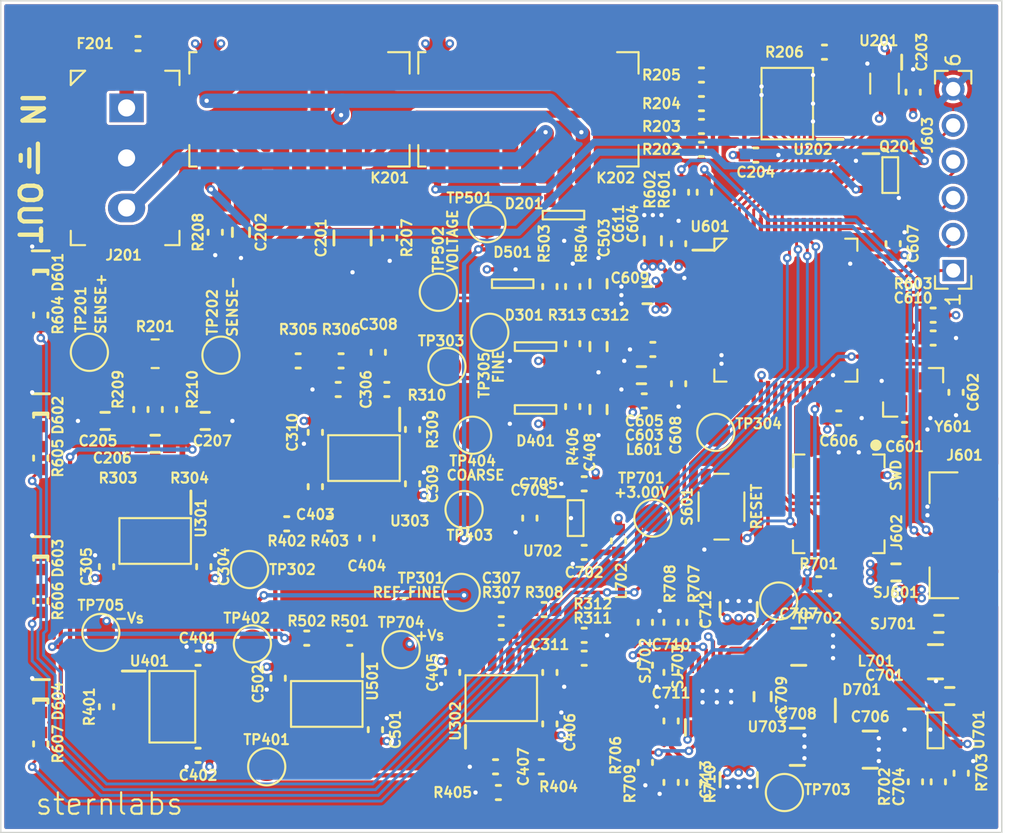
<source format=kicad_pcb>
(kicad_pcb (version 4) (host pcbnew "(2015-08-16 BZR 6097, Git 1074ff2)-product")
  (title_block (title "High Precision Current Monitor") (date 2015-09-08) (rev 0) (company sternlabs) (comment 1 "(c) 2015 Simon Schubert"))
  (layers (0 F.Cu mixed) (1 In1.Cu power) (2 In2.Cu power) (31 B.Cu mixed) (35 F.Paste user) (36 B.SilkS user) (37 F.SilkS user) (38 B.Mask user) (39 F.Mask user) (44 Edge.Cuts user))
  (net 0 "")
  (net 1 SENSE-)
  (net 2 COM)
  (net 3 SENSE+)
  (net 4 +Vs)
  (net 5 -Vs)
  (net 6 "/Current Sense Fine Range/SENSE_FINE")
  (net 7 "Net-(C306-Pad1)")
  (net 8 +5V)
  (net 9 "/Power Supply/+Vs_UNREG")
  (net 10 "/Power Supply/-Vs_UNREG")
  (net 11 "Net-(C407-Pad1)")
  (net 12 +3.00V)
  (net 13 +3V3)
  (net 14 /MCU/~RESET)
  (net 15 /MCU/USB_DM)
  (net 16 /MCU/USB_DP)
  (net 17 /MCU/SWD_DIO)
  (net 18 /MCU/SWD_CLK)
  (net 19 /MCU/UART_TX)
  (net 20 /MCU/UART_RX)
  (net 21 "Net-(R203-Pad2)")
  (net 22 "/Current Sense Fine Range/REF_ADJUST")
  (net 23 /MCU/SENSE_VOLTAGE)
  (net 24 "/Current Sense Coarse Range/SENSE_COARSE")
  (net 25 /MCU/VS_ENABLE)
  (net 26 "/Current Sense Fine Range/REF_FINE")
  (net 27 "/Current Sense Coarse Range/REF_COARSE")
  (net 28 "/Current Sense Fine Range/FINE_UNCLAMPED")
  (net 29 "/Current Sense Coarse Range/COARSE_UNCLAMPED")
  (net 30 "/Sense Voltage/VOLTAGE_RAW")
  (net 31 "Net-(R502-Pad2)")
  (net 32 "Net-(C307-Pad2)")
  (net 33 "Net-(C308-Pad1)")
  (net 34 "Net-(C311-Pad1)")
  (net 35 "Net-(C403-Pad1)")
  (net 36 "Net-(C404-Pad1)")
  (net 37 "Net-(C601-Pad1)")
  (net 38 "Net-(C602-Pad1)")
  (net 39 "Net-(C603-Pad1)")
  (net 40 "Net-(C703-Pad1)")
  (net 41 "Net-(C710-Pad1)")
  (net 42 "Net-(C711-Pad2)")
  (net 43 "Net-(K201-Pad12)")
  (net 44 "Net-(K202-Pad12)")
  (net 45 "/In/Out, Shunt, Calibration/RELAY_CALIBRATE")
  (net 46 "/In/Out, Shunt, Calibration/RELAY_INOUT_SHORT")
  (net 47 "/In/Out, Shunt, Calibration/CALIBRATE_3V")
  (net 48 "/In/Out, Shunt, Calibration/CALIBRATE_5V")
  (net 49 "/In/Out, Shunt, Calibration/CALIBRATE_3uA")
  (net 50 "/In/Out, Shunt, Calibration/CALIBRATE_300uA")
  (net 51 "/In/Out, Shunt, Calibration/CALIBRATE_30mA")
  (net 52 "Net-(R202-Pad2)")
  (net 53 "Net-(R303-Pad1)")
  (net 54 "Net-(R303-Pad2)")
  (net 55 "Net-(R304-Pad2)")
  (net 56 "Net-(R305-Pad1)")
  (net 57 "Net-(R309-Pad1)")
  (net 58 "Net-(R401-Pad1)")
  (net 59 "Net-(R401-Pad2)")
  (net 60 "Net-(R501-Pad2)")
  (net 61 "Net-(R601-Pad2)")
  (net 62 "Net-(R602-Pad2)")
  (net 63 "Net-(R706-Pad1)")
  (net 64 "Net-(R707-Pad2)")
  (net 65 "Net-(R709-Pad2)")
  (net 66 "/Power Supply/DC_FB")
  (net 67 "/Power Supply/DC_SW")
  (net 68 "/Power Supply/PUMP+")
  (net 69 "/Power Supply/PUMP-")
  (net 70 "/In/Out, Shunt, Calibration/IN")
  (net 71 "/In/Out, Shunt, Calibration/OUT")
  (net 72 "Net-(K201-Pad5)")
  (net 73 "Net-(K201-Pad8)")
  (net 74 "Net-(R204-Pad2)")
  (net 75 "Net-(R205-Pad2)")
  (net 76 "Net-(R206-Pad2)")
  (net 77 "/In/Out, Shunt, Calibration/CALIBRATE_30mA_2")
  (net 78 /MCU/5V_MCU)
  (net 79 "/Power Supply/5V_ANALOG")
  (net 80 "Net-(U501-Pad6)")
  (net 81 "Net-(C702-Pad1)")
  (net 82 "Net-(D601-PadA)")
  (net 83 "Net-(D602-PadA)")
  (net 84 "Net-(D603-PadA)")
  (net 85 "Net-(D604-PadA)")
  (net 86 /MCU/LED_POWER)
  (net 87 /MCU/LED_ERROR)
  (net 88 /MCU/LED_CAPTURE)
  (net 89 /MCU/LED_CALIBRATE)
  (net 90 /MCU/GPIO0)
  (net 91 /MCU/GPIO1)
  (net 92 /MCU/GPIO2)
  (net 93 /MCU/GPIO3)
  (net 94 /MCU/GPIO4)
  (net 95 "/Current Sense Coarse Range/COARSE_UNFILTERED")
  (net 96 "Net-(F201-Pad2)")
  (net 97 "Net-(K201-Pad4)")
  (net 98 "Net-(K201-Pad9)")
  (net 99 "Net-(SJ702-Pad1)")
  (module libs:CONN-2x5-1.27-SMT (layer F.Cu) (at 149.6 95.2)
    (fp_text reference J602 (at 4.05 2 270) (layer F.SilkS) (effects (font (size 0.7 0.7))))
    (fp_text value SWD (at 4 -2 90) (layer F.SilkS) (effects (font (size 0.7 0.7))))
    (pad 1 smd rect (at 2.54 -2) (size 0.76 2.4) (layers F.Cu F.Paste F.Mask) (net 13 +3V3))
    (pad 2 smd rect (at 2.54 2) (size 0.76 2.4) (layers F.Cu F.Paste F.Mask) (net 17 /MCU/SWD_DIO))
    (pad 3 smd rect (at 1.27 -2) (size 0.76 2.4) (layers F.Cu F.Paste F.Mask) (net 2 COM))
    (pad 4 smd rect (at 1.27 2) (size 0.76 2.4) (layers F.Cu F.Paste F.Mask) (net 18 /MCU/SWD_CLK))
    (pad 5 smd rect (at 0 -2) (size 0.76 2.4) (layers F.Cu F.Paste F.Mask) (net 2 COM))
    (pad 6 smd rect (at 0 2) (size 0.76 2.4) (layers F.Cu F.Paste F.Mask) (net 19 /MCU/UART_TX))
    (pad 7 smd rect (at -1.27 -2) (size 0.76 2.4) (layers F.Cu F.Paste F.Mask))
    (pad 8 smd rect (at -1.27 2) (size 0.76 2.4) (layers F.Cu F.Paste F.Mask) (net 20 /MCU/UART_RX))
    (pad 9 smd rect (at -2.54 -2) (size 0.76 2.4) (layers F.Cu F.Paste F.Mask))
    (pad 10 smd rect (at -2.54 2) (size 0.76 2.4) (layers F.Cu F.Paste F.Mask) (net 14 /MCU/~RESET))
  )
  (module libs:TACT-4632 (layer F.Cu) (at 141.4 95.4 90)
    (fp_text reference S601 (at 0 -2.4 90) (layer F.SilkS) (effects (font (size 0.7 0.7))))
    (fp_text value RESET (at 0 2.45 90) (layer F.SilkS) (effects (font (size 0.7 0.7))))
    (pad 1 smd rect (at -2.1 -1.1 90) (size 1.1 0.7) (layers F.Cu F.Paste F.Mask) (net 2 COM))
    (pad 2 smd rect (at 2.1 -1.1 90) (size 1.1 0.7) (layers F.Cu F.Paste F.Mask))
    (pad 3 smd rect (at -2.1 1.1 90) (size 1.1 0.7) (layers F.Cu F.Paste F.Mask) (net 14 /MCU/~RESET))
    (pad 4 smd rect (at 2.1 1.1 90) (size 1.1 0.7) (layers F.Cu F.Paste F.Mask))
  )
  (module libs:RELAY-EE2-NU (layer F.Cu) (at 111.89 67.6)
    (fp_text reference K201 (at 6.31 4.8 180) (layer F.SilkS) (effects (font (size 0.7 0.7))))
    (fp_text value RELAY-DPDT-EE2-SPLIT hide)
    (pad 1 smd rect (at -6.35 -3.683) (size 1.11 3) (layers F.Cu F.Paste F.Mask) (net 8 +5V))
    (pad 3 smd rect (at -1.27 -3.683) (size 1.11 3) (layers F.Cu F.Paste F.Mask) (net 70 "/In/Out, Shunt, Calibration/IN"))
    (pad 4 smd rect (at 1.27 -3.683) (size 1.11 3) (layers F.Cu F.Paste F.Mask) (net 97 "Net-(K201-Pad4)"))
    (pad 5 smd rect (at 3.81 -3.683) (size 1.11 3) (layers F.Cu F.Paste F.Mask) (net 72 "Net-(K201-Pad5)"))
    (pad 8 smd rect (at 3.81 3.683) (size 1.11 3) (layers F.Cu F.Paste F.Mask) (net 73 "Net-(K201-Pad8)"))
    (pad 9 smd rect (at 1.27 3.683) (size 1.11 3) (layers F.Cu F.Paste F.Mask) (net 98 "Net-(K201-Pad9)"))
    (pad 10 smd rect (at -1.27 3.683) (size 1.11 3) (layers F.Cu F.Paste F.Mask) (net 71 "/In/Out, Shunt, Calibration/OUT"))
    (pad 12 smd rect (at -6.35 3.683) (size 1.11 3) (layers F.Cu F.Paste F.Mask) (net 43 "Net-(K201-Pad12)"))
  )
  (module libs:VFSOP-8 (layer F.Cu) (at 152.8 65.8 180)
    (fp_text reference U201 (at 0.4 3 360) (layer F.SilkS) (effects (font (size 0.7 0.7))))
    (fp_text value FSA1259A hide)
    (pad 1 smd rect (at -0.75 1.5 180) (size 0.3 1) (layers F.Cu F.Paste F.Mask) (net 72 "Net-(K201-Pad5)"))
    (pad 2 smd rect (at -0.25 1.5 180) (size 0.3 1) (layers F.Cu F.Paste F.Mask) (net 8 +5V))
    (pad 3 smd rect (at 0.25 1.5 180) (size 0.3 1) (layers F.Cu F.Paste F.Mask) (net 47 "/In/Out, Shunt, Calibration/CALIBRATE_3V"))
    (pad 4 smd rect (at 0.75 1.5 180) (size 0.3 1) (layers F.Cu F.Paste F.Mask) (net 2 COM))
    (pad 5 smd rect (at 0.75 -1.5 180) (size 0.3 1) (layers F.Cu F.Paste F.Mask) (net 72 "Net-(K201-Pad5)"))
    (pad 6 smd rect (at 0.25 -1.5 180) (size 0.3 1) (layers F.Cu F.Paste F.Mask) (net 12 +3.00V))
    (pad 7 smd rect (at -0.25 -1.5 180) (size 0.3 1) (layers F.Cu F.Paste F.Mask) (net 48 "/In/Out, Shunt, Calibration/CALIBRATE_5V"))
    (pad 8 smd rect (at -0.75 -1.5 180) (size 0.3 1) (layers F.Cu F.Paste F.Mask) (net 8 +5V))
  )
  (module libs:RELAY-EE2-NU (layer F.Cu) (at 127.9 67.6)
    (fp_text reference K202 (at 6.1 4.8 180) (layer F.SilkS) (effects (font (size 0.7 0.7))))
    (fp_text value RELAY-DPDT-EE2-SPLIT hide)
    (pad 1 smd rect (at -6.35 -3.683) (size 1.11 3) (layers F.Cu F.Paste F.Mask) (net 8 +5V))
    (pad 3 smd rect (at -1.27 -3.683) (size 1.11 3) (layers F.Cu F.Paste F.Mask))
    (pad 4 smd rect (at 1.27 -3.683) (size 1.11 3) (layers F.Cu F.Paste F.Mask))
    (pad 5 smd rect (at 3.81 -3.683) (size 1.11 3) (layers F.Cu F.Paste F.Mask))
    (pad 8 smd rect (at 3.81 3.683) (size 1.11 3) (layers F.Cu F.Paste F.Mask) (net 70 "/In/Out, Shunt, Calibration/IN"))
    (pad 9 smd rect (at 1.27 3.683) (size 1.11 3) (layers F.Cu F.Paste F.Mask) (net 71 "/In/Out, Shunt, Calibration/OUT"))
    (pad 10 smd rect (at -1.27 3.683) (size 1.11 3) (layers F.Cu F.Paste F.Mask))
    (pad 12 smd rect (at -6.35 3.683) (size 1.11 3) (layers F.Cu F.Paste F.Mask) (net 44 "Net-(K202-Pad12)"))
  )
  (module libs:SMD-2012 (layer F.Cu) (at 135.8 86.2 270)
    (fp_text reference C603 (at 4.2 -0.2 360) (layer F.SilkS) (effects (font (size 0.7 0.7))))
    (fp_text value 2.2u hide)
    (pad 1 smd rect (at 0 -1 270) (size 1.3 0.9) (layers F.Cu F.Paste F.Mask) (net 39 "Net-(C603-Pad1)"))
    (pad 2 smd rect (at 0 1 270) (size 1.3 0.9) (layers F.Cu F.Paste F.Mask) (net 2 COM))
  )
  (module libs:QFP-64-10x10 (layer F.Cu) (at 145.9 81.65)
    (fp_text reference U601 (at -5.3 -5.85 180) (layer F.SilkS) (effects (font (size 0.7 0.7))))
    (fp_text value K22F-64LQFP hide)
    (pad 1 smd rect (at -5.7 -3.75) (size 1.5 0.3) (layers F.Cu F.Paste F.Mask))
    (pad 2 smd rect (at -5.7 -3.25) (size 1.5 0.3) (layers F.Cu F.Paste F.Mask))
    (pad 3 smd rect (at -5.7 -2.75) (size 1.5 0.3) (layers F.Cu F.Paste F.Mask) (net 13 +3V3))
    (pad 4 smd rect (at -5.7 -2.25) (size 1.5 0.3) (layers F.Cu F.Paste F.Mask) (net 2 COM))
    (pad 5 smd rect (at -5.7 -1.75) (size 1.5 0.3) (layers F.Cu F.Paste F.Mask) (net 62 "Net-(R602-Pad2)"))
    (pad 6 smd rect (at -5.7 -1.25) (size 1.5 0.3) (layers F.Cu F.Paste F.Mask) (net 61 "Net-(R601-Pad2)"))
    (pad 7 smd rect (at -5.7 -0.75) (size 1.5 0.3) (layers F.Cu F.Paste F.Mask) (net 13 +3V3))
    (pad 8 smd rect (at -5.7 -0.25) (size 1.5 0.3) (layers F.Cu F.Paste F.Mask) (net 78 /MCU/5V_MCU))
    (pad 9 smd rect (at -5.7 0.25) (size 1.5 0.3) (layers F.Cu F.Paste F.Mask) (net 23 /MCU/SENSE_VOLTAGE))
    (pad 10 smd rect (at -5.7 0.75) (size 1.5 0.3) (layers F.Cu F.Paste F.Mask))
    (pad 11 smd rect (at -5.7 1.25) (size 1.5 0.3) (layers F.Cu F.Paste F.Mask) (net 6 "/Current Sense Fine Range/SENSE_FINE"))
    (pad 12 smd rect (at -5.7 1.75) (size 1.5 0.3) (layers F.Cu F.Paste F.Mask) (net 24 "/Current Sense Coarse Range/SENSE_COARSE"))
    (pad 13 smd rect (at -5.7 2.25) (size 1.5 0.3) (layers F.Cu F.Paste F.Mask) (net 39 "Net-(C603-Pad1)"))
    (pad 14 smd rect (at -5.7 2.75) (size 1.5 0.3) (layers F.Cu F.Paste F.Mask) (net 12 +3.00V))
    (pad 15 smd rect (at -5.7 3.25) (size 1.5 0.3) (layers F.Cu F.Paste F.Mask) (net 2 COM))
    (pad 16 smd rect (at -5.7 3.75) (size 1.5 0.3) (layers F.Cu F.Paste F.Mask) (net 2 COM))
    (pad 17 smd rect (at -3.75 5.7 90) (size 1.5 0.3) (layers F.Cu F.Paste F.Mask))
    (pad 18 smd rect (at -3.25 5.7 90) (size 1.5 0.3) (layers F.Cu F.Paste F.Mask) (net 22 "/Current Sense Fine Range/REF_ADJUST"))
    (pad 19 smd rect (at -2.75 5.7 90) (size 1.5 0.3) (layers F.Cu F.Paste F.Mask))
    (pad 20 smd rect (at -2.25 5.7 90) (size 1.5 0.3) (layers F.Cu F.Paste F.Mask))
    (pad 21 smd rect (at -1.75 5.7 90) (size 1.5 0.3) (layers F.Cu F.Paste F.Mask) (net 13 +3V3))
    (pad 22 smd rect (at -1.25 5.7 90) (size 1.5 0.3) (layers F.Cu F.Paste F.Mask) (net 18 /MCU/SWD_CLK))
    (pad 23 smd rect (at -0.75 5.7 90) (size 1.5 0.3) (layers F.Cu F.Paste F.Mask) (net 20 /MCU/UART_RX))
    (pad 24 smd rect (at -0.25 5.7 90) (size 1.5 0.3) (layers F.Cu F.Paste F.Mask) (net 19 /MCU/UART_TX))
    (pad 25 smd rect (at 0.25 5.7 90) (size 1.5 0.3) (layers F.Cu F.Paste F.Mask) (net 17 /MCU/SWD_DIO))
    (pad 26 smd rect (at 0.75 5.7 90) (size 1.5 0.3) (layers F.Cu F.Paste F.Mask))
    (pad 27 smd rect (at 1.25 5.7 90) (size 1.5 0.3) (layers F.Cu F.Paste F.Mask))
    (pad 28 smd rect (at 1.75 5.7 90) (size 1.5 0.3) (layers F.Cu F.Paste F.Mask))
    (pad 29 smd rect (at 2.25 5.7 90) (size 1.5 0.3) (layers F.Cu F.Paste F.Mask) (net 25 /MCU/VS_ENABLE))
    (pad 30 smd rect (at 2.75 5.7 90) (size 1.5 0.3) (layers F.Cu F.Paste F.Mask) (net 13 +3V3))
    (pad 31 smd rect (at 3.25 5.7 90) (size 1.5 0.3) (layers F.Cu F.Paste F.Mask) (net 2 COM))
    (pad 32 smd rect (at 3.75 5.7 90) (size 1.5 0.3) (layers F.Cu F.Paste F.Mask) (net 37 "Net-(C601-Pad1)"))
    (pad 33 smd rect (at 5.7 3.75) (size 1.5 0.3) (layers F.Cu F.Paste F.Mask) (net 38 "Net-(C602-Pad1)"))
    (pad 34 smd rect (at 5.7 3.25) (size 1.5 0.3) (layers F.Cu F.Paste F.Mask) (net 14 /MCU/~RESET))
    (pad 35 smd rect (at 5.7 2.75) (size 1.5 0.3) (layers F.Cu F.Paste F.Mask))
    (pad 36 smd rect (at 5.7 2.25) (size 1.5 0.3) (layers F.Cu F.Paste F.Mask))
    (pad 37 smd rect (at 5.7 1.75) (size 1.5 0.3) (layers F.Cu F.Paste F.Mask))
    (pad 38 smd rect (at 5.7 1.25) (size 1.5 0.3) (layers F.Cu F.Paste F.Mask))
    (pad 39 smd rect (at 5.7 0.75) (size 1.5 0.3) (layers F.Cu F.Paste F.Mask))
    (pad 40 smd rect (at 5.7 0.25) (size 1.5 0.3) (layers F.Cu F.Paste F.Mask))
    (pad 41 smd rect (at 5.7 -0.25) (size 1.5 0.3) (layers F.Cu F.Paste F.Mask))
    (pad 42 smd rect (at 5.7 -0.75) (size 1.5 0.3) (layers F.Cu F.Paste F.Mask))
    (pad 43 smd rect (at 5.7 -1.25) (size 1.5 0.3) (layers F.Cu F.Paste F.Mask) (net 90 /MCU/GPIO0))
    (pad 44 smd rect (at 5.7 -1.75) (size 1.5 0.3) (layers F.Cu F.Paste F.Mask) (net 91 /MCU/GPIO1))
    (pad 45 smd rect (at 5.7 -2.25) (size 1.5 0.3) (layers F.Cu F.Paste F.Mask) (net 92 /MCU/GPIO2))
    (pad 46 smd rect (at 5.7 -2.75) (size 1.5 0.3) (layers F.Cu F.Paste F.Mask) (net 93 /MCU/GPIO3))
    (pad 47 smd rect (at 5.7 -3.25) (size 1.5 0.3) (layers F.Cu F.Paste F.Mask) (net 2 COM))
    (pad 48 smd rect (at 5.7 -3.75) (size 1.5 0.3) (layers F.Cu F.Paste F.Mask) (net 13 +3V3))
    (pad 49 smd rect (at 3.75 -5.7 90) (size 1.5 0.3) (layers F.Cu F.Paste F.Mask) (net 94 /MCU/GPIO4))
    (pad 50 smd rect (at 3.25 -5.7 90) (size 1.5 0.3) (layers F.Cu F.Paste F.Mask))
    (pad 51 smd rect (at 2.75 -5.7 90) (size 1.5 0.3) (layers F.Cu F.Paste F.Mask))
    (pad 52 smd rect (at 2.25 -5.7 90) (size 1.5 0.3) (layers F.Cu F.Paste F.Mask))
    (pad 53 smd rect (at 1.75 -5.7 90) (size 1.5 0.3) (layers F.Cu F.Paste F.Mask) (net 89 /MCU/LED_CALIBRATE))
    (pad 54 smd rect (at 1.25 -5.7 90) (size 1.5 0.3) (layers F.Cu F.Paste F.Mask) (net 88 /MCU/LED_CAPTURE))
    (pad 55 smd rect (at 0.75 -5.7 90) (size 1.5 0.3) (layers F.Cu F.Paste F.Mask) (net 87 /MCU/LED_ERROR))
    (pad 56 smd rect (at 0.25 -5.7 90) (size 1.5 0.3) (layers F.Cu F.Paste F.Mask) (net 86 /MCU/LED_POWER))
    (pad 57 smd rect (at -0.25 -5.7 90) (size 1.5 0.3) (layers F.Cu F.Paste F.Mask) (net 46 "/In/Out, Shunt, Calibration/RELAY_INOUT_SHORT"))
    (pad 58 smd rect (at -0.75 -5.7 90) (size 1.5 0.3) (layers F.Cu F.Paste F.Mask) (net 45 "/In/Out, Shunt, Calibration/RELAY_CALIBRATE"))
    (pad 59 smd rect (at -1.25 -5.7 90) (size 1.5 0.3) (layers F.Cu F.Paste F.Mask) (net 48 "/In/Out, Shunt, Calibration/CALIBRATE_5V"))
    (pad 60 smd rect (at -1.75 -5.7 90) (size 1.5 0.3) (layers F.Cu F.Paste F.Mask) (net 47 "/In/Out, Shunt, Calibration/CALIBRATE_3V"))
    (pad 61 smd rect (at -2.25 -5.7 90) (size 1.5 0.3) (layers F.Cu F.Paste F.Mask) (net 77 "/In/Out, Shunt, Calibration/CALIBRATE_30mA_2"))
    (pad 62 smd rect (at -2.75 -5.7 90) (size 1.5 0.3) (layers F.Cu F.Paste F.Mask) (net 50 "/In/Out, Shunt, Calibration/CALIBRATE_300uA"))
    (pad 63 smd rect (at -3.25 -5.7 90) (size 1.5 0.3) (layers F.Cu F.Paste F.Mask) (net 49 "/In/Out, Shunt, Calibration/CALIBRATE_3uA"))
    (pad 64 smd rect (at -3.75 -5.7 90) (size 1.5 0.3) (layers F.Cu F.Paste F.Mask) (net 51 "/In/Out, Shunt, Calibration/CALIBRATE_30mA"))
  )
  (module libs:OSC3225 (layer F.Cu) (at 154.8 87.4)
    (fp_text reference Y601 (at 2.8 2.4 180) (layer F.SilkS) (effects (font (size 0.7 0.7))))
    (fp_text value 10MHz hide)
    (pad 1 smd rect (at -1.1 0.8) (size 1.4 1.2) (layers F.Cu F.Paste F.Mask) (net 37 "Net-(C601-Pad1)"))
    (pad 2 smd rect (at 1.1 0.8) (size 1.4 1.2) (layers F.Cu F.Paste F.Mask) (net 2 COM))
    (pad 3 smd rect (at 1.1 -0.8) (size 1.4 1.2) (layers F.Cu F.Paste F.Mask) (net 38 "Net-(C602-Pad1)"))
    (pad 4 smd rect (at -1.1 -0.8) (size 1.4 1.2) (layers F.Cu F.Paste F.Mask) (net 2 COM))
  )
  (module libs:SOD-123 (layer F.Cu) (at 151.760881 109.650675 270)
    (fp_text reference D701 (at -1.450675 0.560881 360) (layer F.SilkS) (effects (font (size 0.7 0.7))))
    (fp_text value MBR0530 hide)
    (pad A smd rect (at 0 -1.64 270) (size 1.22 0.92) (layers F.Cu F.Paste F.Mask) (net 67 "/Power Supply/DC_SW"))
    (pad C smd rect (at 0 1.64 270) (size 1.22 0.92) (layers F.Cu F.Paste F.Mask) (net 9 "/Power Supply/+Vs_UNREG"))
  )
  (module libs:SMD-2520 (layer F.Cu) (at 156.360881 106.250675 270)
    (fp_text reference L701 (at -0.050675 4.160881 360) (layer F.SilkS) (effects (font (size 0.7 0.7))))
    (fp_text value "33u 0.2A" hide)
    (pad 1 smd rect (at 0 -1.3 270) (size 2.4 1.1) (layers F.Cu F.Paste F.Mask) (net 79 "/Power Supply/5V_ANALOG"))
    (pad 2 smd rect (at 0 1.3 270) (size 2.4 1.1) (layers F.Cu F.Paste F.Mask) (net 67 "/Power Supply/DC_SW"))
  )
  (module libs:SMD-2012 (layer F.Cu) (at 132.8 79.8 180)
    (fp_text reference C503 (at -0.4 3.2 270) (layer F.SilkS) (effects (font (size 0.7 0.7))))
    (fp_text value 4.7n hide)
    (pad 1 smd rect (at 0 -1 180) (size 1.3 0.9) (layers F.Cu F.Paste F.Mask) (net 23 /MCU/SENSE_VOLTAGE))
    (pad 2 smd rect (at 0 1 180) (size 1.3 0.9) (layers F.Cu F.Paste F.Mask) (net 2 COM))
  )
  (module libs:SMD-2012 (layer F.Cu) (at 132.8 88.6)
    (fp_text reference C408 (at -0.6 3 90) (layer F.SilkS) (effects (font (size 0.7 0.7))))
    (fp_text value 4.7n hide)
    (pad 1 smd rect (at 0 -1) (size 1.3 0.9) (layers F.Cu F.Paste F.Mask) (net 24 "/Current Sense Coarse Range/SENSE_COARSE"))
    (pad 2 smd rect (at 0 1) (size 1.3 0.9) (layers F.Cu F.Paste F.Mask) (net 2 COM))
  )
  (module libs:SMD-1005 (layer F.Cu) (at 102.4 93)
    (fp_text reference R304 (at 1.8 0.4) (layer F.SilkS) (effects (font (size 0.7 0.7))))
    (fp_text value 0.33 hide)
    (pad 1 smd rect (at 0 -0.5) (size 0.65 0.6) (layers F.Cu F.Paste F.Mask) (net 54 "Net-(R303-Pad2)"))
    (pad 2 smd rect (at 0 0.5) (size 0.65 0.6) (layers F.Cu F.Paste F.Mask) (net 55 "Net-(R304-Pad2)"))
  )
  (module libs:SMD-1005 (layer F.Cu) (at 101.2 93 180)
    (fp_text reference R303 (at 2 -0.4 360) (layer F.SilkS) (effects (font (size 0.7 0.7))))
    (fp_text value 0.33 hide)
    (pad 1 smd rect (at 0 -0.5 180) (size 0.65 0.6) (layers F.Cu F.Paste F.Mask) (net 53 "Net-(R303-Pad1)"))
    (pad 2 smd rect (at 0 0.5 180) (size 0.65 0.6) (layers F.Cu F.Paste F.Mask) (net 54 "Net-(R303-Pad2)"))
  )
  (module libs:MSOP-16-EP (layer F.Cu) (at 141.075109 108.692925)
    (fp_text reference U703 (at 3.524891 2.107075 180) (layer F.SilkS) (effects (font (size 0.7 0.7))))
    (fp_text value LTC3260MSE hide)
    (pad 1 smd rect (at -1.75 2.15) (size 0.3 1) (layers F.Cu F.Paste F.Mask) (net 25 /MCU/VS_ENABLE))
    (pad PAD smd rect (at 0 0) (size 2.9 1.7) (layers F.Cu F.Paste F.Mask) (net 2 COM))
    (pad 2 smd rect (at -1.25 2.15) (size 0.3 1) (layers F.Cu F.Paste F.Mask) (net 63 "Net-(R706-Pad1)"))
    (pad 3 smd rect (at -0.75 2.15) (size 0.3 1) (layers F.Cu F.Paste F.Mask) (net 42 "Net-(C711-Pad2)"))
    (pad 4 smd rect (at -0.25 2.15) (size 0.3 1) (layers F.Cu F.Paste F.Mask) (net 65 "Net-(R709-Pad2)"))
    (pad 5 smd rect (at 0.25 2.15) (size 0.3 1) (layers F.Cu F.Paste F.Mask) (net 5 -Vs))
    (pad 6 smd rect (at 0.75 2.15) (size 0.3 1) (layers F.Cu F.Paste F.Mask) (net 10 "/Power Supply/-Vs_UNREG"))
    (pad 7 smd rect (at 1.25 2.15) (size 0.3 1) (layers F.Cu F.Paste F.Mask) (net 69 "/Power Supply/PUMP-"))
    (pad 8 smd rect (at 1.75 2.15) (size 0.3 1) (layers F.Cu F.Paste F.Mask) (net 69 "/Power Supply/PUMP-"))
    (pad 9 smd rect (at 1.75 -2.15) (size 0.3 1) (layers F.Cu F.Paste F.Mask) (net 68 "/Power Supply/PUMP+"))
    (pad 10 smd rect (at 1.25 -2.15) (size 0.3 1) (layers F.Cu F.Paste F.Mask) (net 68 "/Power Supply/PUMP+"))
    (pad 11 smd rect (at 0.75 -2.15) (size 0.3 1) (layers F.Cu F.Paste F.Mask) (net 9 "/Power Supply/+Vs_UNREG"))
    (pad 12 smd rect (at 0.25 -2.15) (size 0.3 1) (layers F.Cu F.Paste F.Mask) (net 4 +Vs))
    (pad 13 smd rect (at -0.25 -2.15) (size 0.3 1) (layers F.Cu F.Paste F.Mask) (net 25 /MCU/VS_ENABLE))
    (pad 14 smd rect (at -0.75 -2.15) (size 0.3 1) (layers F.Cu F.Paste F.Mask) (net 99 "Net-(SJ702-Pad1)"))
    (pad 15 smd rect (at -1.25 -2.15) (size 0.3 1) (layers F.Cu F.Paste F.Mask) (net 64 "Net-(R707-Pad2)"))
    (pad 16 smd rect (at -1.75 -2.15) (size 0.3 1) (layers F.Cu F.Paste F.Mask) (net 41 "Net-(C710-Pad1)"))
  )
  (module libs:KRL2012D (layer F.Cu) (at 101.8 84.7)
    (fp_text reference R201 (at 0 -1.9) (layer F.SilkS) (effects (font (size 0.7 0.7))))
    (fp_text value 0.33 hide)
    (pad 1 smd rect (at -1.25 0) (size 1.5 2.4) (layers F.Cu F.Paste F.Mask) (net 97 "Net-(K201-Pad4)"))
    (pad 2 smd rect (at 1.25 0) (size 1.5 2.4) (layers F.Cu F.Paste F.Mask) (net 98 "Net-(K201-Pad9)"))
  )
  (module libs:SMD-2012 (layer F.Cu) (at 136.6 76.8 180)
    (fp_text reference C611 (at 2.4 1.2 450) (layer F.SilkS) (effects (font (size 0.7 0.7))))
    (fp_text value 2.2u hide)
    (pad 1 smd rect (at 0 -1 180) (size 1.3 0.9) (layers F.Cu F.Paste F.Mask) (net 13 +3V3))
    (pad 2 smd rect (at 0 1 180) (size 1.3 0.9) (layers F.Cu F.Paste F.Mask) (net 2 COM))
  )
  (module libs:SMD-2012 (layer F.Cu) (at 136.2 80.6 270)
    (fp_text reference C609 (at -1.2 1.2 360) (layer F.SilkS) (effects (font (size 0.7 0.7))))
    (fp_text value 2.2u hide)
    (pad 1 smd rect (at 0 -1 270) (size 1.3 0.9) (layers F.Cu F.Paste F.Mask) (net 78 /MCU/5V_MCU))
    (pad 2 smd rect (at 0 1 270) (size 1.3 0.9) (layers F.Cu F.Paste F.Mask) (net 2 COM))
  )
  (module libs:SMD-2012 (layer F.Cu) (at 144.275109 108.692925)
    (fp_text reference C709 (at 1.324891 -0.092925 90) (layer F.SilkS) (effects (font (size 0.7 0.7))))
    (fp_text value 2.2u hide)
    (pad 1 smd rect (at 0 -1) (size 1.3 0.9) (layers F.Cu F.Paste F.Mask) (net 68 "/Power Supply/PUMP+"))
    (pad 2 smd rect (at 0 1) (size 1.3 0.9) (layers F.Cu F.Paste F.Mask) (net 69 "/Power Supply/PUMP-"))
  )
  (module libs:SMD-2012 (layer F.Cu) (at 157.360881 108.650675 270)
    (fp_text reference C701 (at -1.450675 4.560881 360) (layer F.SilkS) (effects (font (size 0.7 0.7))))
    (fp_text value 2.2u hide)
    (pad 1 smd rect (at 0 -1 270) (size 1.3 0.9) (layers F.Cu F.Paste F.Mask) (net 79 "/Power Supply/5V_ANALOG"))
    (pad 2 smd rect (at 0 1 270) (size 1.3 0.9) (layers F.Cu F.Paste F.Mask) (net 2 COM))
  )
  (module libs:SMD-2012 (layer F.Cu) (at 132.8 84.2)
    (fp_text reference C312 (at 0.8 -2.2 180) (layer F.SilkS) (effects (font (size 0.7 0.7))))
    (fp_text value 4.7n hide)
    (pad 1 smd rect (at 0 -1) (size 1.3 0.9) (layers F.Cu F.Paste F.Mask) (net 6 "/Current Sense Fine Range/SENSE_FINE"))
    (pad 2 smd rect (at 0 1) (size 1.3 0.9) (layers F.Cu F.Paste F.Mask) (net 2 COM))
  )
  (module libs:SMD-2012 (layer F.Cu) (at 105.3 89.4 90)
    (fp_text reference C207 (at -1.4 0.5 180) (layer F.SilkS) (effects (font (size 0.7 0.7))))
    (fp_text value 4.7n hide)
    (pad 1 smd rect (at 0 -1 90) (size 1.3 0.9) (layers F.Cu F.Paste F.Mask) (net 1 SENSE-))
    (pad 2 smd rect (at 0 1 90) (size 1.3 0.9) (layers F.Cu F.Paste F.Mask) (net 2 COM))
  )
  (module libs:SMD-2012 (layer F.Cu) (at 101.8 91 90)
    (fp_text reference C206 (at -1 -3 180) (layer F.SilkS) (effects (font (size 0.7 0.7))))
    (fp_text value 47n hide)
    (pad 1 smd rect (at 0 -1 90) (size 1.3 0.9) (layers F.Cu F.Paste F.Mask) (net 3 SENSE+))
    (pad 2 smd rect (at 0 1 90) (size 1.3 0.9) (layers F.Cu F.Paste F.Mask) (net 1 SENSE-))
  )
  (module libs:SMD-2012 (layer F.Cu) (at 98.3 89.4 270)
    (fp_text reference C205 (at 1.4 0.5 360) (layer F.SilkS) (effects (font (size 0.7 0.7))))
    (fp_text value 4.7n hide)
    (pad 1 smd rect (at 0 -1 270) (size 1.3 0.9) (layers F.Cu F.Paste F.Mask) (net 3 SENSE+))
    (pad 2 smd rect (at 0 1 270) (size 1.3 0.9) (layers F.Cu F.Paste F.Mask) (net 2 COM))
  )
  (module libs:SMD-2012 (layer F.Cu) (at 107.8 76.2)
    (fp_text reference C202 (at 1.4 0 90) (layer F.SilkS) (effects (font (size 0.7 0.7))))
    (fp_text value 2.2u hide)
    (pad 1 smd rect (at 0 -1) (size 1.3 0.9) (layers F.Cu F.Paste F.Mask) (net 71 "/In/Out, Shunt, Calibration/OUT"))
    (pad 2 smd rect (at 0 1) (size 1.3 0.9) (layers F.Cu F.Paste F.Mask) (net 2 COM))
  )
  (module libs:USB-MICRO-B-FCI-10118192 (layer F.Cu) (at 159.55 97.4 90)
    (fp_text reference J601 (at 5.6 -1.15 180) (layer F.SilkS) (effects (font (size 0.7 0.7))))
    (fp_text value USB-MICROB hide)
    (pad SHIE smd rect (at -3.1 -2.55 90) (size 2.1 1.6) (layers F.Cu F.Paste F.Mask) (net 2 COM))
    (pad SHIE smd rect (at 3.1 -2.55 90) (size 2.1 1.6) (layers F.Cu F.Paste F.Mask) (net 2 COM))
    (pad "" smd rect (at -1.2 0 90) (size 1.9 1.9) (layers F.Cu F.Paste F.Mask))
    (pad "" smd rect (at 1.2 0 90) (size 1.9 1.9) (layers F.Cu F.Paste F.Mask))
    (pad 1 smd rect (at -1.3 -2.675 90) (size 0.4 1.35) (layers F.Cu F.Paste F.Mask) (net 8 +5V))
    (pad 2 smd rect (at -0.65 -2.675 90) (size 0.4 1.35) (layers F.Cu F.Paste F.Mask) (net 15 /MCU/USB_DM))
    (pad 3 smd rect (at 0 -2.675 90) (size 0.4 1.35) (layers F.Cu F.Paste F.Mask) (net 16 /MCU/USB_DP))
    (pad 4 smd rect (at 0.65 -2.675 90) (size 0.4 1.35) (layers F.Cu F.Paste F.Mask))
    (pad 5 smd rect (at 1.3 -2.675 90) (size 0.4 1.35) (layers F.Cu F.Paste F.Mask) (net 2 COM))
    (pad "" smd rect (at -3.8 0 90) (size 1.8 1.9) (layers F.Cu F.Paste F.Mask))
    (pad "" smd rect (at 3.8 0 90) (size 1.8 1.9) (layers F.Cu F.Paste F.Mask))
  )
  (module libs:SOT-23 (layer F.Cu) (at 128.4 88.6)
    (fp_text reference D401 (at 0 2.2) (layer F.SilkS) (effects (font (size 0.7 0.7))))
    (fp_text value BAS40-04 hide)
    (pad 1 smd rect (at -0.95 1) (size 0.8 0.9) (layers F.Cu F.Paste F.Mask) (net 2 COM))
    (pad 2 smd rect (at 0.95 1) (size 0.8 0.9) (layers F.Cu F.Paste F.Mask) (net 13 +3V3))
    (pad 3 smd rect (at 0 -1) (size 0.8 0.9) (layers F.Cu F.Paste F.Mask) (net 24 "/Current Sense Coarse Range/SENSE_COARSE"))
  )
  (module libs:SOT-23 (layer F.Cu) (at 128.4 84.2)
    (fp_text reference D301 (at -0.8 -2.2) (layer F.SilkS) (effects (font (size 0.7 0.7))))
    (fp_text value BAS40-04 hide)
    (pad 1 smd rect (at -0.95 1) (size 0.8 0.9) (layers F.Cu F.Paste F.Mask) (net 2 COM))
    (pad 2 smd rect (at 0.95 1) (size 0.8 0.9) (layers F.Cu F.Paste F.Mask) (net 13 +3V3))
    (pad 3 smd rect (at 0 -1) (size 0.8 0.9) (layers F.Cu F.Paste F.Mask) (net 6 "/Current Sense Fine Range/SENSE_FINE"))
  )
  (module libs:SOT-23 (layer F.Cu) (at 126.8 79.8 180)
    (fp_text reference D501 (at 0 2.2 180) (layer F.SilkS) (effects (font (size 0.7 0.7))))
    (fp_text value BAS40-04 hide)
    (pad 1 smd rect (at -0.95 1 180) (size 0.8 0.9) (layers F.Cu F.Paste F.Mask) (net 2 COM))
    (pad 2 smd rect (at 0.95 1 180) (size 0.8 0.9) (layers F.Cu F.Paste F.Mask) (net 13 +3V3))
    (pad 3 smd rect (at 0 -1 180) (size 0.8 0.9) (layers F.Cu F.Paste F.Mask) (net 23 /MCU/SENSE_VOLTAGE))
  )
  (module libs:SOT-23 (layer F.Cu) (at 130.35 75 180)
    (fp_text reference D201 (at 2.75 0.8 180) (layer F.SilkS) (effects (font (size 0.7 0.7))))
    (fp_text value MMBZ15VALT1G hide)
    (pad 1 smd rect (at -0.95 1 180) (size 0.8 0.9) (layers F.Cu F.Paste F.Mask) (net 70 "/In/Out, Shunt, Calibration/IN"))
    (pad 2 smd rect (at 0.95 1 180) (size 0.8 0.9) (layers F.Cu F.Paste F.Mask) (net 71 "/In/Out, Shunt, Calibration/OUT"))
    (pad 3 smd rect (at 0 -1 180) (size 0.8 0.9) (layers F.Cu F.Paste F.Mask) (net 2 COM))
  )
  (module libs:SOT-23-6 (layer F.Cu) (at 153.2 72.2 270)
    (fp_text reference Q201 (at -2 -0.6 360) (layer F.SilkS) (effects (font (size 0.7 0.7))))
    (fp_text value DRDC3105E6 hide)
    (pad 1 smd rect (at -0.95 1.35 270) (size 0.6 1.05) (layers F.Cu F.Paste F.Mask) (net 2 COM))
    (pad 2 smd rect (at 0 1.35 270) (size 0.6 1.05) (layers F.Cu F.Paste F.Mask) (net 45 "/In/Out, Shunt, Calibration/RELAY_CALIBRATE"))
    (pad 3 smd rect (at 0.95 1.35 270) (size 0.6 1.05) (layers F.Cu F.Paste F.Mask) (net 43 "Net-(K201-Pad12)"))
    (pad 4 smd rect (at 0.95 -1.35 270) (size 0.6 1.05) (layers F.Cu F.Paste F.Mask) (net 2 COM))
    (pad 6 smd rect (at -0.95 -1.35 270) (size 0.6 1.05) (layers F.Cu F.Paste F.Mask) (net 44 "Net-(K202-Pad12)"))
    (pad 5 smd rect (at 0 -1.35 270) (size 0.6 1.05) (layers F.Cu F.Paste F.Mask) (net 46 "/In/Out, Shunt, Calibration/RELAY_INOUT_SHORT"))
  )
  (module libs:SOT-23-6 (layer F.Cu) (at 131.2 96.2 270)
    (fp_text reference U702 (at 2.3 2.3 360) (layer F.SilkS) (effects (font (size 0.7 0.7))))
    (fp_text value MAX6070 hide)
    (pad 1 smd rect (at -0.95 1.35 270) (size 0.6 1.05) (layers F.Cu F.Paste F.Mask) (net 40 "Net-(C703-Pad1)"))
    (pad 2 smd rect (at 0 1.35 270) (size 0.6 1.05) (layers F.Cu F.Paste F.Mask) (net 2 COM))
    (pad 3 smd rect (at 0.95 1.35 270) (size 0.6 1.05) (layers F.Cu F.Paste F.Mask) (net 81 "Net-(C702-Pad1)"))
    (pad 4 smd rect (at 0.95 -1.35 270) (size 0.6 1.05) (layers F.Cu F.Paste F.Mask) (net 81 "Net-(C702-Pad1)"))
    (pad 6 smd rect (at -0.95 -1.35 270) (size 0.6 1.05) (layers F.Cu F.Paste F.Mask) (net 12 +3.00V))
    (pad 5 smd rect (at 0 -1.35 270) (size 0.6 1.05) (layers F.Cu F.Paste F.Mask) (net 12 +3.00V))
  )
  (module libs:SOT-23-5 (layer F.Cu) (at 156.360881 111.050675 270)
    (fp_text reference U701 (at -0.050675 -3.039119 450) (layer F.SilkS) (effects (font (size 0.7 0.7))))
    (fp_text value LM27313 hide)
    (pad 1 smd rect (at -0.95 1.35 270) (size 0.6 1.05) (layers F.Cu F.Paste F.Mask) (net 67 "/Power Supply/DC_SW"))
    (pad 2 smd rect (at 0 1.35 270) (size 0.6 1.05) (layers F.Cu F.Paste F.Mask) (net 2 COM))
    (pad 3 smd rect (at 0.95 1.35 270) (size 0.6 1.05) (layers F.Cu F.Paste F.Mask) (net 66 "/Power Supply/DC_FB"))
    (pad 4 smd rect (at 0.95 -1.35 270) (size 0.6 1.05) (layers F.Cu F.Paste F.Mask) (net 25 /MCU/VS_ENABLE))
    (pad 5 smd rect (at -0.95 -1.35 270) (size 0.6 1.05) (layers F.Cu F.Paste F.Mask) (net 79 "/Power Supply/5V_ANALOG"))
  )
  (module libs:SMD-2012 (layer F.Cu) (at 153.6 100 270)
    (fp_text reference SJ601 (at 1.4 0 360) (layer F.SilkS) (effects (font (size 0.7 0.7))))
    (fp_text value SENSE_MCU hide)
    (pad 1 smd rect (at 0 -1 270) (size 1.3 0.9) (layers F.Cu F.Paste F.Mask) (net 8 +5V))
    (pad 2 smd rect (at 0 1 270) (size 1.3 0.9) (layers F.Cu F.Paste F.Mask) (net 78 /MCU/5V_MCU))
  )
  (module libs:SMD-2012 (layer F.Cu) (at 156.6 103.6 90)
    (fp_text reference SJ701 (at 0 -3.2 180) (layer F.SilkS) (effects (font (size 0.7 0.7))))
    (fp_text value SENSE_ANALOG hide)
    (pad 1 smd rect (at 0 -1 90) (size 1.3 0.9) (layers F.Cu F.Paste F.Mask) (net 8 +5V))
    (pad 2 smd rect (at 0 1 90) (size 1.3 0.9) (layers F.Cu F.Paste F.Mask) (net 79 "/Power Supply/5V_ANALOG"))
  )
  (module libs:TSSOP-14 (layer F.Cu) (at 146 67.2 90)
    (fp_text reference U202 (at -3.2 1.8 180) (layer F.SilkS) (effects (font (size 0.7 0.7))))
    (fp_text value MAX4737EUD hide)
    (pad 1 smd rect (at -1.95 3 90) (size 0.4 1.8) (layers F.Cu F.Paste F.Mask) (net 76 "Net-(R206-Pad2)"))
    (pad 2 smd rect (at -1.3 3 90) (size 0.4 1.8) (layers F.Cu F.Paste F.Mask) (net 2 COM))
    (pad 3 smd rect (at -0.65 3 90) (size 0.4 1.8) (layers F.Cu F.Paste F.Mask) (net 76 "Net-(R206-Pad2)"))
    (pad 4 smd rect (at 0 3 90) (size 0.4 1.8) (layers F.Cu F.Paste F.Mask) (net 2 COM))
    (pad 5 smd rect (at 0.65 3 90) (size 0.4 1.8) (layers F.Cu F.Paste F.Mask) (net 77 "/In/Out, Shunt, Calibration/CALIBRATE_30mA_2"))
    (pad 6 smd rect (at 1.3 3 90) (size 0.4 1.8) (layers F.Cu F.Paste F.Mask) (net 50 "/In/Out, Shunt, Calibration/CALIBRATE_300uA"))
    (pad 7 smd rect (at 1.95 3 90) (size 0.4 1.8) (layers F.Cu F.Paste F.Mask) (net 2 COM))
    (pad 8 smd rect (at 1.95 -3 90) (size 0.4 1.8) (layers F.Cu F.Paste F.Mask) (net 75 "Net-(R205-Pad2)"))
    (pad 9 smd rect (at 1.3 -3 90) (size 0.4 1.8) (layers F.Cu F.Paste F.Mask) (net 2 COM))
    (pad 10 smd rect (at 0.65 -3 90) (size 0.4 1.8) (layers F.Cu F.Paste F.Mask) (net 2 COM))
    (pad 11 smd rect (at 0 -3 90) (size 0.4 1.8) (layers F.Cu F.Paste F.Mask) (net 74 "Net-(R204-Pad2)"))
    (pad 12 smd rect (at -0.65 -3 90) (size 0.4 1.8) (layers F.Cu F.Paste F.Mask) (net 49 "/In/Out, Shunt, Calibration/CALIBRATE_3uA"))
    (pad 13 smd rect (at -1.3 -3 90) (size 0.4 1.8) (layers F.Cu F.Paste F.Mask) (net 51 "/In/Out, Shunt, Calibration/CALIBRATE_30mA"))
    (pad 14 smd rect (at -1.95 -3 90) (size 0.4 1.8) (layers F.Cu F.Paste F.Mask) (net 8 +5V))
  )
  (module libs:SOIC-8-N (layer F.Cu) (at 101.8 97.8 270)
    (fp_text reference U301 (at -1.6 -3.2 450) (layer F.SilkS) (effects (font (size 0.7 0.7))))
    (fp_text value AD8429A hide)
    (pad 1 smd rect (at -2.7 -1.905 270) (size 1.6 0.6) (layers F.Cu F.Paste F.Mask) (net 1 SENSE-))
    (pad 2 smd rect (at -2.7 -0.635 270) (size 1.6 0.6) (layers F.Cu F.Paste F.Mask) (net 55 "Net-(R304-Pad2)"))
    (pad 3 smd rect (at -2.7 0.635 270) (size 1.6 0.6) (layers F.Cu F.Paste F.Mask) (net 53 "Net-(R303-Pad1)"))
    (pad 4 smd rect (at -2.7 1.905 270) (size 1.6 0.6) (layers F.Cu F.Paste F.Mask) (net 3 SENSE+))
    (pad 5 smd rect (at 2.7 1.905 270) (size 1.6 0.6) (layers F.Cu F.Paste F.Mask) (net 5 -Vs))
    (pad 6 smd rect (at 2.7 0.635 270) (size 1.6 0.6) (layers F.Cu F.Paste F.Mask) (net 26 "/Current Sense Fine Range/REF_FINE"))
    (pad 7 smd rect (at 2.7 -0.635 270) (size 1.6 0.6) (layers F.Cu F.Paste F.Mask) (net 56 "Net-(R305-Pad1)"))
    (pad 8 smd rect (at 2.7 -1.905 270) (size 1.6 0.6) (layers F.Cu F.Paste F.Mask) (net 4 +Vs))
  )
  (module libs:SOIC-8-N (layer F.Cu) (at 126 108.8 90)
    (fp_text reference U302 (at -1.6 -3.2 270) (layer F.SilkS) (effects (font (size 0.7 0.7))))
    (fp_text value TL032C hide)
    (pad 1 smd rect (at -2.7 -1.905 90) (size 1.6 0.6) (layers F.Cu F.Paste F.Mask) (net 27 "/Current Sense Coarse Range/REF_COARSE"))
    (pad 2 smd rect (at -2.7 -0.635 90) (size 1.6 0.6) (layers F.Cu F.Paste F.Mask) (net 27 "/Current Sense Coarse Range/REF_COARSE"))
    (pad 3 smd rect (at -2.7 0.635 90) (size 1.6 0.6) (layers F.Cu F.Paste F.Mask) (net 11 "Net-(C407-Pad1)"))
    (pad 4 smd rect (at -2.7 1.905 90) (size 1.6 0.6) (layers F.Cu F.Paste F.Mask) (net 5 -Vs))
    (pad 5 smd rect (at 2.7 1.905 90) (size 1.6 0.6) (layers F.Cu F.Paste F.Mask) (net 34 "Net-(C311-Pad1)"))
    (pad 6 smd rect (at 2.7 0.635 90) (size 1.6 0.6) (layers F.Cu F.Paste F.Mask) (net 32 "Net-(C307-Pad2)"))
    (pad 7 smd rect (at 2.7 -0.635 90) (size 1.6 0.6) (layers F.Cu F.Paste F.Mask) (net 26 "/Current Sense Fine Range/REF_FINE"))
    (pad 8 smd rect (at 2.7 -1.905 90) (size 1.6 0.6) (layers F.Cu F.Paste F.Mask) (net 4 +Vs))
  )
  (module libs:SOIC-8-N (layer F.Cu) (at 103 109.4)
    (fp_text reference U401 (at -1.6 -3.2) (layer F.SilkS) (effects (font (size 0.7 0.7))))
    (fp_text value INA826 hide)
    (pad 1 smd rect (at -2.7 -1.905) (size 1.6 0.6) (layers F.Cu F.Paste F.Mask) (net 1 SENSE-))
    (pad 2 smd rect (at -2.7 -0.635) (size 1.6 0.6) (layers F.Cu F.Paste F.Mask) (net 59 "Net-(R401-Pad2)"))
    (pad 3 smd rect (at -2.7 0.635) (size 1.6 0.6) (layers F.Cu F.Paste F.Mask) (net 58 "Net-(R401-Pad1)"))
    (pad 4 smd rect (at -2.7 1.905) (size 1.6 0.6) (layers F.Cu F.Paste F.Mask) (net 3 SENSE+))
    (pad 5 smd rect (at 2.7 1.905) (size 1.6 0.6) (layers F.Cu F.Paste F.Mask) (net 5 -Vs))
    (pad 6 smd rect (at 2.7 0.635) (size 1.6 0.6) (layers F.Cu F.Paste F.Mask) (net 27 "/Current Sense Coarse Range/REF_COARSE"))
    (pad 7 smd rect (at 2.7 -0.635) (size 1.6 0.6) (layers F.Cu F.Paste F.Mask) (net 95 "/Current Sense Coarse Range/COARSE_UNFILTERED"))
    (pad 8 smd rect (at 2.7 -1.905) (size 1.6 0.6) (layers F.Cu F.Paste F.Mask) (net 4 +Vs))
  )
  (module libs:SOIC-8-N (layer F.Cu) (at 113.8 109.20125 270)
    (fp_text reference U501 (at -1.60125 -3.2 270) (layer F.SilkS) (effects (font (size 0.7 0.7))))
    (fp_text value TL032C hide)
    (pad 1 smd rect (at -2.7 -1.905 270) (size 1.6 0.6) (layers F.Cu F.Paste F.Mask) (net 30 "/Sense Voltage/VOLTAGE_RAW"))
    (pad 2 smd rect (at -2.7 -0.635 270) (size 1.6 0.6) (layers F.Cu F.Paste F.Mask) (net 60 "Net-(R501-Pad2)"))
    (pad 3 smd rect (at -2.7 0.635 270) (size 1.6 0.6) (layers F.Cu F.Paste F.Mask) (net 31 "Net-(R502-Pad2)"))
    (pad 4 smd rect (at -2.7 1.905 270) (size 1.6 0.6) (layers F.Cu F.Paste F.Mask) (net 5 -Vs))
    (pad 5 smd rect (at 2.7 1.905 270) (size 1.6 0.6) (layers F.Cu F.Paste F.Mask) (net 2 COM))
    (pad 6 smd rect (at 2.7 0.635 270) (size 1.6 0.6) (layers F.Cu F.Paste F.Mask) (net 80 "Net-(U501-Pad6)"))
    (pad 7 smd rect (at 2.7 -0.635 270) (size 1.6 0.6) (layers F.Cu F.Paste F.Mask) (net 80 "Net-(U501-Pad6)"))
    (pad 8 smd rect (at 2.7 -1.905 270) (size 1.6 0.6) (layers F.Cu F.Paste F.Mask) (net 4 +Vs))
  )
  (module libs:SOIC-8-N (layer F.Cu) (at 116.4 92 270)
    (fp_text reference U303 (at 4.4 -3.2 540) (layer F.SilkS) (effects (font (size 0.7 0.7))))
    (fp_text value LM833 hide)
    (pad 1 smd rect (at -2.7 -1.905 270) (size 1.6 0.6) (layers F.Cu F.Paste F.Mask) (net 28 "/Current Sense Fine Range/FINE_UNCLAMPED"))
    (pad 2 smd rect (at -2.7 -0.635 270) (size 1.6 0.6) (layers F.Cu F.Paste F.Mask) (net 57 "Net-(R309-Pad1)"))
    (pad 3 smd rect (at -2.7 0.635 270) (size 1.6 0.6) (layers F.Cu F.Paste F.Mask) (net 7 "Net-(C306-Pad1)"))
    (pad 4 smd rect (at -2.7 1.905 270) (size 1.6 0.6) (layers F.Cu F.Paste F.Mask) (net 5 -Vs))
    (pad 5 smd rect (at 2.7 1.905 270) (size 1.6 0.6) (layers F.Cu F.Paste F.Mask) (net 35 "Net-(C403-Pad1)"))
    (pad 6 smd rect (at 2.7 0.635 270) (size 1.6 0.6) (layers F.Cu F.Paste F.Mask) (net 29 "/Current Sense Coarse Range/COARSE_UNCLAMPED"))
    (pad 7 smd rect (at 2.7 -0.635 270) (size 1.6 0.6) (layers F.Cu F.Paste F.Mask) (net 29 "/Current Sense Coarse Range/COARSE_UNCLAMPED"))
    (pad 8 smd rect (at 2.7 -1.905 270) (size 1.6 0.6) (layers F.Cu F.Paste F.Mask) (net 4 +Vs))
  )
  (module libs:TERM-3-3.5-PTH (layer F.Cu) (at 99.8 71 270)
    (fp_text reference J201 (at 6.8 0.2 360) (layer F.SilkS) (effects (font (size 0.7 0.7))))
    (fp_text value CONN-3 hide)
    (pad 1 thru_hole rect (at -3.5 0 270) (size 2 2.4) (drill 1.2) (layers *.Cu *.Mask) (net 96 "Net-(F201-Pad2)") (thermal_gap 0.3))
    (pad 2 thru_hole oval (at 0 0 270) (size 2 2.6) (drill 1.2) (layers *.Cu *.Mask) (net 2 COM) (thermal_gap 0.3))
    (pad 3 thru_hole oval (at 3.5 0 270) (size 2 2.6) (drill 1.2) (layers *.Cu *.Mask) (net 71 "/In/Out, Shunt, Calibration/OUT") (thermal_gap 0.3))
  )
  (module libs:CONN-6-2.54-1.0-PTH (layer F.Cu) (at 157.6 72.53 90)
    (fp_text reference J603 (at 3.13 -1.8 90) (layer F.SilkS) (effects (font (size 0.7 0.7))))
    (fp_text value CONN-6 hide)
    (fp_text user 6 (at 8.382 0 90) (layer F.SilkS))
    (fp_text user 1 (at -8.382 0 90) (layer F.SilkS))
    (pad 1 thru_hole rect (at -6.35 0 90) (size 1.5 1.5) (drill 1) (layers *.Cu *.Mask) (net 90 /MCU/GPIO0))
    (pad 2 thru_hole circle (at -3.81 0 90) (size 1.6 1.6) (drill 1) (layers *.Cu *.Mask) (net 91 /MCU/GPIO1))
    (pad 3 thru_hole circle (at -1.27 0 90) (size 1.6 1.6) (drill 1) (layers *.Cu *.Mask) (net 92 /MCU/GPIO2))
    (pad 4 thru_hole circle (at 1.27 0 90) (size 1.6 1.6) (drill 1) (layers *.Cu *.Mask) (net 93 /MCU/GPIO3))
    (pad 5 thru_hole circle (at 3.81 0 90) (size 1.6 1.6) (drill 1) (layers *.Cu *.Mask) (net 94 /MCU/GPIO4))
    (pad 6 thru_hole circle (at 6.35 0 90) (size 1.6 1.6) (drill 1) (layers *.Cu *.Mask) (net 2 COM))
  )
  (module libs:SMD-1608 (layer F.Cu) (at 148.6 63.6 90)
    (fp_text reference R206 (at 0 -2.8 180) (layer F.SilkS) (effects (font (size 0.7 0.7))))
    (fp_text value "150 0.05%" hide)
    (pad 1 smd rect (at 0 -0.8 90) (size 0.9 0.8) (layers F.Cu F.Paste F.Mask) (net 73 "Net-(K201-Pad8)"))
    (pad 2 smd rect (at 0 0.8 90) (size 0.9 0.8) (layers F.Cu F.Paste F.Mask) (net 76 "Net-(R206-Pad2)"))
  )
  (module libs:SMD-1608 (layer F.Cu) (at 140 65.2 90)
    (fp_text reference R205 (at 0 -2.8 180) (layer F.SilkS) (effects (font (size 0.7 0.7))))
    (fp_text value "16k 0.05%" hide)
    (pad 1 smd rect (at 0 -0.8 90) (size 0.9 0.8) (layers F.Cu F.Paste F.Mask) (net 73 "Net-(K201-Pad8)"))
    (pad 2 smd rect (at 0 0.8 90) (size 0.9 0.8) (layers F.Cu F.Paste F.Mask) (net 75 "Net-(R205-Pad2)"))
  )
  (module libs:SMD-1608 (layer F.Cu) (at 140 67.2 90)
    (fp_text reference R204 (at 0 -2.8 180) (layer F.SilkS) (effects (font (size 0.7 0.7))))
    (fp_text value "470k 0.05%" hide)
    (pad 1 smd rect (at 0 -0.8 90) (size 0.9 0.8) (layers F.Cu F.Paste F.Mask) (net 21 "Net-(R203-Pad2)"))
    (pad 2 smd rect (at 0 0.8 90) (size 0.9 0.8) (layers F.Cu F.Paste F.Mask) (net 74 "Net-(R204-Pad2)"))
  )
  (module libs:SMD-1608 (layer F.Cu) (at 140 68.8 270)
    (fp_text reference R203 (at 0 2.8 360) (layer F.SilkS) (effects (font (size 0.7 0.7))))
    (fp_text value "470k 0.05%" hide)
    (pad 1 smd rect (at 0 -0.8 270) (size 0.9 0.8) (layers F.Cu F.Paste F.Mask) (net 52 "Net-(R202-Pad2)"))
    (pad 2 smd rect (at 0 0.8 270) (size 0.9 0.8) (layers F.Cu F.Paste F.Mask) (net 21 "Net-(R203-Pad2)"))
  )
  (module libs:SMD-1608 (layer F.Cu) (at 140 70.4 90)
    (fp_text reference R202 (at 0 -2.8 180) (layer F.SilkS) (effects (font (size 0.7 0.7))))
    (fp_text value "470k 0.05%" hide)
    (pad 1 smd rect (at 0 -0.8 90) (size 0.9 0.8) (layers F.Cu F.Paste F.Mask) (net 73 "Net-(K201-Pad8)"))
    (pad 2 smd rect (at 0 0.8 90) (size 0.9 0.8) (layers F.Cu F.Paste F.Mask) (net 52 "Net-(R202-Pad2)"))
  )
  (module libs:SMD-1608 (layer F.Cu) (at 138.6 73.4)
    (fp_text reference R602 (at -2.2 -0.2 90) (layer F.SilkS) (effects (font (size 0.7 0.7))))
    (fp_text value 33 hide)
    (pad 1 smd rect (at 0 -0.8) (size 0.9 0.8) (layers F.Cu F.Paste F.Mask) (net 16 /MCU/USB_DP))
    (pad 2 smd rect (at 0 0.8) (size 0.9 0.8) (layers F.Cu F.Paste F.Mask) (net 62 "Net-(R602-Pad2)"))
  )
  (module libs:SMD-1608 (layer F.Cu) (at 140.2 73.4)
    (fp_text reference R601 (at -2.8 -0.2 90) (layer F.SilkS) (effects (font (size 0.7 0.7))))
    (fp_text value 33 hide)
    (pad 1 smd rect (at 0 -0.8) (size 0.9 0.8) (layers F.Cu F.Paste F.Mask) (net 15 /MCU/USB_DM))
    (pad 2 smd rect (at 0 0.8) (size 0.9 0.8) (layers F.Cu F.Paste F.Mask) (net 61 "Net-(R601-Pad2)"))
  )
  (module libs:SMD-1608 (layer F.Cu) (at 131 88.4 180)
    (fp_text reference R406 (at 0 -2.8 270) (layer F.SilkS) (effects (font (size 0.7 0.7))))
    (fp_text value 971 hide)
    (pad 1 smd rect (at 0 -0.8 180) (size 0.9 0.8) (layers F.Cu F.Paste F.Mask) (net 29 "/Current Sense Coarse Range/COARSE_UNCLAMPED"))
    (pad 2 smd rect (at 0 0.8 180) (size 0.9 0.8) (layers F.Cu F.Paste F.Mask) (net 24 "/Current Sense Coarse Range/SENSE_COARSE"))
  )
  (module libs:SMD-1608 (layer F.Cu) (at 114 96.6 90)
    (fp_text reference R403 (at -1.2 0 180) (layer F.SilkS) (effects (font (size 0.7 0.7))))
    (fp_text value 14.5k hide)
    (pad 1 smd rect (at 0 -0.8 90) (size 0.9 0.8) (layers F.Cu F.Paste F.Mask) (net 36 "Net-(C404-Pad1)"))
    (pad 2 smd rect (at 0 0.8 90) (size 0.9 0.8) (layers F.Cu F.Paste F.Mask) (net 35 "Net-(C403-Pad1)"))
  )
  (module libs:SMD-1608 (layer F.Cu) (at 111 96.6 90)
    (fp_text reference R402 (at -1.2 0 180) (layer F.SilkS) (effects (font (size 0.7 0.7))))
    (fp_text value 6.66k hide)
    (pad 1 smd rect (at 0 -0.8 90) (size 0.9 0.8) (layers F.Cu F.Paste F.Mask) (net 95 "/Current Sense Coarse Range/COARSE_UNFILTERED"))
    (pad 2 smd rect (at 0 0.8 90) (size 0.9 0.8) (layers F.Cu F.Paste F.Mask) (net 36 "Net-(C404-Pad1)"))
  )
  (module libs:SMD-1608 (layer F.Cu) (at 112.4 104.6 90)
    (fp_text reference R502 (at 1.2 -0.00125 180) (layer F.SilkS) (effects (font (size 0.7 0.7))))
    (fp_text value 20k hide)
    (pad 1 smd rect (at 0 -0.8 90) (size 0.9 0.8) (layers F.Cu F.Paste F.Mask) (net 3 SENSE+))
    (pad 2 smd rect (at 0 0.8 90) (size 0.9 0.8) (layers F.Cu F.Paste F.Mask) (net 31 "Net-(R502-Pad2)"))
  )
  (module libs:SMD-1608 (layer F.Cu) (at 115.4 104.60125 270)
    (fp_text reference R501 (at -1.20125 0 360) (layer F.SilkS) (effects (font (size 0.7 0.7))))
    (fp_text value 20k hide)
    (pad 1 smd rect (at 0 -0.8 270) (size 0.9 0.8) (layers F.Cu F.Paste F.Mask) (net 30 "/Sense Voltage/VOLTAGE_RAW"))
    (pad 2 smd rect (at 0 0.8 270) (size 0.9 0.8) (layers F.Cu F.Paste F.Mask) (net 60 "Net-(R501-Pad2)"))
  )
  (module libs:SMD-1608 (layer F.Cu) (at 131 80 180)
    (fp_text reference R504 (at -0.6 3 270) (layer F.SilkS) (effects (font (size 0.7 0.7))))
    (fp_text value 1k hide)
    (pad 1 smd rect (at 0 -0.8 180) (size 0.9 0.8) (layers F.Cu F.Paste F.Mask) (net 23 /MCU/SENSE_VOLTAGE))
    (pad 2 smd rect (at 0 0.8 180) (size 0.9 0.8) (layers F.Cu F.Paste F.Mask) (net 2 COM))
  )
  (module libs:SMD-1608 (layer F.Cu) (at 129.4 80)
    (fp_text reference R503 (at -0.4 -3 90) (layer F.SilkS) (effects (font (size 0.7 0.7))))
    (fp_text value 4k hide)
    (pad 1 smd rect (at 0 -0.8) (size 0.9 0.8) (layers F.Cu F.Paste F.Mask) (net 30 "/Sense Voltage/VOLTAGE_RAW"))
    (pad 2 smd rect (at 0 0.8) (size 0.9 0.8) (layers F.Cu F.Paste F.Mask) (net 23 /MCU/SENSE_VOLTAGE))
  )
  (module libs:SMD-1608 (layer F.Cu) (at 156.2 82 270)
    (fp_text reference R603 (at -2.2 1.4 360) (layer F.SilkS) (effects (font (size 0.7 0.7))))
    (fp_text value 10k hide)
    (pad 1 smd rect (at 0 -0.8 270) (size 0.9 0.8) (layers F.Cu F.Paste F.Mask) (net 13 +3V3))
    (pad 2 smd rect (at 0 0.8 270) (size 0.9 0.8) (layers F.Cu F.Paste F.Mask) (net 14 /MCU/~RESET))
  )
  (module libs:SMD-1608 (layer F.Cu) (at 136.075109 113.292925)
    (fp_text reference R706 (at -2.075109 -0.492925 90) (layer F.SilkS) (effects (font (size 0.7 0.7))))
    (fp_text value 0 hide)
    (pad 1 smd rect (at 0 -0.8) (size 0.9 0.8) (layers F.Cu F.Paste F.Mask) (net 63 "Net-(R706-Pad1)"))
    (pad 2 smd rect (at 0 0.8) (size 0.9 0.8) (layers F.Cu F.Paste F.Mask) (net 2 COM))
  )
  (module libs:SMD-1608 (layer F.Cu) (at 136.075109 106.492925 180)
    (fp_text reference SJ703 (at -2.275109 -0.092925 270) (layer F.SilkS) (effects (font (size 0.7 0.7))))
    (fp_text value 0 hide)
    (pad 1 smd rect (at 0 -0.8 180) (size 0.9 0.8) (layers F.Cu F.Paste F.Mask) (net 2 COM))
    (pad 2 smd rect (at 0 0.8 180) (size 0.9 0.8) (layers F.Cu F.Paste F.Mask) (net 99 "Net-(SJ702-Pad1)"))
  )
  (module libs:SMD-1608 (layer F.Cu) (at 136.075109 103.492925 180)
    (fp_text reference SJ702 (at 0 -2.692925 270) (layer F.SilkS) (effects (font (size 0.7 0.7))))
    (fp_text value 0 hide)
    (pad 1 smd rect (at 0 -0.8 180) (size 0.9 0.8) (layers F.Cu F.Paste F.Mask) (net 99 "Net-(SJ702-Pad1)"))
    (pad 2 smd rect (at 0 0.8 180) (size 0.9 0.8) (layers F.Cu F.Paste F.Mask) (net 9 "/Power Supply/+Vs_UNREG"))
  )
  (module libs:SMD-1608 (layer F.Cu) (at 139.475109 114.692925)
    (fp_text reference R710 (at 1.124891 0.107075 90) (layer F.SilkS) (effects (font (size 0.7 0.7))))
    (fp_text value 1.15M hide)
    (pad 1 smd rect (at 0 -0.8) (size 0.9 0.8) (layers F.Cu F.Paste F.Mask) (net 65 "Net-(R709-Pad2)"))
    (pad 2 smd rect (at 0 0.8) (size 0.9 0.8) (layers F.Cu F.Paste F.Mask) (net 5 -Vs))
  )
  (module libs:SMD-1608 (layer F.Cu) (at 137.875109 114.692925 180)
    (fp_text reference R709 (at 2.875109 -0.107075 270) (layer F.SilkS) (effects (font (size 0.7 0.7))))
    (fp_text value 100k hide)
    (pad 1 smd rect (at 0 -0.8 180) (size 0.9 0.8) (layers F.Cu F.Paste F.Mask) (net 2 COM))
    (pad 2 smd rect (at 0 0.8 180) (size 0.9 0.8) (layers F.Cu F.Paste F.Mask) (net 65 "Net-(R709-Pad2)"))
  )
  (module libs:SMD-1608 (layer F.Cu) (at 137.875109 103.492925 180)
    (fp_text reference R708 (at 0.075109 2.692925 270) (layer F.SilkS) (effects (font (size 0.7 0.7))))
    (fp_text value 100k hide)
    (pad 1 smd rect (at 0 -0.8 180) (size 0.9 0.8) (layers F.Cu F.Paste F.Mask) (net 64 "Net-(R707-Pad2)"))
    (pad 2 smd rect (at 0 0.8 180) (size 0.9 0.8) (layers F.Cu F.Paste F.Mask) (net 2 COM))
  )
  (module libs:SMD-1608 (layer F.Cu) (at 139.475109 103.492925)
    (fp_text reference R707 (at 0 -2.692925 90) (layer F.SilkS) (effects (font (size 0.7 0.7))))
    (fp_text value 1.15M hide)
    (pad 1 smd rect (at 0 -0.8) (size 0.9 0.8) (layers F.Cu F.Paste F.Mask) (net 4 +Vs))
    (pad 2 smd rect (at 0 0.8) (size 0.9 0.8) (layers F.Cu F.Paste F.Mask) (net 64 "Net-(R707-Pad2)"))
  )
  (module libs:SMD-1608 (layer F.Cu) (at 158.160881 114.050675 180)
    (fp_text reference R703 (at -1.439119 0.050675 270) (layer F.SilkS) (effects (font (size 0.7 0.7))))
    (fp_text value 13.3k hide)
    (pad 1 smd rect (at 0 -0.8 180) (size 0.9 0.8) (layers F.Cu F.Paste F.Mask) (net 66 "/Power Supply/DC_FB"))
    (pad 2 smd rect (at 0 0.8 180) (size 0.9 0.8) (layers F.Cu F.Paste F.Mask) (net 2 COM))
  )
  (module libs:SMD-1608 (layer F.Cu) (at 154.960881 114.650675 180)
    (fp_text reference R702 (at 2.160881 -0.349325 270) (layer F.SilkS) (effects (font (size 0.7 0.7))))
    (fp_text value 174k hide)
    (pad 1 smd rect (at 0 -0.8 180) (size 0.9 0.8) (layers F.Cu F.Paste F.Mask) (net 9 "/Power Supply/+Vs_UNREG"))
    (pad 2 smd rect (at 0 0.8 180) (size 0.9 0.8) (layers F.Cu F.Paste F.Mask) (net 66 "/Power Supply/DC_FB"))
  )
  (module libs:SMD-1608 (layer F.Cu) (at 148.2 100.8 90)
    (fp_text reference R701 (at 1.4 0 180) (layer F.SilkS) (effects (font (size 0.7 0.7))))
    (fp_text value 51k hide)
    (pad 1 smd rect (at 0 -0.8 90) (size 0.9 0.8) (layers F.Cu F.Paste F.Mask) (net 25 /MCU/VS_ENABLE))
    (pad 2 smd rect (at 0 0.8 90) (size 0.9 0.8) (layers F.Cu F.Paste F.Mask) (net 2 COM))
  )
  (module libs:SMD-1608 (layer F.Cu) (at 125.8 115.4 270)
    (fp_text reference R405 (at 0 3.2 360) (layer F.SilkS) (effects (font (size 0.7 0.7))))
    (fp_text value 499 hide)
    (pad 1 smd rect (at 0 -0.8 270) (size 0.9 0.8) (layers F.Cu F.Paste F.Mask) (net 11 "Net-(C407-Pad1)"))
    (pad 2 smd rect (at 0 0.8 270) (size 0.9 0.8) (layers F.Cu F.Paste F.Mask) (net 2 COM))
  )
  (module libs:SMD-1608 (layer F.Cu) (at 128.8 113.6 90)
    (fp_text reference R404 (at -1.4 1.2 180) (layer F.SilkS) (effects (font (size 0.7 0.7))))
    (fp_text value 67k hide)
    (pad 1 smd rect (at 0 -0.8 90) (size 0.9 0.8) (layers F.Cu F.Paste F.Mask) (net 11 "Net-(C407-Pad1)"))
    (pad 2 smd rect (at 0 0.8 90) (size 0.9 0.8) (layers F.Cu F.Paste F.Mask) (net 12 +3.00V))
  )
  (module libs:SMD-1608 (layer F.Cu) (at 98.4 109.4 180)
    (fp_text reference R401 (at 1.2 0 270) (layer F.SilkS) (effects (font (size 0.7 0.7))))
    (fp_text value 1.74k hide)
    (pad 1 smd rect (at 0 -0.8 180) (size 0.9 0.8) (layers F.Cu F.Paste F.Mask) (net 58 "Net-(R401-Pad1)"))
    (pad 2 smd rect (at 0 0.8 180) (size 0.9 0.8) (layers F.Cu F.Paste F.Mask) (net 59 "Net-(R401-Pad2)"))
  )
  (module libs:SMD-1608 (layer F.Cu) (at 131.8 104.4 90)
    (fp_text reference R312 (at 2.2 0.6 180) (layer F.SilkS) (effects (font (size 0.7 0.7))))
    (fp_text value 10k hide)
    (pad 1 smd rect (at 0 -0.8 90) (size 0.9 0.8) (layers F.Cu F.Paste F.Mask) (net 34 "Net-(C311-Pad1)"))
    (pad 2 smd rect (at 0 0.8 90) (size 0.9 0.8) (layers F.Cu F.Paste F.Mask) (net 2 COM))
  )
  (module libs:SMD-1608 (layer F.Cu) (at 131.8 106 90)
    (fp_text reference R311 (at 2.8 0.6 180) (layer F.SilkS) (effects (font (size 0.7 0.7))))
    (fp_text value 27k hide)
    (pad 1 smd rect (at 0 -0.8 90) (size 0.9 0.8) (layers F.Cu F.Paste F.Mask) (net 34 "Net-(C311-Pad1)"))
    (pad 2 smd rect (at 0 0.8 90) (size 0.9 0.8) (layers F.Cu F.Paste F.Mask) (net 12 +3.00V))
  )
  (module libs:SMD-1608 (layer F.Cu) (at 129 102.6 90)
    (fp_text reference R308 (at 1.2 0 180) (layer F.SilkS) (effects (font (size 0.7 0.7))))
    (fp_text value 10k hide)
    (pad 1 smd rect (at 0 -0.8 90) (size 0.9 0.8) (layers F.Cu F.Paste F.Mask) (net 32 "Net-(C307-Pad2)"))
    (pad 2 smd rect (at 0 0.8 90) (size 0.9 0.8) (layers F.Cu F.Paste F.Mask) (net 22 "/Current Sense Fine Range/REF_ADJUST"))
  )
  (module libs:SMD-1608 (layer F.Cu) (at 126 104.2 90)
    (fp_text reference R307 (at 2.8 0 180) (layer F.SilkS) (effects (font (size 0.7 0.7))))
    (fp_text value 12k hide)
    (pad 1 smd rect (at 0 -0.8 90) (size 0.9 0.8) (layers F.Cu F.Paste F.Mask) (net 26 "/Current Sense Fine Range/REF_FINE"))
    (pad 2 smd rect (at 0 0.8 90) (size 0.9 0.8) (layers F.Cu F.Paste F.Mask) (net 32 "Net-(C307-Pad2)"))
  )
  (module libs:SMD-1608 (layer F.Cu) (at 131 84 180)
    (fp_text reference R313 (at 0.4 2 180) (layer F.SilkS) (effects (font (size 0.7 0.7))))
    (fp_text value 971 hide)
    (pad 1 smd rect (at 0 -0.8 180) (size 0.9 0.8) (layers F.Cu F.Paste F.Mask) (net 28 "/Current Sense Fine Range/FINE_UNCLAMPED"))
    (pad 2 smd rect (at 0 0.8 180) (size 0.9 0.8) (layers F.Cu F.Paste F.Mask) (net 6 "/Current Sense Fine Range/SENSE_FINE"))
  )
  (module libs:SMD-1608 (layer F.Cu) (at 118 87.2 90)
    (fp_text reference R310 (at -0.4 2.8 180) (layer F.SilkS) (effects (font (size 0.7 0.7))))
    (fp_text value 9.4k hide)
    (pad 1 smd rect (at 0 -0.8 90) (size 0.9 0.8) (layers F.Cu F.Paste F.Mask) (net 57 "Net-(R309-Pad1)"))
    (pad 2 smd rect (at 0 0.8 90) (size 0.9 0.8) (layers F.Cu F.Paste F.Mask) (net 28 "/Current Sense Fine Range/FINE_UNCLAMPED"))
  )
  (module libs:SMD-1608 (layer F.Cu) (at 119.8 90 180)
    (fp_text reference R309 (at -1.4 0 270) (layer F.SilkS) (effects (font (size 0.7 0.7))))
    (fp_text value 4.7k hide)
    (pad 1 smd rect (at 0 -0.8 180) (size 0.9 0.8) (layers F.Cu F.Paste F.Mask) (net 57 "Net-(R309-Pad1)"))
    (pad 2 smd rect (at 0 0.8 180) (size 0.9 0.8) (layers F.Cu F.Paste F.Mask) (net 2 COM))
  )
  (module libs:SMD-1608 (layer F.Cu) (at 114.8 85.2 90)
    (fp_text reference R306 (at 2.2 0 180) (layer F.SilkS) (effects (font (size 0.7 0.7))))
    (fp_text value 2.36k hide)
    (pad 1 smd rect (at 0 -0.8 90) (size 0.9 0.8) (layers F.Cu F.Paste F.Mask) (net 33 "Net-(C308-Pad1)"))
    (pad 2 smd rect (at 0 0.8 90) (size 0.9 0.8) (layers F.Cu F.Paste F.Mask) (net 7 "Net-(C306-Pad1)"))
  )
  (module libs:SMD-1608 (layer F.Cu) (at 111.8 85.2 90)
    (fp_text reference R305 (at 2.2 0 180) (layer F.SilkS) (effects (font (size 0.7 0.7))))
    (fp_text value 4.9k hide)
    (pad 1 smd rect (at 0 -0.8 90) (size 0.9 0.8) (layers F.Cu F.Paste F.Mask) (net 56 "Net-(R305-Pad1)"))
    (pad 2 smd rect (at 0 0.8 90) (size 0.9 0.8) (layers F.Cu F.Paste F.Mask) (net 33 "Net-(C308-Pad1)"))
  )
  (module libs:SMD-1608 (layer F.Cu) (at 102.8 88.6)
    (fp_text reference R210 (at 1.6 -1.4 90) (layer F.SilkS) (effects (font (size 0.7 0.7))))
    (fp_text value 10 hide)
    (pad 1 smd rect (at 0 -0.8) (size 0.9 0.8) (layers F.Cu F.Paste F.Mask) (net 98 "Net-(K201-Pad9)"))
    (pad 2 smd rect (at 0 0.8) (size 0.9 0.8) (layers F.Cu F.Paste F.Mask) (net 1 SENSE-))
  )
  (module libs:SMD-1608 (layer F.Cu) (at 100.8 88.6)
    (fp_text reference R209 (at -1.6 -1.4 90) (layer F.SilkS) (effects (font (size 0.7 0.7))))
    (fp_text value 10 hide)
    (pad 1 smd rect (at 0 -0.8) (size 0.9 0.8) (layers F.Cu F.Paste F.Mask) (net 97 "Net-(K201-Pad4)"))
    (pad 2 smd rect (at 0 0.8) (size 0.9 0.8) (layers F.Cu F.Paste F.Mask) (net 3 SENSE+))
  )
  (module libs:SMD-1608 (layer F.Cu) (at 110.4 107.40125)
    (fp_text reference C502 (at -1.4 0.39875 90) (layer F.SilkS) (effects (font (size 0.7 0.7))))
    (fp_text value 0.1u hide)
    (pad 1 smd rect (at 0 -0.8) (size 0.9 0.8) (layers F.Cu F.Paste F.Mask) (net 5 -Vs))
    (pad 2 smd rect (at 0 0.8) (size 0.9 0.8) (layers F.Cu F.Paste F.Mask) (net 2 COM))
  )
  (module libs:SMD-1608 (layer F.Cu) (at 117.2 111.00125 180)
    (fp_text reference C501 (at -1.4 0.00125 270) (layer F.SilkS) (effects (font (size 0.7 0.7))))
    (fp_text value 0.1u hide)
    (pad 1 smd rect (at 0 -0.8 180) (size 0.9 0.8) (layers F.Cu F.Paste F.Mask) (net 4 +Vs))
    (pad 2 smd rect (at 0 0.8 180) (size 0.9 0.8) (layers F.Cu F.Paste F.Mask) (net 2 COM))
  )
  (module libs:SMD-1608 (layer F.Cu) (at 156.2 83.6 90)
    (fp_text reference C610 (at 2.8 -1.4 180) (layer F.SilkS) (effects (font (size 0.7 0.7))))
    (fp_text value 0.1u hide)
    (pad 1 smd rect (at 0 -0.8 90) (size 0.9 0.8) (layers F.Cu F.Paste F.Mask) (net 14 /MCU/~RESET))
    (pad 2 smd rect (at 0 0.8 90) (size 0.9 0.8) (layers F.Cu F.Paste F.Mask) (net 2 COM))
  )
  (module libs:SMD-1608 (layer F.Cu) (at 138.4 86.8)
    (fp_text reference C608 (at -0.2 3.6 90) (layer F.SilkS) (effects (font (size 0.7 0.7))))
    (fp_text value 0.1u hide)
    (pad 1 smd rect (at 0 -0.8) (size 0.9 0.8) (layers F.Cu F.Paste F.Mask) (net 12 +3.00V))
    (pad 2 smd rect (at 0 0.8) (size 0.9 0.8) (layers F.Cu F.Paste F.Mask) (net 2 COM))
  )
  (module libs:SMD-1608 (layer F.Cu) (at 153.4 77 180)
    (fp_text reference C607 (at -1.4 0 270) (layer F.SilkS) (effects (font (size 0.7 0.7))))
    (fp_text value 0.1u hide)
    (pad 1 smd rect (at 0 -0.8 180) (size 0.9 0.8) (layers F.Cu F.Paste F.Mask) (net 13 +3V3))
    (pad 2 smd rect (at 0 0.8 180) (size 0.9 0.8) (layers F.Cu F.Paste F.Mask) (net 2 COM))
  )
  (module libs:SMD-1608 (layer F.Cu) (at 149.6 89.2 90)
    (fp_text reference C606 (at -1.6 0 180) (layer F.SilkS) (effects (font (size 0.7 0.7))))
    (fp_text value 0.1u hide)
    (pad 1 smd rect (at 0 -0.8 90) (size 0.9 0.8) (layers F.Cu F.Paste F.Mask) (net 13 +3V3))
    (pad 2 smd rect (at 0 0.8 90) (size 0.9 0.8) (layers F.Cu F.Paste F.Mask) (net 2 COM))
  )
  (module libs:SMD-1608 (layer F.Cu) (at 136.6 84.4 270)
    (fp_text reference C605 (at 5 0.6 360) (layer F.SilkS) (effects (font (size 0.7 0.7))))
    (fp_text value 0.1u hide)
    (pad 1 smd rect (at 0 -0.8 270) (size 0.9 0.8) (layers F.Cu F.Paste F.Mask) (net 39 "Net-(C603-Pad1)"))
    (pad 2 smd rect (at 0 0.8 270) (size 0.9 0.8) (layers F.Cu F.Paste F.Mask) (net 2 COM))
  )
  (module libs:SMD-1608 (layer F.Cu) (at 138.4 77 180)
    (fp_text reference C604 (at 3.2 1.4 270) (layer F.SilkS) (effects (font (size 0.7 0.7))))
    (fp_text value 0.1u hide)
    (pad 1 smd rect (at 0 -0.8 180) (size 0.9 0.8) (layers F.Cu F.Paste F.Mask) (net 13 +3V3))
    (pad 2 smd rect (at 0 0.8 180) (size 0.9 0.8) (layers F.Cu F.Paste F.Mask) (net 2 COM))
  )
  (module libs:SMD-1608 (layer F.Cu) (at 157.8 87.4)
    (fp_text reference C602 (at 1.2 0 90) (layer F.SilkS) (effects (font (size 0.7 0.7))))
    (fp_text value 8p hide)
    (pad 1 smd rect (at 0 -0.8) (size 0.9 0.8) (layers F.Cu F.Paste F.Mask) (net 38 "Net-(C602-Pad1)"))
    (pad 2 smd rect (at 0 0.8) (size 0.9 0.8) (layers F.Cu F.Paste F.Mask) (net 2 COM))
  )
  (module libs:SMD-1608 (layer F.Cu) (at 154.2 90 90)
    (fp_text reference C601 (at -1.2 0 180) (layer F.SilkS) (effects (font (size 0.7 0.7))))
    (fp_text value 8p hide)
    (pad 1 smd rect (at 0 -0.8 90) (size 0.9 0.8) (layers F.Cu F.Paste F.Mask) (net 37 "Net-(C601-Pad1)"))
    (pad 2 smd rect (at 0 0.8 90) (size 0.9 0.8) (layers F.Cu F.Paste F.Mask) (net 2 COM))
  )
  (module libs:SMD-1608 (layer F.Cu) (at 131.8 93.8 270)
    (fp_text reference C705 (at 0 3.2 360) (layer F.SilkS) (effects (font (size 0.7 0.7))))
    (fp_text value 0.1u hide)
    (pad 1 smd rect (at 0 -0.8 270) (size 0.9 0.8) (layers F.Cu F.Paste F.Mask) (net 12 +3.00V))
    (pad 2 smd rect (at 0 0.8 270) (size 0.9 0.8) (layers F.Cu F.Paste F.Mask) (net 2 COM))
  )
  (module libs:SMD-1608 (layer F.Cu) (at 131.8 98.6 270)
    (fp_text reference C702 (at 1.4 0 360) (layer F.SilkS) (effects (font (size 0.7 0.7))))
    (fp_text value 0.1u hide)
    (pad 1 smd rect (at 0 -0.8 270) (size 0.9 0.8) (layers F.Cu F.Paste F.Mask) (net 81 "Net-(C702-Pad1)"))
    (pad 2 smd rect (at 0 0.8 270) (size 0.9 0.8) (layers F.Cu F.Paste F.Mask) (net 2 COM))
  )
  (module libs:SMD-1608 (layer F.Cu) (at 156.560881 114.650675 180)
    (fp_text reference C704 (at 2.760881 -0.349325 270) (layer F.SilkS) (effects (font (size 0.7 0.7))))
    (fp_text value 120p hide)
    (pad 1 smd rect (at 0 -0.8 180) (size 0.9 0.8) (layers F.Cu F.Paste F.Mask) (net 9 "/Power Supply/+Vs_UNREG"))
    (pad 2 smd rect (at 0 0.8 180) (size 0.9 0.8) (layers F.Cu F.Paste F.Mask) (net 66 "/Power Supply/DC_FB"))
  )
  (module libs:SMD-1608 (layer F.Cu) (at 104.8 112.8 270)
    (fp_text reference C402 (at 1.4 0 360) (layer F.SilkS) (effects (font (size 0.7 0.7))))
    (fp_text value 0.1u hide)
    (pad 1 smd rect (at 0 -0.8 270) (size 0.9 0.8) (layers F.Cu F.Paste F.Mask) (net 5 -Vs))
    (pad 2 smd rect (at 0 0.8 270) (size 0.9 0.8) (layers F.Cu F.Paste F.Mask) (net 2 COM))
  )
  (module libs:SMD-1608 (layer F.Cu) (at 104.8 106 270)
    (fp_text reference C401 (at -1.4 0 360) (layer F.SilkS) (effects (font (size 0.7 0.7))))
    (fp_text value 0.1u hide)
    (pad 1 smd rect (at 0 -0.8 270) (size 0.9 0.8) (layers F.Cu F.Paste F.Mask) (net 4 +Vs))
    (pad 2 smd rect (at 0 0.8 270) (size 0.9 0.8) (layers F.Cu F.Paste F.Mask) (net 2 COM))
  )
  (module libs:SMD-1608 (layer F.Cu) (at 129.4 110.6 180)
    (fp_text reference C406 (at -1.4 -0.6 270) (layer F.SilkS) (effects (font (size 0.7 0.7))))
    (fp_text value 0.1u hide)
    (pad 1 smd rect (at 0 -0.8 180) (size 0.9 0.8) (layers F.Cu F.Paste F.Mask) (net 5 -Vs))
    (pad 2 smd rect (at 0 0.8 180) (size 0.9 0.8) (layers F.Cu F.Paste F.Mask) (net 2 COM))
  )
  (module libs:SMD-1608 (layer F.Cu) (at 122.6 107)
    (fp_text reference C405 (at -1.4 0 90) (layer F.SilkS) (effects (font (size 0.7 0.7))))
    (fp_text value 0.1u hide)
    (pad 1 smd rect (at 0 -0.8) (size 0.9 0.8) (layers F.Cu F.Paste F.Mask) (net 4 +Vs))
    (pad 2 smd rect (at 0 0.8) (size 0.9 0.8) (layers F.Cu F.Paste F.Mask) (net 2 COM))
  )
  (module libs:SMD-1608 (layer F.Cu) (at 126 102.6 90)
    (fp_text reference C307 (at 2.2 0 180) (layer F.SilkS) (effects (font (size 0.7 0.7))))
    (fp_text value 470p hide)
    (pad 1 smd rect (at 0 -0.8 90) (size 0.9 0.8) (layers F.Cu F.Paste F.Mask) (net 26 "/Current Sense Fine Range/REF_FINE"))
    (pad 2 smd rect (at 0 0.8 90) (size 0.9 0.8) (layers F.Cu F.Paste F.Mask) (net 32 "Net-(C307-Pad2)"))
  )
  (module libs:SMD-1608 (layer F.Cu) (at 113 90.2)
    (fp_text reference C310 (at -1.6 0 90) (layer F.SilkS) (effects (font (size 0.7 0.7))))
    (fp_text value 0.1u hide)
    (pad 1 smd rect (at 0 -0.8) (size 0.9 0.8) (layers F.Cu F.Paste F.Mask) (net 5 -Vs))
    (pad 2 smd rect (at 0 0.8) (size 0.9 0.8) (layers F.Cu F.Paste F.Mask) (net 2 COM))
  )
  (module libs:SMD-1608 (layer F.Cu) (at 119.8 93.8 180)
    (fp_text reference C309 (at -1.4 0 270) (layer F.SilkS) (effects (font (size 0.7 0.7))))
    (fp_text value 0.1u hide)
    (pad 1 smd rect (at 0 -0.8 180) (size 0.9 0.8) (layers F.Cu F.Paste F.Mask) (net 4 +Vs))
    (pad 2 smd rect (at 0 0.8 180) (size 0.9 0.8) (layers F.Cu F.Paste F.Mask) (net 2 COM))
  )
  (module libs:SMD-1608 (layer F.Cu) (at 98.4 99.6 180)
    (fp_text reference C305 (at 1.4 0 270) (layer F.SilkS) (effects (font (size 0.7 0.7))))
    (fp_text value 0.1u hide)
    (pad 1 smd rect (at 0 -0.8 180) (size 0.9 0.8) (layers F.Cu F.Paste F.Mask) (net 5 -Vs))
    (pad 2 smd rect (at 0 0.8 180) (size 0.9 0.8) (layers F.Cu F.Paste F.Mask) (net 2 COM))
  )
  (module libs:SMD-1608 (layer F.Cu) (at 105.2 99.6 180)
    (fp_text reference C304 (at -1.4 0 270) (layer F.SilkS) (effects (font (size 0.7 0.7))))
    (fp_text value 0.1u hide)
    (pad 1 smd rect (at 0 -0.8 180) (size 0.9 0.8) (layers F.Cu F.Paste F.Mask) (net 4 +Vs))
    (pad 2 smd rect (at 0 0.8 180) (size 0.9 0.8) (layers F.Cu F.Paste F.Mask) (net 2 COM))
  )
  (module libs:SMD-1608 (layer F.Cu) (at 154.8 66.4 180)
    (fp_text reference C203 (at -0.6 2.8 270) (layer F.SilkS) (effects (font (size 0.7 0.7))))
    (fp_text value 0.1u hide)
    (pad 1 smd rect (at 0 -0.8 180) (size 0.9 0.8) (layers F.Cu F.Paste F.Mask) (net 8 +5V))
    (pad 2 smd rect (at 0 0.8 180) (size 0.9 0.8) (layers F.Cu F.Paste F.Mask) (net 2 COM))
  )
  (module libs:SMD-1608 (layer F.Cu) (at 143.8 70.8 90)
    (fp_text reference C204 (at -1.2 0 180) (layer F.SilkS) (effects (font (size 0.7 0.7))))
    (fp_text value 0.1u hide)
    (pad 1 smd rect (at 0 -0.8 90) (size 0.9 0.8) (layers F.Cu F.Paste F.Mask) (net 8 +5V))
    (pad 2 smd rect (at 0 0.8 90) (size 0.9 0.8) (layers F.Cu F.Paste F.Mask) (net 2 COM))
  )
  (module libs:SMD-1608 (layer F.Cu) (at 136 88 90)
    (fp_text reference L601 (at -3.4 0 180) (layer F.SilkS) (effects (font (size 0.7 0.7))))
    (fp_text value MPZ1608B471ATA00 hide)
    (pad 1 smd rect (at 0 -0.8 90) (size 0.9 0.8) (layers F.Cu F.Paste F.Mask) (net 13 +3V3))
    (pad 2 smd rect (at 0 0.8 90) (size 0.9 0.8) (layers F.Cu F.Paste F.Mask) (net 39 "Net-(C603-Pad1)"))
  )
  (module libs:SMD-1608 (layer F.Cu) (at 134.2 97.8)
    (fp_text reference L702 (at 0.2 2.8 90) (layer F.SilkS) (effects (font (size 0.7 0.7))))
    (fp_text value MPZ1608B471ATA00 hide)
    (pad 1 smd rect (at 0 -0.8) (size 0.9 0.8) (layers F.Cu F.Paste F.Mask) (net 8 +5V))
    (pad 2 smd rect (at 0 0.8) (size 0.9 0.8) (layers F.Cu F.Paste F.Mask) (net 81 "Net-(C702-Pad1)"))
  )
  (module libs:SMD-1608 (layer F.Cu) (at 93.8 82 180)
    (fp_text reference R604 (at -1.2 0 270) (layer F.SilkS) (effects (font (size 0.7 0.7))))
    (fp_text value 1k hide)
    (pad 1 smd rect (at 0 -0.8 180) (size 0.9 0.8) (layers F.Cu F.Paste F.Mask) (net 86 /MCU/LED_POWER))
    (pad 2 smd rect (at 0 0.8 180) (size 0.9 0.8) (layers F.Cu F.Paste F.Mask) (net 82 "Net-(D601-PadA)"))
  )
  (module libs:SMD-1608 (layer F.Cu) (at 93.8 92 180)
    (fp_text reference R605 (at -1.2 0 270) (layer F.SilkS) (effects (font (size 0.7 0.7))))
    (fp_text value 1k hide)
    (pad 1 smd rect (at 0 -0.8 180) (size 0.9 0.8) (layers F.Cu F.Paste F.Mask) (net 87 /MCU/LED_ERROR))
    (pad 2 smd rect (at 0 0.8 180) (size 0.9 0.8) (layers F.Cu F.Paste F.Mask) (net 83 "Net-(D602-PadA)"))
  )
  (module libs:SMD-1608 (layer F.Cu) (at 93.8 102 180)
    (fp_text reference R606 (at -1.2 0 270) (layer F.SilkS) (effects (font (size 0.7 0.7))))
    (fp_text value 1k hide)
    (pad 1 smd rect (at 0 -0.8 180) (size 0.9 0.8) (layers F.Cu F.Paste F.Mask) (net 88 /MCU/LED_CAPTURE))
    (pad 2 smd rect (at 0 0.8 180) (size 0.9 0.8) (layers F.Cu F.Paste F.Mask) (net 84 "Net-(D603-PadA)"))
  )
  (module libs:SMD-1608 (layer F.Cu) (at 93.8 112 180)
    (fp_text reference R607 (at -1.2 0 270) (layer F.SilkS) (effects (font (size 0.7 0.7))))
    (fp_text value 1k hide)
    (pad 1 smd rect (at 0 -0.8 180) (size 0.9 0.8) (layers F.Cu F.Paste F.Mask) (net 89 /MCU/LED_CALIBRATE))
    (pad 2 smd rect (at 0 0.8 180) (size 0.9 0.8) (layers F.Cu F.Paste F.Mask) (net 85 "Net-(D604-PadA)"))
  )
  (module libs:TESTPOINT-2.0 (layer F.Cu) (at 97.2 84.6)
    (fp_text reference TP201 (at -0.6 -3 90) (layer F.SilkS) (effects (font (size 0.7 0.7))))
    (fp_text value SENSE+ (at 0.8 -3.4 90) (layer F.SilkS) (effects (font (size 0.7 0.7))))
    (pad TP smd circle (at 0 0) (size 2 2) (layers F.Cu F.Mask) (net 3 SENSE+))
  )
  (module libs:TESTPOINT-2.0 (layer F.Cu) (at 106.4 84.8)
    (fp_text reference TP202 (at -0.6 -3 90) (layer F.SilkS) (effects (font (size 0.7 0.7))))
    (fp_text value SENSE- (at 0.8 -3.4 90) (layer F.SilkS) (effects (font (size 0.7 0.7))))
    (pad TP smd circle (at 0 0) (size 2 2) (layers F.Cu F.Mask) (net 1 SENSE-))
  )
  (module libs:TESTPOINT-2.0 (layer F.Cu) (at 123.2 101.4)
    (fp_text reference TP301 (at -2.8 -1) (layer F.SilkS) (effects (font (size 0.7 0.7))))
    (fp_text value REF_FINE (at -3.8 0) (layer F.SilkS) (effects (font (size 0.7 0.7))))
    (pad TP smd circle (at 0 0) (size 2 2) (layers F.Cu F.Mask) (net 26 "/Current Sense Fine Range/REF_FINE"))
  )
  (module libs:TESTPOINT-2.0 (layer F.Cu) (at 108.4 99.8)
    (fp_text reference TP302 (at 3 0) (layer F.SilkS) (effects (font (size 0.7 0.7))))
    (fp_text value FINE_LOW hide)
    (pad TP smd circle (at 0 0) (size 2 2) (layers F.Cu F.Mask) (net 56 "Net-(R305-Pad1)"))
  )
  (module libs:TESTPOINT-2.0 (layer F.Cu) (at 122.2 85.6)
    (fp_text reference TP303 (at -0.4 -1.8) (layer F.SilkS) (effects (font (size 0.7 0.7))))
    (fp_text value FINE_UNCLAMPED hide)
    (pad TP smd circle (at 0 0) (size 2 2) (layers F.Cu F.Mask) (net 28 "/Current Sense Fine Range/FINE_UNCLAMPED"))
  )
  (module libs:TESTPOINT-2.0 (layer F.Cu) (at 141 90.2)
    (fp_text reference TP304 (at 3 -0.6) (layer F.SilkS) (effects (font (size 0.7 0.7))))
    (fp_text value REF_ADJUST hide)
    (pad TP smd circle (at 0 0) (size 2 2) (layers F.Cu F.Mask) (net 22 "/Current Sense Fine Range/REF_ADJUST"))
  )
  (module libs:TESTPOINT-2.0 (layer F.Cu) (at 125.2 83.2)
    (fp_text reference TP305 (at -0.4 3 90) (layer F.SilkS) (effects (font (size 0.7 0.7))))
    (fp_text value FINE (at 0.6 2.4 90) (layer F.SilkS) (effects (font (size 0.7 0.7))))
    (pad TP smd circle (at 0 0) (size 2 2) (layers F.Cu F.Mask) (net 6 "/Current Sense Fine Range/SENSE_FINE"))
  )
  (module libs:TESTPOINT-2.0 (layer F.Cu) (at 109.6 113.6)
    (fp_text reference TP401 (at 0 -1.9) (layer F.SilkS) (effects (font (size 0.7 0.7))))
    (fp_text value REF_COARSE hide)
    (pad TP smd circle (at 0 0) (size 2 2) (layers F.Cu F.Mask) (net 27 "/Current Sense Coarse Range/REF_COARSE"))
  )
  (module libs:TESTPOINT-2.0 (layer F.Cu) (at 108.6 105)
    (fp_text reference TP402 (at -0.4 -1.8) (layer F.SilkS) (effects (font (size 0.7 0.7))))
    (fp_text value COARSE_LOW hide)
    (pad TP smd circle (at 0 0) (size 2 2) (layers F.Cu F.Mask) (net 95 "/Current Sense Coarse Range/COARSE_UNFILTERED"))
  )
  (module libs:TESTPOINT-2.0 (layer F.Cu) (at 123.4 95.6)
    (fp_text reference TP403 (at 0.4 1.8 180) (layer F.SilkS) (effects (font (size 0.7 0.7))))
    (fp_text value COARSE_UNCLAMPED hide)
    (pad TP smd circle (at 0 0) (size 2 2) (layers F.Cu F.Mask) (net 29 "/Current Sense Coarse Range/COARSE_UNCLAMPED"))
  )
  (module libs:TESTPOINT-2.0 (layer F.Cu) (at 124 90.4)
    (fp_text reference TP404 (at 0 1.8 180) (layer F.SilkS) (effects (font (size 0.7 0.7))))
    (fp_text value COARSE (at 0.2 2.8 180) (layer F.SilkS) (effects (font (size 0.7 0.7))))
    (pad TP smd circle (at 0 0) (size 2 2) (layers F.Cu F.Mask) (net 24 "/Current Sense Coarse Range/SENSE_COARSE"))
  )
  (module libs:TESTPOINT-2.0 (layer F.Cu) (at 125 75.6)
    (fp_text reference TP501 (at -1.2 -1.8) (layer F.SilkS) (effects (font (size 0.7 0.7))))
    (fp_text value VOLTAGE_RAW hide)
    (pad TP smd circle (at 0 0) (size 2 2) (layers F.Cu F.Mask) (net 30 "/Sense Voltage/VOLTAGE_RAW"))
  )
  (module libs:TESTPOINT-2.0 (layer F.Cu) (at 121.6 80.4)
    (fp_text reference TP502 (at 0 -3 90) (layer F.SilkS) (effects (font (size 0.7 0.7))))
    (fp_text value VOLTAGE (at 1 -3.6 90) (layer F.SilkS) (effects (font (size 0.7 0.7))))
    (pad TP smd circle (at 0 0) (size 2 2) (layers F.Cu F.Mask) (net 23 /MCU/SENSE_VOLTAGE))
  )
  (module libs:TESTPOINT-2.0 (layer F.Cu) (at 136.6 96.2)
    (fp_text reference TP701 (at -0.8 -2.8) (layer F.SilkS) (effects (font (size 0.7 0.7))))
    (fp_text value +3.00V (at -0.8 -1.8) (layer F.SilkS) (effects (font (size 0.7 0.7))))
    (pad TP smd circle (at 0 0) (size 2 2) (layers F.Cu F.Mask) (net 12 +3.00V))
  )
  (module libs:TESTPOINT-2.0 (layer F.Cu) (at 145.4 102)
    (fp_text reference TP702 (at 2.8 1.2) (layer F.SilkS) (effects (font (size 0.7 0.7))))
    (fp_text value +Vs_UNREG hide)
    (pad TP smd circle (at 0 0) (size 2 2) (layers F.Cu F.Mask) (net 9 "/Power Supply/+Vs_UNREG"))
  )
  (module libs:TESTPOINT-2.0 (layer F.Cu) (at 145.8 115.4)
    (fp_text reference TP703 (at 3 -0.2) (layer F.SilkS) (effects (font (size 0.7 0.7))))
    (fp_text value -Vs_UNREG hide)
    (pad TP smd circle (at 0 0) (size 2 2) (layers F.Cu F.Mask) (net 10 "/Power Supply/-Vs_UNREG"))
  )
  (module libs:TESTPOINT-2.0 (layer F.Cu) (at 119 105.4)
    (fp_text reference TP704 (at 0 -1.9) (layer F.SilkS) (effects (font (size 0.7 0.7))))
    (fp_text value +Vs (at 2 -1) (layer F.SilkS) (effects (font (size 0.7 0.7))))
    (pad TP smd circle (at 0 0) (size 2 2) (layers F.Cu F.Mask) (net 4 +Vs))
  )
  (module libs:TESTPOINT-2.0 (layer F.Cu) (at 98 104.2)
    (fp_text reference TP705 (at 0 -1.9) (layer F.SilkS) (effects (font (size 0.7 0.7))))
    (fp_text value -Vs (at 2 -1) (layer F.SilkS) (effects (font (size 0.7 0.7))))
    (pad TP smd circle (at 0 0) (size 2 2) (layers F.Cu F.Mask) (net 5 -Vs))
  )
  (module libs:SMD-1608 (layer F.Cu) (at 100.6 63 270)
    (fp_text reference F201 (at 0 3 360) (layer F.SilkS) (effects (font (size 0.7 0.7))))
    (fp_text value 2A hide)
    (pad 1 smd rect (at 0 -0.8 270) (size 0.9 0.8) (layers F.Cu F.Paste F.Mask) (net 70 "/In/Out, Shunt, Calibration/IN"))
    (pad 2 smd rect (at 0 0.8 270) (size 0.9 0.8) (layers F.Cu F.Paste F.Mask) (net 96 "Net-(F201-Pad2)"))
  )
  (module libs:SMD-1608 (layer F.Cu) (at 118.2 76.6)
    (fp_text reference R207 (at 1.2 0 90) (layer F.SilkS) (effects (font (size 0.7 0.7))))
    (fp_text value 470k hide)
    (pad 1 smd rect (at 0 -0.8) (size 0.9 0.8) (layers F.Cu F.Paste F.Mask) (net 70 "/In/Out, Shunt, Calibration/IN"))
    (pad 2 smd rect (at 0 0.8) (size 0.9 0.8) (layers F.Cu F.Paste F.Mask) (net 2 COM))
  )
  (module libs:SMD-1608 (layer F.Cu) (at 106 76.2)
    (fp_text reference R208 (at -1.2 0 90) (layer F.SilkS) (effects (font (size 0.7 0.7))))
    (fp_text value 470k hide)
    (pad 1 smd rect (at 0 -0.8) (size 0.9 0.8) (layers F.Cu F.Paste F.Mask) (net 71 "/In/Out, Shunt, Calibration/OUT"))
    (pad 2 smd rect (at 0 0.8) (size 0.9 0.8) (layers F.Cu F.Paste F.Mask) (net 2 COM))
  )
  (module libs:SMD-1608-LED (layer F.Cu) (at 93.8 89 180)
    (fp_text reference D602 (at -1.2 0 270) (layer F.SilkS) (effects (font (size 0.7 0.7))))
    (fp_text value ERROR hide)
    (pad A smd rect (at 0 -0.8 180) (size 0.9 0.8) (layers F.Cu F.Paste F.Mask) (net 83 "Net-(D602-PadA)"))
    (pad C smd rect (at 0 0.8 180) (size 0.9 0.8) (layers F.Cu F.Paste F.Mask) (net 2 COM))
  )
  (module libs:SMD-1608-LED (layer F.Cu) (at 93.8 99 180)
    (fp_text reference D603 (at -1.2 0 270) (layer F.SilkS) (effects (font (size 0.7 0.7))))
    (fp_text value CAPTURE hide)
    (pad A smd rect (at 0 -0.8 180) (size 0.9 0.8) (layers F.Cu F.Paste F.Mask) (net 84 "Net-(D603-PadA)"))
    (pad C smd rect (at 0 0.8 180) (size 0.9 0.8) (layers F.Cu F.Paste F.Mask) (net 2 COM))
  )
  (module libs:SMD-1608-LED (layer F.Cu) (at 93.8 109 180)
    (fp_text reference D604 (at -1.2 0 270) (layer F.SilkS) (effects (font (size 0.7 0.7))))
    (fp_text value CALIBRATE hide)
    (pad A smd rect (at 0 -0.8 180) (size 0.9 0.8) (layers F.Cu F.Paste F.Mask) (net 85 "Net-(D604-PadA)"))
    (pad C smd rect (at 0 0.8 180) (size 0.9 0.8) (layers F.Cu F.Paste F.Mask) (net 2 COM))
  )
  (module libs:SMD-1608-LED (layer F.Cu) (at 93.8 79 180)
    (fp_text reference D601 (at -1.2 0 270) (layer F.SilkS) (effects (font (size 0.7 0.7))))
    (fp_text value POWER hide)
    (pad A smd rect (at 0 -0.8 180) (size 0.9 0.8) (layers F.Cu F.Paste F.Mask) (net 82 "Net-(D601-PadA)"))
    (pad C smd rect (at 0 0.8 180) (size 0.9 0.8) (layers F.Cu F.Paste F.Mask) (net 2 COM))
  )
  (module libs:SMD-3225 (layer F.Cu) (at 115.6 76.6)
    (fp_text reference C201 (at -2.2 0 90) (layer F.SilkS) (effects (font (size 0.7 0.7))))
    (fp_text value 10u hide)
    (pad 1 smd rect (at 0 -1.5) (size 2.7 1.2) (layers F.Cu F.Paste F.Mask) (net 70 "/In/Out, Shunt, Calibration/IN"))
    (pad 2 smd rect (at 0 1.5) (size 2.7 1.2) (layers F.Cu F.Paste F.Mask) (net 2 COM))
  )
  (module libs:SMD-1608 (layer F.Cu) (at 114.6 87.2 270)
    (fp_text reference C306 (at 0 -1.95 270) (layer F.SilkS) (effects (font (size 0.7 0.7))))
    (fp_text value 1n hide)
    (pad 1 smd rect (at 0 -0.8 270) (size 0.9 0.8) (layers F.Cu F.Paste F.Mask) (net 7 "Net-(C306-Pad1)"))
    (pad 2 smd rect (at 0 0.8 270) (size 0.9 0.8) (layers F.Cu F.Paste F.Mask) (net 2 COM))
  )
  (module libs:SMD-1608 (layer F.Cu) (at 117.4 84.6)
    (fp_text reference C308 (at 0 -1.95) (layer F.SilkS) (effects (font (size 0.7 0.7))))
    (fp_text value 1n hide)
    (pad 1 smd rect (at 0 -0.8) (size 0.9 0.8) (layers F.Cu F.Paste F.Mask) (net 33 "Net-(C308-Pad1)"))
    (pad 2 smd rect (at 0 0.8) (size 0.9 0.8) (layers F.Cu F.Paste F.Mask) (net 28 "/Current Sense Fine Range/FINE_UNCLAMPED"))
  )
  (module libs:SMD-1608 (layer F.Cu) (at 129.4 107)
    (fp_text reference C311 (at 0 -1.95) (layer F.SilkS) (effects (font (size 0.7 0.7))))
    (fp_text value 10n hide)
    (pad 1 smd rect (at 0 -0.8) (size 0.9 0.8) (layers F.Cu F.Paste F.Mask) (net 34 "Net-(C311-Pad1)"))
    (pad 2 smd rect (at 0 0.8) (size 0.9 0.8) (layers F.Cu F.Paste F.Mask) (net 2 COM))
  )
  (module libs:SMD-1608 (layer F.Cu) (at 113 94 180)
    (fp_text reference C403 (at 0 -1.95 180) (layer F.SilkS) (effects (font (size 0.7 0.7))))
    (fp_text value 120p hide)
    (pad 1 smd rect (at 0 -0.8 180) (size 0.9 0.8) (layers F.Cu F.Paste F.Mask) (net 35 "Net-(C403-Pad1)"))
    (pad 2 smd rect (at 0 0.8 180) (size 0.9 0.8) (layers F.Cu F.Paste F.Mask) (net 2 COM))
  )
  (module libs:SMD-1608 (layer F.Cu) (at 116.6 97.6 180)
    (fp_text reference C404 (at 0 -1.95 180) (layer F.SilkS) (effects (font (size 0.7 0.7))))
    (fp_text value 1n hide)
    (pad 1 smd rect (at 0 -0.8 180) (size 0.9 0.8) (layers F.Cu F.Paste F.Mask) (net 36 "Net-(C404-Pad1)"))
    (pad 2 smd rect (at 0 0.8 180) (size 0.9 0.8) (layers F.Cu F.Paste F.Mask) (net 29 "/Current Sense Coarse Range/COARSE_UNCLAMPED"))
  )
  (module libs:SMD-1608 (layer F.Cu) (at 125.6 113.6 270)
    (fp_text reference C407 (at 0 -1.95 270) (layer F.SilkS) (effects (font (size 0.7 0.7))))
    (fp_text value 10n hide)
    (pad 1 smd rect (at 0 -0.8 270) (size 0.9 0.8) (layers F.Cu F.Paste F.Mask) (net 11 "Net-(C407-Pad1)"))
    (pad 2 smd rect (at 0 0.8 270) (size 0.9 0.8) (layers F.Cu F.Paste F.Mask) (net 2 COM))
  )
  (module libs:SMD-1608 (layer F.Cu) (at 128 96.2)
    (fp_text reference C703 (at 0 -1.95) (layer F.SilkS) (effects (font (size 0.7 0.7))))
    (fp_text value 10n hide)
    (pad 1 smd rect (at 0 -0.8) (size 0.9 0.8) (layers F.Cu F.Paste F.Mask) (net 40 "Net-(C703-Pad1)"))
    (pad 2 smd rect (at 0 0.8) (size 0.9 0.8) (layers F.Cu F.Paste F.Mask) (net 2 COM))
  )
  (module libs:SMD-3225 (layer F.Cu) (at 151.8 112.4 90)
    (fp_text reference C706 (at 2.3 0 180) (layer F.SilkS) (effects (font (size 0.7 0.7))))
    (fp_text value 10u hide)
    (pad 1 smd rect (at 0 -1.5 90) (size 2.7 1.2) (layers F.Cu F.Paste F.Mask) (net 9 "/Power Supply/+Vs_UNREG"))
    (pad 2 smd rect (at 0 1.5 90) (size 2.7 1.2) (layers F.Cu F.Paste F.Mask) (net 2 COM))
  )
  (module libs:SMD-3225 (layer F.Cu) (at 146.8 105.2 90)
    (fp_text reference C707 (at 2.3 0 180) (layer F.SilkS) (effects (font (size 0.7 0.7))))
    (fp_text value 10u hide)
    (pad 1 smd rect (at 0 -1.5 90) (size 2.7 1.2) (layers F.Cu F.Paste F.Mask) (net 9 "/Power Supply/+Vs_UNREG"))
    (pad 2 smd rect (at 0 1.5 90) (size 2.7 1.2) (layers F.Cu F.Paste F.Mask) (net 2 COM))
  )
  (module libs:SMD-3225 (layer F.Cu) (at 146.7 112.2 90)
    (fp_text reference C708 (at 2.3 0 180) (layer F.SilkS) (effects (font (size 0.7 0.7))))
    (fp_text value 10u hide)
    (pad 1 smd rect (at 0 -1.5 90) (size 2.7 1.2) (layers F.Cu F.Paste F.Mask) (net 10 "/Power Supply/-Vs_UNREG"))
    (pad 2 smd rect (at 0 1.5 90) (size 2.7 1.2) (layers F.Cu F.Paste F.Mask) (net 2 COM))
  )
  (module libs:SMD-1608 (layer F.Cu) (at 137.875109 106.992925)
    (fp_text reference C710 (at 0 -1.95) (layer F.SilkS) (effects (font (size 0.7 0.7))))
    (fp_text value 10n hide)
    (pad 1 smd rect (at 0 -0.8) (size 0.9 0.8) (layers F.Cu F.Paste F.Mask) (net 41 "Net-(C710-Pad1)"))
    (pad 2 smd rect (at 0 0.8) (size 0.9 0.8) (layers F.Cu F.Paste F.Mask) (net 2 COM))
  )
  (module libs:SMD-1608 (layer F.Cu) (at 137.875109 110.392925)
    (fp_text reference C711 (at 0 -1.95) (layer F.SilkS) (effects (font (size 0.7 0.7))))
    (fp_text value 10n hide)
    (pad 1 smd rect (at 0 -0.8) (size 0.9 0.8) (layers F.Cu F.Paste F.Mask) (net 2 COM))
    (pad 2 smd rect (at 0 0.8) (size 0.9 0.8) (layers F.Cu F.Paste F.Mask) (net 42 "Net-(C711-Pad2)"))
  )
  (module libs:SMD-3225 (layer F.Cu) (at 142.6 102.6 180)
    (fp_text reference C712 (at 2.3 0 270) (layer F.SilkS) (effects (font (size 0.7 0.7))))
    (fp_text value 10u hide)
    (pad 1 smd rect (at 0 -1.5 180) (size 2.7 1.2) (layers F.Cu F.Paste F.Mask) (net 4 +Vs))
    (pad 2 smd rect (at 0 1.5 180) (size 2.7 1.2) (layers F.Cu F.Paste F.Mask) (net 2 COM))
  )
  (module libs:SMD-3225 (layer F.Cu) (at 142.6 114.5 180)
    (fp_text reference C713 (at 2.3 0 270) (layer F.SilkS) (effects (font (size 0.7 0.7))))
    (fp_text value 10u hide)
    (pad 1 smd rect (at 0 -1.5 180) (size 2.7 1.2) (layers F.Cu F.Paste F.Mask) (net 2 COM))
    (pad 2 smd rect (at 0 1.5 180) (size 2.7 1.2) (layers F.Cu F.Paste F.Mask) (net 5 -Vs))
  )
  (gr_text sternlabs (at 98.6 116.2) (layer F.SilkS) (effects (font (size 1.5 1.5))))
  (gr_line (start 92.4 70.8) (end 92.4 71.2) (layer F.SilkS) (width 0.3))
  (gr_line (start 93 70.4) (end 93 71.6) (layer F.SilkS) (width 0.3))
  (gr_line (start 93.6 70) (end 93.6 72) (layer F.SilkS) (width 0.3))
  (gr_text OUT (at 93 74.8 270) (layer F.SilkS) (effects (font (size 1.5 1.5) (thickness 0.3))))
  (gr_text IN (at 93.2 67.6 270) (layer F.SilkS) (effects (font (size 1.5 1.5) (thickness 0.3))))
  (gr_line (start 91 60) (end 91 118.2) (layer Edge.Cuts) (width 0.1))
  (gr_line (start 161 60) (end 91 60) (layer Edge.Cuts) (width 0.1))
  (gr_line (start 91 118.2) (end 161 118.2) (layer Edge.Cuts) (width 0.1))
  (gr_line (start 161 60) (end 161 118.2) (layer Edge.Cuts) (width 0.1))
  (segment (start 106.4 84.8) (end 104.3 86.9) (width 0.2) (layer F.Cu) (net 1))
  (segment (start 104.3 86.9) (end 104.3 89.4) (width 0.2) (layer F.Cu) (net 1))
  (segment (start 95.84901 91.917549) (end 95.84901 106.64901) (width 0.3) (layer F.Cu) (net 1))
  (segment (start 95.84901 106.64901) (end 96.695 107.495) (width 0.3) (layer F.Cu) (net 1))
  (segment (start 96.695 107.495) (end 100.3 107.495) (width 0.3) (layer F.Cu) (net 1))
  (segment (start 104.4 91.4) (end 96.366559 91.4) (width 0.3) (layer B.Cu) (net 1))
  (segment (start 96.366559 91.4) (end 95.84901 91.917549) (width 0.3) (layer B.Cu) (net 1))
  (via (at 95.84901 91.917549) (size 0.6) (drill 0.3) (layers F.Cu B.Cu) (net 1))
  (segment (start 103.705 91.055) (end 104.055 91.055) (width 0.3) (layer F.Cu) (net 1))
  (segment (start 104.055 91.055) (end 104.4 91.4) (width 0.3) (layer F.Cu) (net 1))
  (via (at 104.4 91.4) (size 0.6) (drill 0.3) (layers F.Cu B.Cu) (net 1))
  (segment (start 100.3 107.495) (end 98.895 107.495) (width 0.3) (layer F.Cu) (net 1))
  (segment (start 102.8 89.4) (end 104.3 89.4) (width 0.4) (layer F.Cu) (net 1))
  (segment (start 102.8 91) (end 102.8 89.4) (width 0.4) (layer F.Cu) (net 1))
  (segment (start 103.705 95.1) (end 103.705 91.155) (width 0.4) (layer F.Cu) (net 1))
  (segment (start 103.705 91.055) (end 103.65 91) (width 0.4) (layer F.Cu) (net 1))
  (segment (start 103.65 91) (end 102.8 91) (width 0.4) (layer F.Cu) (net 1))
  (segment (start 148 112.2) (end 147.2 113) (width 0.5) (layer F.Cu) (net 2))
  (via (at 147.2 113) (size 0.6) (drill 0.3) (layers F.Cu B.Cu) (net 2))
  (segment (start 148.2 112.2) (end 148 112.2) (width 0.5) (layer F.Cu) (net 2))
  (segment (start 148 112.2) (end 147.2 111.4) (width 0.5) (layer F.Cu) (net 2))
  (via (at 147.2 111.4) (size 0.6) (drill 0.3) (layers F.Cu B.Cu) (net 2))
  (segment (start 148.2 112.2) (end 147.2 112.2) (width 0.5) (layer F.Cu) (net 2))
  (via (at 147.2 112.2) (size 0.6) (drill 0.3) (layers F.Cu B.Cu) (net 2))
  (segment (start 154.624264 111.000006) (end 154.2 111.000006) (width 0.5) (layer F.Cu) (net 2))
  (segment (start 154.960212 111.000006) (end 154.624264 111.000006) (width 0.5) (layer F.Cu) (net 2))
  (segment (start 155.010881 111.050675) (end 154.960212 111.000006) (width 0.5) (layer F.Cu) (net 2))
  (via (at 154.2 111.000006) (size 0.6) (drill 0.3) (layers F.Cu B.Cu) (net 2))
  (segment (start 153.2 112.4) (end 152.4 113.2) (width 0.5) (layer F.Cu) (net 2))
  (via (at 152.4 113.2) (size 0.6) (drill 0.3) (layers F.Cu B.Cu) (net 2))
  (segment (start 153.3 112.4) (end 153.2 112.4) (width 0.5) (layer F.Cu) (net 2))
  (segment (start 153.2 112.4) (end 152.4 111.6) (width 0.5) (layer F.Cu) (net 2))
  (via (at 152.4 111.6) (size 0.6) (drill 0.3) (layers F.Cu B.Cu) (net 2))
  (segment (start 153.3 112.4) (end 152.4 112.4) (width 0.5) (layer F.Cu) (net 2))
  (via (at 152.4 112.4) (size 0.6) (drill 0.3) (layers F.Cu B.Cu) (net 2))
  (segment (start 148.4 105.2) (end 149.2 106) (width 0.5) (layer F.Cu) (net 2))
  (via (at 149.2 106) (size 0.6) (drill 0.3) (layers F.Cu B.Cu) (net 2))
  (segment (start 148.3 105.2) (end 148.4 105.2) (width 0.5) (layer F.Cu) (net 2))
  (segment (start 148.4 105.2) (end 149.2 104.4) (width 0.5) (layer F.Cu) (net 2))
  (via (at 149.2 104.4) (size 0.6) (drill 0.3) (layers F.Cu B.Cu) (net 2))
  (segment (start 148.3 105.2) (end 149.2 105.2) (width 0.5) (layer F.Cu) (net 2))
  (via (at 149.2 105.2) (size 0.6) (drill 0.3) (layers F.Cu B.Cu) (net 2))
  (segment (start 142.6 115.8) (end 143.4 115) (width 0.5) (layer F.Cu) (net 2))
  (via (at 143.4 115) (size 0.6) (drill 0.3) (layers F.Cu B.Cu) (net 2))
  (segment (start 142.6 116) (end 142.6 115.8) (width 0.5) (layer F.Cu) (net 2))
  (segment (start 142.6 115.8) (end 141.8 115) (width 0.5) (layer F.Cu) (net 2))
  (via (at 141.8 115) (size 0.6) (drill 0.3) (layers F.Cu B.Cu) (net 2))
  (segment (start 142.6 116) (end 142.6 115) (width 0.5) (layer F.Cu) (net 2))
  (via (at 142.6 115) (size 0.6) (drill 0.3) (layers F.Cu B.Cu) (net 2))
  (segment (start 142.6 101.2) (end 143.4 102) (width 0.5) (layer F.Cu) (net 2))
  (via (at 143.4 102) (size 0.6) (drill 0.3) (layers F.Cu B.Cu) (net 2))
  (segment (start 142.6 101.1) (end 142.6 101.2) (width 0.5) (layer F.Cu) (net 2))
  (segment (start 142.6 101.2) (end 141.8 102) (width 0.5) (layer F.Cu) (net 2))
  (via (at 141.8 102) (size 0.6) (drill 0.3) (layers F.Cu B.Cu) (net 2))
  (segment (start 142.6 101.1) (end 142.6 102) (width 0.5) (layer F.Cu) (net 2))
  (via (at 142.6 102) (size 0.6) (drill 0.3) (layers F.Cu B.Cu) (net 2))
  (segment (start 118.2 77.4) (end 118.2 78.2) (width 0.5) (layer F.Cu) (net 2))
  (via (at 118.2 78.2) (size 0.6) (drill 0.3) (layers F.Cu B.Cu) (net 2))
  (via (at 115.6 79) (size 0.6) (drill 0.3) (layers F.Cu B.Cu) (net 2))
  (segment (start 115.6 78.1) (end 115.6 79) (width 0.5) (layer F.Cu) (net 2))
  (via (at 157.8 83.599998) (size 0.6) (drill 0.3) (layers F.Cu B.Cu) (net 2))
  (segment (start 154.45 73.15) (end 153.8 73.8) (width 0.5) (layer F.Cu) (net 2))
  (segment (start 154.55 73.15) (end 154.45 73.15) (width 0.5) (layer F.Cu) (net 2))
  (via (at 153.8 73.8) (size 0.6) (drill 0.3) (layers F.Cu B.Cu) (net 2))
  (via (at 147.797032 68.446514) (size 0.6) (drill 0.3) (layers F.Cu B.Cu) (net 2))
  (segment (start 147.8 68.5) (end 147.797032 68.497032) (width 0.3) (layer F.Cu) (net 2))
  (segment (start 147.797032 68.497032) (end 147.797032 68.446514) (width 0.3) (layer F.Cu) (net 2))
  (segment (start 149 68.5) (end 147.8 68.5) (width 0.3) (layer F.Cu) (net 2))
  (segment (start 143 65.9) (end 141.668202 65.9) (width 0.4) (layer F.Cu) (net 2))
  (segment (start 141.668202 65.9) (end 141.368202 66.2) (width 0.4) (layer F.Cu) (net 2))
  (segment (start 143 66.55) (end 141.7 66.55) (width 0.4) (layer F.Cu) (net 2))
  (segment (start 141.7 66.55) (end 141.35 66.2) (width 0.4) (layer F.Cu) (net 2))
  (segment (start 143 66.55) (end 144.15 66.55) (width 0.4) (layer F.Cu) (net 2))
  (segment (start 144.15 66.55) (end 144.2 66.6) (width 0.4) (layer F.Cu) (net 2))
  (segment (start 143 65.9) (end 144.1 65.9) (width 0.4) (layer F.Cu) (net 2))
  (segment (start 144.1 65.9) (end 144.2 66) (width 0.4) (layer F.Cu) (net 2))
  (segment (start 140.3 97.5) (end 140.3 98.3) (width 0.2) (layer F.Cu) (net 2))
  (segment (start 140.3 98.3) (end 140.2 98.4) (width 0.2) (layer F.Cu) (net 2))
  (via (at 140.2 98.4) (size 0.6) (drill 0.3) (layers F.Cu B.Cu) (net 2))
  (segment (start 106 77) (end 106 77.8) (width 0.5) (layer F.Cu) (net 2))
  (via (at 106 77.8) (size 0.6) (drill 0.3) (layers F.Cu B.Cu) (net 2))
  (segment (start 107.8 77.2) (end 107.8 78) (width 0.5) (layer F.Cu) (net 2))
  (via (at 107.8 78) (size 0.6) (drill 0.3) (layers F.Cu B.Cu) (net 2))
  (segment (start 130.35 76) (end 130.35 76.75) (width 0.5) (layer F.Cu) (net 2))
  (segment (start 130.35 76.75) (end 130.4 76.8) (width 0.5) (layer F.Cu) (net 2))
  (via (at 130.4 76.8) (size 0.6) (drill 0.3) (layers F.Cu B.Cu) (net 2))
  (via (at 93.2 97.4) (size 0.6) (drill 0.3) (layers F.Cu B.Cu) (net 2))
  (segment (start 93.8 98) (end 93.2 97.4) (width 0.2) (layer F.Cu) (net 2))
  (segment (start 93.8 88) (end 93.2 87.4) (width 0.2) (layer F.Cu) (net 2))
  (via (at 93.2 87.4) (size 0.6) (drill 0.3) (layers F.Cu B.Cu) (net 2))
  (segment (start 93.8 108) (end 93.2 107.4) (width 0.2) (layer F.Cu) (net 2))
  (via (at 93.2 107.4) (size 0.6) (drill 0.3) (layers F.Cu B.Cu) (net 2))
  (segment (start 93.8 78.2) (end 93.8 77.8) (width 0.2) (layer F.Cu) (net 2))
  (segment (start 93.8 77.8) (end 93.2 77.2) (width 0.2) (layer F.Cu) (net 2))
  (via (at 93.2 77.2) (size 0.6) (drill 0.3) (layers F.Cu B.Cu) (net 2))
  (segment (start 93.8 88.2) (end 93.8 88) (width 0.2) (layer F.Cu) (net 2))
  (segment (start 93.8 108) (end 93.8 108.2) (width 0.2) (layer F.Cu) (net 2))
  (segment (start 93.8 98) (end 93.8 98.2) (width 0.2) (layer F.Cu) (net 2))
  (segment (start 151.85 71.25) (end 150.85 71.25) (width 0.5) (layer F.Cu) (net 2))
  (segment (start 150.85 71.25) (end 150.8 71.2) (width 0.5) (layer F.Cu) (net 2))
  (via (at 150.8 71.2) (size 0.6) (drill 0.3) (layers F.Cu B.Cu) (net 2))
  (via (at 145.380204 70.8) (size 0.6) (drill 0.3) (layers F.Cu B.Cu) (net 2))
  (segment (start 144.6 70.8) (end 145.380204 70.8) (width 0.5) (layer F.Cu) (net 2))
  (segment (start 153.4 76.2) (end 154.2 76.2) (width 0.4) (layer F.Cu) (net 2))
  (via (at 154.2 76.2) (size 0.6) (drill 0.3) (layers F.Cu B.Cu) (net 2))
  (segment (start 156.360881 108.650675) (end 156.360881 107.639119) (width 0.4) (layer F.Cu) (net 2))
  (segment (start 156.360881 107.639119) (end 156.4 107.6) (width 0.4) (layer F.Cu) (net 2))
  (via (at 156.4 107.6) (size 0.6) (drill 0.3) (layers F.Cu B.Cu) (net 2))
  (segment (start 149 100.8) (end 149 101.6) (width 0.25) (layer F.Cu) (net 2))
  (via (at 149 101.6) (size 0.6) (drill 0.3) (layers F.Cu B.Cu) (net 2))
  (segment (start 152.024264 64.4) (end 151.6 64.4) (width 0.3) (layer F.Cu) (net 2))
  (segment (start 152.05 64.374264) (end 152.024264 64.4) (width 0.3) (layer F.Cu) (net 2))
  (segment (start 152.05 64.3) (end 152.05 64.374264) (width 0.3) (layer F.Cu) (net 2))
  (via (at 151.6 64.4) (size 0.6) (drill 0.3) (layers F.Cu B.Cu) (net 2))
  (segment (start 154.8 65.6) (end 154.8 64.8) (width 0.5) (layer F.Cu) (net 2))
  (via (at 154.8 64.8) (size 0.6) (drill 0.3) (layers F.Cu B.Cu) (net 2))
  (via (at 144.2 66) (size 0.6) (drill 0.3) (layers F.Cu B.Cu) (net 2))
  (via (at 144.2 66.6) (size 0.6) (drill 0.3) (layers F.Cu B.Cu) (net 2))
  (segment (start 149 65.25) (end 147.85 65.25) (width 0.3) (layer F.Cu) (net 2))
  (segment (start 147.85 65.25) (end 147.8 65.2) (width 0.3) (layer F.Cu) (net 2))
  (via (at 147.8 65.2) (size 0.6) (drill 0.3) (layers F.Cu B.Cu) (net 2))
  (segment (start 148.999987 67.199987) (end 148.224277 67.199987) (width 0.3) (layer F.Cu) (net 2))
  (segment (start 148.224277 67.199987) (end 147.800013 67.199987) (width 0.3) (layer F.Cu) (net 2))
  (segment (start 149 67.2) (end 148.999987 67.199987) (width 0.3) (layer F.Cu) (net 2))
  (via (at 147.800013 67.199987) (size 0.6) (drill 0.3) (layers F.Cu B.Cu) (net 2))
  (segment (start 134.8 86.2) (end 134.8 85.4) (width 0.5) (layer F.Cu) (net 2))
  (segment (start 134.8 85.4) (end 134.6 85.2) (width 0.5) (layer F.Cu) (net 2))
  (via (at 134.6 85.2) (size 0.6) (drill 0.3) (layers F.Cu B.Cu) (net 2))
  (segment (start 134.8 86.2) (end 134.8 86.8) (width 0.5) (layer F.Cu) (net 2))
  (segment (start 134.8 86.8) (end 134.4 87.2) (width 0.5) (layer F.Cu) (net 2))
  (via (at 134.4 87.2) (size 0.6) (drill 0.3) (layers F.Cu B.Cu) (net 2))
  (segment (start 158.160881 113.250675) (end 158.949325 113.250675) (width 0.5) (layer F.Cu) (net 2))
  (segment (start 158.949325 113.250675) (end 159 113.2) (width 0.5) (layer F.Cu) (net 2))
  (via (at 159 113.2) (size 0.6) (drill 0.3) (layers F.Cu B.Cu) (net 2))
  (segment (start 155.010881 111.050675) (end 155.949325 111.050675) (width 0.5) (layer F.Cu) (net 2))
  (segment (start 155.949325 111.050675) (end 156 111) (width 0.5) (layer F.Cu) (net 2))
  (via (at 156 111) (size 0.6) (drill 0.3) (layers F.Cu B.Cu) (net 2))
  (segment (start 157 83.6) (end 157.8 83.6) (width 0.25) (layer F.Cu) (net 2))
  (segment (start 155.8 96) (end 155.8 95.4) (width 0.4) (layer F.Cu) (net 2))
  (via (at 155.8 95.4) (size 0.6) (drill 0.3) (layers F.Cu B.Cu) (net 2))
  (segment (start 156.875 96.1) (end 155.9 96.1) (width 0.4) (layer F.Cu) (net 2))
  (segment (start 155.9 96.1) (end 155.8 96) (width 0.4) (layer F.Cu) (net 2))
  (via (at 155.8 96) (size 0.6) (drill 0.3) (layers F.Cu B.Cu) (net 2))
  (segment (start 129.85 96.2) (end 130.875 96.2) (width 0.5) (layer F.Cu) (net 2))
  (via (at 130.875 96.2) (size 0.6) (drill 0.3) (layers F.Cu B.Cu) (net 2))
  (segment (start 131 93.8) (end 130.2 93.8) (width 0.5) (layer F.Cu) (net 2))
  (via (at 130.2 93.8) (size 0.6) (drill 0.3) (layers F.Cu B.Cu) (net 2))
  (segment (start 128 97.2) (end 127 97.2) (width 0.5) (layer F.Cu) (net 2))
  (via (at 127 97.2) (size 0.6) (drill 0.3) (layers F.Cu B.Cu) (net 2))
  (segment (start 131 98.6) (end 131 99.4) (width 0.5) (layer F.Cu) (net 2))
  (via (at 131 99.4) (size 0.6) (drill 0.3) (layers F.Cu B.Cu) (net 2))
  (segment (start 149.6 93.2) (end 149.6 91.6) (width 0.5) (layer F.Cu) (net 2))
  (via (at 149.6 91.6) (size 0.6) (drill 0.3) (layers F.Cu B.Cu) (net 2))
  (segment (start 150.87 93.2) (end 150.87 91.73) (width 0.5) (layer F.Cu) (net 2))
  (via (at 151 91.6) (size 0.6) (drill 0.3) (layers F.Cu B.Cu) (net 2))
  (segment (start 150.87 91.73) (end 151 91.6) (width 0.5) (layer F.Cu) (net 2))
  (segment (start 131 79.2) (end 131 78.4) (width 0.3) (layer F.Cu) (net 2))
  (via (at 131 78.4) (size 0.6) (drill 0.3) (layers F.Cu B.Cu) (net 2))
  (segment (start 127.75 78.8) (end 127 78.8) (width 0.3) (layer F.Cu) (net 2))
  (via (at 127 78.8) (size 0.6) (drill 0.3) (layers F.Cu B.Cu) (net 2))
  (segment (start 127.45 85.2) (end 126.6 85.2) (width 0.3) (layer F.Cu) (net 2))
  (via (at 126.6 85.2) (size 0.6) (drill 0.3) (layers F.Cu B.Cu) (net 2))
  (segment (start 127.45 89.6) (end 126.6 89.6) (width 0.3) (layer F.Cu) (net 2))
  (via (at 126.6 89.6) (size 0.6) (drill 0.3) (layers F.Cu B.Cu) (net 2))
  (segment (start 135.2 80.6) (end 135 80.6) (width 0.5) (layer F.Cu) (net 2))
  (segment (start 135 80.6) (end 134.4 80) (width 0.5) (layer F.Cu) (net 2))
  (via (at 134.4 80) (size 0.6) (drill 0.3) (layers F.Cu B.Cu) (net 2))
  (segment (start 134.8 80.6) (end 134.4 80.6) (width 0.5) (layer F.Cu) (net 2))
  (via (at 134.4 80.6) (size 0.6) (drill 0.3) (layers F.Cu B.Cu) (net 2))
  (segment (start 134.8 80.8) (end 134.4 81.2) (width 0.5) (layer F.Cu) (net 2))
  (segment (start 134.8 80.6) (end 134.8 80.8) (width 0.5) (layer F.Cu) (net 2))
  (via (at 134.4 81.2) (size 0.6) (drill 0.3) (layers F.Cu B.Cu) (net 2))
  (segment (start 135.2 80.6) (end 134.8 80.6) (width 0.5) (layer F.Cu) (net 2))
  (segment (start 136.6 75.6) (end 137.2 75) (width 0.5) (layer F.Cu) (net 2))
  (via (at 137.2 75) (size 0.6) (drill 0.3) (layers F.Cu B.Cu) (net 2))
  (segment (start 136.6 75.8) (end 136.6 75) (width 0.5) (layer F.Cu) (net 2))
  (segment (start 136.6 75.2) (end 136.6 75) (width 0.5) (layer F.Cu) (net 2))
  (via (at 136.6 75) (size 0.6) (drill 0.3) (layers F.Cu B.Cu) (net 2))
  (segment (start 136.6 75.6) (end 136 75) (width 0.5) (layer F.Cu) (net 2))
  (segment (start 136.6 75.8) (end 136.6 75.6) (width 0.5) (layer F.Cu) (net 2))
  (via (at 136 75) (size 0.6) (drill 0.3) (layers F.Cu B.Cu) (net 2))
  (segment (start 140.2 79.4) (end 138.800016 79.4) (width 0.3) (layer F.Cu) (net 2))
  (via (at 138.800016 79.4) (size 0.6) (drill 0.3) (layers F.Cu B.Cu) (net 2))
  (segment (start 153.7 86.6) (end 152.6 86.6) (width 0.25) (layer F.Cu) (net 2))
  (via (at 152.6 86.6) (size 0.6) (drill 0.3) (layers F.Cu B.Cu) (net 2))
  (segment (start 157.8 88.2) (end 157.8 89) (width 0.25) (layer F.Cu) (net 2))
  (via (at 157.8 89) (size 0.6) (drill 0.3) (layers F.Cu B.Cu) (net 2))
  (segment (start 155.9 88.2) (end 155.9 89.1) (width 0.25) (layer F.Cu) (net 2))
  (segment (start 155.9 89.1) (end 156 89.2) (width 0.25) (layer F.Cu) (net 2))
  (via (at 156 89.2) (size 0.6) (drill 0.3) (layers F.Cu B.Cu) (net 2))
  (segment (start 155 90) (end 155.8 90) (width 0.25) (layer F.Cu) (net 2))
  (via (at 155.8 90) (size 0.6) (drill 0.3) (layers F.Cu B.Cu) (net 2))
  (segment (start 136.075109 114.092925) (end 136.075109 114.892925) (width 0.25) (layer F.Cu) (net 2))
  (via (at 136.075109 114.892925) (size 0.6) (drill 0.3) (layers F.Cu B.Cu) (net 2))
  (segment (start 110.024264 108.2) (end 109.6 108.2) (width 0.5) (layer F.Cu) (net 2))
  (segment (start 110.3761 108.2) (end 110.024264 108.2) (width 0.5) (layer F.Cu) (net 2))
  (segment (start 110.37735 108.20125) (end 110.3761 108.2) (width 0.5) (layer F.Cu) (net 2))
  (via (at 109.6 108.2) (size 0.6) (drill 0.3) (layers F.Cu B.Cu) (net 2))
  (segment (start 117.575736 110.2) (end 118 110.2) (width 0.5) (layer F.Cu) (net 2))
  (segment (start 117.1786 110.2) (end 117.575736 110.2) (width 0.5) (layer F.Cu) (net 2))
  (segment (start 117.17735 110.20125) (end 117.1786 110.2) (width 0.5) (layer F.Cu) (net 2))
  (via (at 118 110.2) (size 0.6) (drill 0.3) (layers F.Cu B.Cu) (net 2))
  (segment (start 122.6 107.8) (end 121.8 107.8) (width 0.5) (layer F.Cu) (net 2))
  (via (at 121.8 107.8) (size 0.6) (drill 0.3) (layers F.Cu B.Cu) (net 2))
  (segment (start 129.4 108) (end 130.4 108) (width 0.25) (layer F.Cu) (net 2))
  (via (at 130.4 108) (size 0.6) (drill 0.3) (layers F.Cu B.Cu) (net 2))
  (segment (start 132.6 104.4) (end 133.4 104.4) (width 0.25) (layer F.Cu) (net 2))
  (via (at 133.4 104.4) (size 0.6) (drill 0.3) (layers F.Cu B.Cu) (net 2))
  (segment (start 106.3 89.4) (end 107.2 89.4) (width 0.5) (layer F.Cu) (net 2))
  (via (at 107.2 89.4) (size 0.6) (drill 0.3) (layers F.Cu B.Cu) (net 2))
  (segment (start 97.3 89.4) (end 96.4 89.4) (width 0.5) (layer F.Cu) (net 2))
  (via (at 96.4 89.4) (size 0.6) (drill 0.3) (layers F.Cu B.Cu) (net 2))
  (segment (start 151.6 78.4) (end 150.4 78.4) (width 0.3) (layer F.Cu) (net 2))
  (via (at 150.4 78.4) (size 0.6) (drill 0.3) (layers F.Cu B.Cu) (net 2))
  (segment (start 149.15 87.35) (end 149.15 86.25) (width 0.3) (layer F.Cu) (net 2))
  (segment (start 149.15 86.25) (end 149.2 86.2) (width 0.3) (layer F.Cu) (net 2))
  (via (at 149.2 86.2) (size 0.6) (drill 0.3) (layers F.Cu B.Cu) (net 2))
  (segment (start 150.4 89.2) (end 151.2 89.2) (width 0.5) (layer F.Cu) (net 2))
  (via (at 151.2 89.2) (size 0.6) (drill 0.3) (layers F.Cu B.Cu) (net 2))
  (segment (start 138.4 87.6) (end 138.4 88.4) (width 0.5) (layer F.Cu) (net 2))
  (via (at 138.4 88.4) (size 0.6) (drill 0.3) (layers F.Cu B.Cu) (net 2))
  (segment (start 138.4 76.2) (end 138.4 75.4) (width 0.5) (layer F.Cu) (net 2))
  (via (at 138.4 75.4) (size 0.6) (drill 0.3) (layers F.Cu B.Cu) (net 2))
  (segment (start 132.8 78.8) (end 132.8 78) (width 0.25) (layer F.Cu) (net 2))
  (via (at 132.8 78) (size 0.6) (drill 0.3) (layers F.Cu B.Cu) (net 2))
  (segment (start 132.8 89.6) (end 132.8 90.4) (width 0.25) (layer F.Cu) (net 2))
  (via (at 132.8 90.4) (size 0.6) (drill 0.3) (layers F.Cu B.Cu) (net 2))
  (segment (start 132.8 85.2) (end 132.8 86) (width 0.25) (layer F.Cu) (net 2))
  (via (at 132.8 86) (size 0.6) (drill 0.3) (layers F.Cu B.Cu) (net 2))
  (segment (start 140.2 85.4) (end 141.4 85.4) (width 0.3) (layer F.Cu) (net 2))
  (via (at 141.4 85.4) (size 0.6) (drill 0.3) (layers F.Cu B.Cu) (net 2))
  (segment (start 140.2 84.9) (end 141.3 84.9) (width 0.3) (layer F.Cu) (net 2))
  (segment (start 141.3 84.9) (end 141.4 84.8) (width 0.3) (layer F.Cu) (net 2))
  (via (at 141.4 84.8) (size 0.6) (drill 0.3) (layers F.Cu B.Cu) (net 2))
  (segment (start 135.8 84.4) (end 135 84.4) (width 0.3) (layer F.Cu) (net 2))
  (via (at 135 84.4) (size 0.6) (drill 0.3) (layers F.Cu B.Cu) (net 2))
  (segment (start 119.8 89.2) (end 120.6 89.2) (width 0.25) (layer F.Cu) (net 2))
  (via (at 120.6 89.2) (size 0.6) (drill 0.3) (layers F.Cu B.Cu) (net 2))
  (segment (start 130.875 96.2) (end 131 96.075) (width 0.5) (layer F.Cu) (net 2))
  (segment (start 131 96.075) (end 131 93.8) (width 0.5) (layer F.Cu) (net 2))
  (segment (start 129.85 96.2) (end 129 96.2) (width 0.5) (layer F.Cu) (net 2))
  (segment (start 129 96.2) (end 128 97.2) (width 0.5) (layer F.Cu) (net 2))
  (segment (start 131 96.325) (end 131 98.6) (width 0.5) (layer F.Cu) (net 2))
  (segment (start 130.875 96.2) (end 131 96.325) (width 0.5) (layer F.Cu) (net 2))
  (via (at 137.075109 102.692925) (size 0.6) (drill 0.3) (layers F.Cu B.Cu) (net 2))
  (segment (start 141.075109 108.692925) (end 140.475109 108.692925) (width 0.5) (layer F.Cu) (net 2))
  (segment (start 140.475109 108.692925) (end 140.075109 109.092925) (width 0.5) (layer F.Cu) (net 2))
  (via (at 140.075109 109.092925) (size 0.6) (drill 0.3) (layers F.Cu B.Cu) (net 2))
  (segment (start 140.075109 109.092925) (end 140.075109 108.292925) (width 0.5) (layer B.Cu) (net 2))
  (via (at 140.075109 108.292925) (size 0.6) (drill 0.3) (layers F.Cu B.Cu) (net 2))
  (segment (start 140.075109 108.292925) (end 141.075109 108.292925) (width 0.5) (layer F.Cu) (net 2))
  (via (at 141.075109 108.292925) (size 0.6) (drill 0.3) (layers F.Cu B.Cu) (net 2))
  (segment (start 141.075109 108.292925) (end 141.075109 109.092925) (width 0.5) (layer B.Cu) (net 2))
  (via (at 141.075109 109.092925) (size 0.6) (drill 0.3) (layers F.Cu B.Cu) (net 2))
  (segment (start 141.075109 109.092925) (end 142.075109 109.092925) (width 0.5) (layer F.Cu) (net 2))
  (via (at 142.075109 109.092925) (size 0.6) (drill 0.3) (layers F.Cu B.Cu) (net 2))
  (segment (start 142.075109 109.092925) (end 142.075109 108.292925) (width 0.5) (layer B.Cu) (net 2))
  (via (at 142.075109 108.292925) (size 0.6) (drill 0.3) (layers F.Cu B.Cu) (net 2))
  (segment (start 142.075109 108.292925) (end 141.075109 108.692925) (width 0.5) (layer F.Cu) (net 2))
  (segment (start 113.6 87.2) (end 112.8 87.2) (width 0.25) (layer F.Cu) (net 2))
  (via (at 112.8 87.2) (size 0.6) (drill 0.3) (layers F.Cu B.Cu) (net 2))
  (segment (start 113 91) (end 112.2 91) (width 0.5) (layer F.Cu) (net 2))
  (via (at 112.2 91) (size 0.6) (drill 0.3) (layers F.Cu B.Cu) (net 2))
  (segment (start 119.8 93) (end 120.6 93) (width 0.5) (layer F.Cu) (net 2))
  (via (at 120.6 93) (size 0.6) (drill 0.3) (layers F.Cu B.Cu) (net 2))
  (segment (start 98.4 98.8) (end 97.6 98.8) (width 0.5) (layer F.Cu) (net 2))
  (via (at 97.6 98.8) (size 0.6) (drill 0.3) (layers F.Cu B.Cu) (net 2))
  (segment (start 105.2 98.8) (end 106 98.8) (width 0.5) (layer F.Cu) (net 2))
  (via (at 106 98.8) (size 0.6) (drill 0.3) (layers F.Cu B.Cu) (net 2))
  (segment (start 104 106) (end 104 105.2) (width 0.5) (layer F.Cu) (net 2))
  (via (at 104 105.2) (size 0.6) (drill 0.3) (layers F.Cu B.Cu) (net 2))
  (segment (start 104 112.8) (end 104 113.6) (width 0.5) (layer F.Cu) (net 2))
  (via (at 104 113.6) (size 0.6) (drill 0.3) (layers F.Cu B.Cu) (net 2))
  (segment (start 124.6 113.6) (end 123.8 113.6) (width 0.25) (layer F.Cu) (net 2))
  (via (at 123.8 113.6) (size 0.6) (drill 0.3) (layers F.Cu B.Cu) (net 2))
  (segment (start 125 115.4) (end 124.2 115.4) (width 0.25) (layer F.Cu) (net 2))
  (via (at 124.2 115.4) (size 0.6) (drill 0.3) (layers F.Cu B.Cu) (net 2))
  (segment (start 129.4 109.8) (end 130.2 109.8) (width 0.5) (layer F.Cu) (net 2))
  (via (at 130.2 109.8) (size 0.6) (drill 0.3) (layers F.Cu B.Cu) (net 2))
  (segment (start 137.875109 102.692925) (end 137.075109 102.692925) (width 0.25) (layer F.Cu) (net 2))
  (segment (start 137.875109 107.992925) (end 136.875109 107.992925) (width 0.3) (layer F.Cu) (net 2))
  (via (at 136.875109 107.992925) (size 0.6) (drill 0.3) (layers F.Cu B.Cu) (net 2))
  (segment (start 137.875109 109.392925) (end 136.875113 109.392925) (width 0.3) (layer F.Cu) (net 2))
  (via (at 136.875113 109.392925) (size 0.6) (drill 0.3) (layers F.Cu B.Cu) (net 2))
  (segment (start 137.875109 115.492925) (end 137.075109 115.492925) (width 0.25) (layer F.Cu) (net 2))
  (via (at 137.075109 115.492925) (size 0.6) (drill 0.3) (layers F.Cu B.Cu) (net 2))
  (segment (start 97.2 84.6) (end 99.3 86.7) (width 0.2) (layer F.Cu) (net 3))
  (segment (start 99.3 86.7) (end 99.3 89.4) (width 0.2) (layer F.Cu) (net 3))
  (segment (start 95.2 105.19936) (end 95.2 91.51726) (width 0.3) (layer F.Cu) (net 3))
  (segment (start 99.895 91.155) (end 95.56226 91.155) (width 0.3) (layer F.Cu) (net 3))
  (segment (start 95.56226 91.155) (end 95.2 91.51726) (width 0.3) (layer F.Cu) (net 3))
  (segment (start 111.6 104.6) (end 110.856099 104.6) (width 0.3) (layer F.Cu) (net 3))
  (segment (start 110.856099 104.6) (end 110.84901 104.592911) (width 0.3) (layer F.Cu) (net 3))
  (via (at 110.84901 104.592911) (size 0.6) (drill 0.3) (layers F.Cu B.Cu) (net 3))
  (segment (start 100.3 111.305) (end 98.026798 111.305) (width 0.3) (layer F.Cu) (net 3))
  (segment (start 98.026798 111.305) (end 95.2 108.478202) (width 0.3) (layer F.Cu) (net 3))
  (segment (start 100.8 89.4) (end 99.3 89.4) (width 0.4) (layer F.Cu) (net 3))
  (segment (start 99.895 95.1) (end 99.895 91.155) (width 0.4) (layer F.Cu) (net 3))
  (segment (start 99.895 91.055) (end 99.95 91) (width 0.4) (layer F.Cu) (net 3))
  (segment (start 99.95 91) (end 100.8 91) (width 0.4) (layer F.Cu) (net 3))
  (segment (start 100.8 89.4) (end 100.8 91) (width 0.4) (layer F.Cu) (net 3))
  (segment (start 95.2 108.478202) (end 95.2 105.19936) (width 0.3) (layer F.Cu) (net 3))
  (segment (start 94.6 105.2) (end 95.19936 105.2) (width 0.3) (layer F.Cu) (net 3))
  (segment (start 95.19936 105.2) (end 95.2 105.19936) (width 0.3) (layer F.Cu) (net 3))
  (segment (start 110.84901 104.592911) (end 110.549011 104.292912) (width 0.3) (layer B.Cu) (net 3))
  (segment (start 95.507088 104.292912) (end 94.6 105.2) (width 0.3) (layer B.Cu) (net 3))
  (segment (start 110.549011 104.292912) (end 95.507088 104.292912) (width 0.3) (layer B.Cu) (net 3))
  (via (at 94.6 105.2) (size 0.6) (drill 0.3) (layers F.Cu B.Cu) (net 3))
  (segment (start 139.475109 102.692925) (end 141.292925 102.692925) (width 0.25) (layer F.Cu) (net 4))
  (segment (start 141.292925 102.692925) (end 141.8 103.2) (width 0.25) (layer F.Cu) (net 4))
  (segment (start 142.6 104) (end 143.4 103.2) (width 0.5) (layer F.Cu) (net 4))
  (via (at 143.4 103.2) (size 0.6) (drill 0.3) (layers F.Cu B.Cu) (net 4))
  (segment (start 142.6 104.1) (end 142.6 103.2) (width 0.5) (layer F.Cu) (net 4))
  (via (at 142.6 103.2) (size 0.6) (drill 0.3) (layers F.Cu B.Cu) (net 4))
  (segment (start 142.6 104.1) (end 142.6 104) (width 0.5) (layer F.Cu) (net 4))
  (via (at 141.8 103.2) (size 0.6) (drill 0.3) (layers F.Cu B.Cu) (net 4))
  (segment (start 142.6 104) (end 141.8 103.2) (width 0.5) (layer F.Cu) (net 4))
  (segment (start 141.325109 106.542925) (end 141.325109 105.374891) (width 0.3) (layer F.Cu) (net 4))
  (segment (start 141.325109 105.374891) (end 142.6 104.1) (width 0.3) (layer F.Cu) (net 4))
  (segment (start 119.300003 105.299999) (end 119.600002 105) (width 0.2) (layer F.Cu) (net 4))
  (segment (start 119.200002 105.4) (end 119.300003 105.299999) (width 0.2) (layer F.Cu) (net 4))
  (segment (start 119 105.4) (end 119.200002 105.4) (width 0.2) (layer F.Cu) (net 4))
  (via (at 119.600002 105) (size 0.6) (drill 0.3) (layers F.Cu B.Cu) (net 4))
  (segment (start 117.575736 111.8) (end 118 111.8) (width 0.5) (layer F.Cu) (net 4))
  (segment (start 115.68235 111.90125) (end 115.7836 111.8) (width 0.5) (layer F.Cu) (net 4))
  (segment (start 115.7836 111.8) (end 117.575736 111.8) (width 0.5) (layer F.Cu) (net 4))
  (via (at 118 111.8) (size 0.6) (drill 0.3) (layers F.Cu B.Cu) (net 4))
  (segment (start 122.6 106.2) (end 121.8 106.2) (width 0.5) (layer F.Cu) (net 4))
  (via (at 121.8 106.2) (size 0.6) (drill 0.3) (layers F.Cu B.Cu) (net 4))
  (segment (start 119.8 94.6) (end 120.6 94.6) (width 0.5) (layer F.Cu) (net 4))
  (via (at 120.6 94.6) (size 0.6) (drill 0.3) (layers F.Cu B.Cu) (net 4))
  (segment (start 119.8 94.6) (end 118.405 94.6) (width 0.5) (layer F.Cu) (net 4))
  (segment (start 118.405 94.6) (end 118.305 94.7) (width 0.5) (layer F.Cu) (net 4))
  (segment (start 105.2 100.4) (end 106 100.4) (width 0.5) (layer F.Cu) (net 4))
  (via (at 106 100.4) (size 0.6) (drill 0.3) (layers F.Cu B.Cu) (net 4))
  (segment (start 103.705 100.5) (end 105.1 100.5) (width 0.5) (layer F.Cu) (net 4))
  (segment (start 105.1 100.5) (end 105.2 100.4) (width 0.5) (layer F.Cu) (net 4))
  (segment (start 105.6 106) (end 105.6 105.2) (width 0.5) (layer F.Cu) (net 4))
  (via (at 105.6 105.2) (size 0.6) (drill 0.3) (layers F.Cu B.Cu) (net 4))
  (segment (start 105.7 107.495) (end 105.7 106.1) (width 0.5) (layer F.Cu) (net 4))
  (segment (start 124.095 106.1) (end 122.7 106.1) (width 0.5) (layer F.Cu) (net 4))
  (segment (start 122.7 106.1) (end 122.6 106.2) (width 0.5) (layer F.Cu) (net 4))
  (segment (start 141.325109 105.407031) (end 141.325109 106.542925) (width 0.3) (layer F.Cu) (net 4))
  (segment (start 139.475109 115.492925) (end 140.307075 115.492925) (width 0.25) (layer F.Cu) (net 5))
  (segment (start 140.307075 115.492925) (end 141.8 114) (width 0.25) (layer F.Cu) (net 5))
  (segment (start 142.6 113.2) (end 143.4 114) (width 0.5) (layer F.Cu) (net 5))
  (via (at 143.4 114) (size 0.6) (drill 0.3) (layers F.Cu B.Cu) (net 5))
  (segment (start 142.6 113) (end 142.6 113.2) (width 0.5) (layer F.Cu) (net 5))
  (segment (start 142.6 113.2) (end 141.8 114) (width 0.5) (layer F.Cu) (net 5))
  (via (at 141.8 114) (size 0.6) (drill 0.3) (layers F.Cu B.Cu) (net 5))
  (segment (start 142.6 113) (end 142.6 114) (width 0.5) (layer F.Cu) (net 5))
  (via (at 142.6 114) (size 0.6) (drill 0.3) (layers F.Cu B.Cu) (net 5))
  (segment (start 139.475109 115.492925) (end 139.525109 115.492925) (width 0.25) (layer F.Cu) (net 5))
  (segment (start 142.018034 113) (end 142.6 113) (width 0.25) (layer F.Cu) (net 5))
  (segment (start 141.325109 110.842925) (end 141.325109 111.990053) (width 0.3) (layer F.Cu) (net 5))
  (segment (start 141.325109 111.990053) (end 142.335056 113) (width 0.3) (layer F.Cu) (net 5))
  (segment (start 142.335056 113) (end 142.6 113) (width 0.3) (layer F.Cu) (net 5))
  (segment (start 98.4 103.4) (end 98.4 103.8) (width 0.2) (layer F.Cu) (net 5))
  (via (at 98.4 103.4) (size 0.6) (drill 0.3) (layers F.Cu B.Cu) (net 5))
  (segment (start 98.4 103.8) (end 98 104.2) (width 0.2) (layer F.Cu) (net 5))
  (segment (start 113 89.4) (end 112.2 89.4) (width 0.5) (layer F.Cu) (net 5))
  (via (at 112.2 89.4) (size 0.6) (drill 0.3) (layers F.Cu B.Cu) (net 5))
  (segment (start 98.4 100.4) (end 97.6 100.4) (width 0.5) (layer F.Cu) (net 5))
  (via (at 97.6 100.4) (size 0.6) (drill 0.3) (layers F.Cu B.Cu) (net 5))
  (segment (start 109.6 106.6) (end 110.39875 106.6) (width 0.5) (layer F.Cu) (net 5))
  (segment (start 110.39875 106.6) (end 110.4 106.60125) (width 0.5) (layer F.Cu) (net 5))
  (segment (start 110.024264 106.6) (end 109.6 106.6) (width 0.5) (layer F.Cu) (net 5))
  (segment (start 111.7736 106.6) (end 110.024264 106.6) (width 0.5) (layer F.Cu) (net 5))
  (segment (start 111.87235 106.50125) (end 111.7736 106.6) (width 0.5) (layer F.Cu) (net 5))
  (via (at 109.6 106.6) (size 0.6) (drill 0.3) (layers F.Cu B.Cu) (net 5))
  (segment (start 114.495 89.3) (end 113.1 89.3) (width 0.5) (layer F.Cu) (net 5))
  (segment (start 113.1 89.3) (end 113 89.4) (width 0.5) (layer F.Cu) (net 5))
  (segment (start 98.4 100.4) (end 99.795 100.4) (width 0.5) (layer F.Cu) (net 5))
  (segment (start 99.795 100.4) (end 99.895 100.5) (width 0.5) (layer F.Cu) (net 5))
  (segment (start 105.6 112.8) (end 105.6 113.6) (width 0.5) (layer F.Cu) (net 5))
  (via (at 105.6 113.6) (size 0.6) (drill 0.3) (layers F.Cu B.Cu) (net 5))
  (segment (start 105.7 111.305) (end 105.7 112.7) (width 0.5) (layer F.Cu) (net 5))
  (segment (start 105.7 112.7) (end 105.6 112.8) (width 0.5) (layer F.Cu) (net 5))
  (segment (start 129.4 111.4) (end 130.2 111.4) (width 0.5) (layer F.Cu) (net 5))
  (via (at 130.2 111.4) (size 0.6) (drill 0.3) (layers F.Cu B.Cu) (net 5))
  (segment (start 127.905 111.5) (end 129.3 111.5) (width 0.5) (layer F.Cu) (net 5))
  (segment (start 129.3 111.5) (end 129.4 111.4) (width 0.5) (layer F.Cu) (net 5))
  (segment (start 128.4 83.2) (end 125.2 83.2) (width 0.2) (layer F.Cu) (net 6))
  (segment (start 131 83.2) (end 128.4 83.2) (width 0.3) (layer F.Cu) (net 6))
  (segment (start 132.8 83.2) (end 131 83.2) (width 0.3) (layer F.Cu) (net 6))
  (segment (start 140.2 82.9) (end 133.1 82.9) (width 0.3) (layer F.Cu) (net 6))
  (segment (start 133.1 82.9) (end 132.8 83.2) (width 0.3) (layer F.Cu) (net 6))
  (segment (start 115.765 89.3) (end 115.765 87.365) (width 0.3) (layer F.Cu) (net 7))
  (segment (start 115.765 87.365) (end 115.6 87.2) (width 0.3) (layer F.Cu) (net 7))
  (segment (start 115.6 85.2) (end 115.6 87.2) (width 0.3) (layer F.Cu) (net 7))
  (segment (start 115.774642 89.249914) (end 115.774642 87.374642) (width 0.25) (layer F.Cu) (net 7))
  (segment (start 115.774642 87.374642) (end 115.6 87.2) (width 0.25) (layer F.Cu) (net 7))
  (segment (start 152.865887 63.315887) (end 152.821033 63.315887) (width 0.3) (layer F.Cu) (net 8))
  (segment (start 153.05 63.5) (end 152.865887 63.315887) (width 0.3) (layer F.Cu) (net 8))
  (segment (start 153.05 64.3) (end 153.05 63.5) (width 0.3) (layer F.Cu) (net 8))
  (via (at 152.821033 63.315887) (size 0.6) (drill 0.3) (layers F.Cu B.Cu) (net 8))
  (segment (start 154.6 101.712503) (end 155.312503 101.712503) (width 0.5) (layer F.Cu) (net 8))
  (segment (start 155.312503 101.712503) (end 155.4 101.8) (width 0.5) (layer F.Cu) (net 8))
  (via (at 155.4 101.8) (size 0.6) (drill 0.3) (layers F.Cu B.Cu) (net 8))
  (segment (start 154.6 101.121861) (end 155.321861 101.121861) (width 0.5) (layer F.Cu) (net 8))
  (segment (start 155.321861 101.121861) (end 155.4 101.2) (width 0.5) (layer F.Cu) (net 8))
  (via (at 155.4 101.2) (size 0.6) (drill 0.3) (layers F.Cu B.Cu) (net 8))
  (segment (start 154.6 101.712503) (end 154.6 103) (width 1) (layer F.Cu) (net 8))
  (via (at 153.8 101.8) (size 0.6) (drill 0.3) (layers F.Cu B.Cu) (net 8))
  (segment (start 154.6 101.121861) (end 154.6 101.712503) (width 1) (layer F.Cu) (net 8))
  (segment (start 154.6 101.712503) (end 153.887497 101.712503) (width 0.5) (layer F.Cu) (net 8))
  (segment (start 153.887497 101.712503) (end 153.8 101.8) (width 0.5) (layer F.Cu) (net 8))
  (segment (start 154.6 100) (end 154.6 101.121861) (width 1) (layer F.Cu) (net 8))
  (segment (start 154.6 101.121861) (end 153.878139 101.121861) (width 0.5) (layer F.Cu) (net 8))
  (via (at 153.8 101.2) (size 0.6) (drill 0.3) (layers F.Cu B.Cu) (net 8))
  (segment (start 153.878139 101.121861) (end 153.8 101.2) (width 0.5) (layer F.Cu) (net 8))
  (segment (start 134.2 97) (end 134.2 96.2) (width 0.5) (layer F.Cu) (net 8))
  (via (at 134.2 96.2) (size 0.6) (drill 0.3) (layers F.Cu B.Cu) (net 8))
  (segment (start 154.6 103) (end 155.2 103.6) (width 1) (layer F.Cu) (net 8))
  (segment (start 155.2 103.6) (end 155.6 103.6) (width 1) (layer F.Cu) (net 8))
  (segment (start 106.4 63) (end 106.4 63.057) (width 0.5) (layer F.Cu) (net 8))
  (segment (start 106.4 63.057) (end 105.54 63.917) (width 0.5) (layer F.Cu) (net 8))
  (segment (start 104.6 63) (end 104.623 63) (width 0.5) (layer F.Cu) (net 8))
  (segment (start 104.623 63) (end 105.54 63.917) (width 0.5) (layer F.Cu) (net 8))
  (via (at 104.6 63) (size 0.6) (drill 0.3) (layers F.Cu B.Cu) (net 8))
  (via (at 106.4 63) (size 0.6) (drill 0.3) (layers F.Cu B.Cu) (net 8))
  (segment (start 120.7 63) (end 120.7 63.067) (width 0.5) (layer F.Cu) (net 8))
  (segment (start 120.7 63.067) (end 121.55 63.917) (width 0.5) (layer F.Cu) (net 8))
  (segment (start 122.4 63) (end 122.4 63.067) (width 0.5) (layer F.Cu) (net 8))
  (segment (start 122.4 63.067) (end 121.55 63.917) (width 0.5) (layer F.Cu) (net 8))
  (via (at 122.4 63) (size 0.6) (drill 0.3) (layers F.Cu B.Cu) (net 8))
  (via (at 120.7 63) (size 0.6) (drill 0.3) (layers F.Cu B.Cu) (net 8))
  (segment (start 154.6 100) (end 154.6 99.8) (width 1) (layer F.Cu) (net 8))
  (segment (start 154.6 99.8) (end 155.500999 98.899001) (width 1) (layer F.Cu) (net 8))
  (segment (start 154.8 67.2) (end 154.8 68) (width 0.5) (layer F.Cu) (net 8))
  (via (at 154.8 68) (size 0.6) (drill 0.3) (layers F.Cu B.Cu) (net 8))
  (segment (start 153.55 67.3) (end 154.7 67.3) (width 0.3) (layer F.Cu) (net 8))
  (segment (start 154.7 67.3) (end 154.8 67.2) (width 0.3) (layer F.Cu) (net 8))
  (segment (start 143 70.8) (end 142.2 70.8) (width 0.5) (layer F.Cu) (net 8))
  (via (at 142.2 70.8) (size 0.6) (drill 0.3) (layers F.Cu B.Cu) (net 8))
  (segment (start 143 69.15) (end 143 70.8) (width 0.3) (layer F.Cu) (net 8))
  (segment (start 156.875 98.7) (end 155.9 98.7) (width 0.4) (layer F.Cu) (net 8))
  (segment (start 145.3 105.2) (end 145.3 101.311798) (width 0.2) (layer F.Cu) (net 9))
  (segment (start 136.125109 102.692925) (end 136.075109 102.692925) (width 0.2) (layer F.Cu) (net 9))
  (segment (start 145.3 101.311798) (end 144.189201 100.200999) (width 0.2) (layer F.Cu) (net 9))
  (segment (start 144.189201 100.200999) (end 138.617035 100.200999) (width 0.2) (layer F.Cu) (net 9))
  (segment (start 138.617035 100.200999) (end 136.125109 102.692925) (width 0.2) (layer F.Cu) (net 9))
  (segment (start 142.125109 105.442925) (end 142.12511 105.442926) (width 0.5) (layer F.Cu) (net 9))
  (segment (start 144.8 105.2) (end 145.3 105.2) (width 0.5) (layer F.Cu) (net 9))
  (segment (start 142.12511 105.442926) (end 144.557074 105.442926) (width 0.5) (layer F.Cu) (net 9))
  (segment (start 144.557074 105.442926) (end 144.8 105.2) (width 0.5) (layer F.Cu) (net 9))
  (segment (start 141.825109 106.542925) (end 141.825109 105.742925) (width 0.3) (layer F.Cu) (net 9))
  (segment (start 141.825109 105.742925) (end 142.125109 105.442925) (width 0.3) (layer F.Cu) (net 9))
  (segment (start 145.2 112.2) (end 145.2 114.8) (width 0.25) (layer F.Cu) (net 10))
  (segment (start 145.2 114.8) (end 145.8 115.4) (width 0.25) (layer F.Cu) (net 10))
  (segment (start 142.025109 111.842925) (end 144.842925 111.842925) (width 0.5) (layer F.Cu) (net 10))
  (segment (start 144.842925 111.842925) (end 145.2 112.2) (width 0.5) (layer F.Cu) (net 10))
  (segment (start 141.825109 110.842925) (end 141.825109 111.642925) (width 0.3) (layer F.Cu) (net 10))
  (segment (start 141.825109 111.642925) (end 142.025109 111.842925) (width 0.3) (layer F.Cu) (net 10))
  (segment (start 142.025109 111.842925) (end 142.075109 111.842925) (width 0.3) (layer F.Cu) (net 10))
  (segment (start 126.6 113.6) (end 128 113.6) (width 0.3) (layer F.Cu) (net 11))
  (segment (start 126.6 113.6) (end 126.6 115.4) (width 0.3) (layer F.Cu) (net 11))
  (segment (start 126.635 111.5) (end 126.635 113.565) (width 0.3) (layer F.Cu) (net 11))
  (segment (start 126.635 113.565) (end 126.6 113.6) (width 0.3) (layer F.Cu) (net 11))
  (segment (start 132.55 95.25) (end 133.275 95.25) (width 0.2) (layer F.Cu) (net 12))
  (segment (start 133.4 96.075) (end 133.275 96.2) (width 0.2) (layer F.Cu) (net 12))
  (segment (start 133.275 96.2) (end 132.55 96.2) (width 0.2) (layer F.Cu) (net 12))
  (segment (start 133.275 95.25) (end 133.4 95.375) (width 0.2) (layer F.Cu) (net 12))
  (segment (start 133.4 95.375) (end 133.4 96.075) (width 0.2) (layer F.Cu) (net 12))
  (segment (start 135.6 99.2) (end 135.6 96.341527) (width 0.5) (layer F.Cu) (net 12))
  (segment (start 135.6 96.341527) (end 135.6 95.291478) (width 0.5) (layer F.Cu) (net 12))
  (segment (start 136.6 96.2) (end 135.741527 96.2) (width 0.2) (layer F.Cu) (net 12))
  (segment (start 135.741527 96.2) (end 135.6 96.341527) (width 0.2) (layer F.Cu) (net 12))
  (segment (start 132.6 93.8) (end 132.6 93) (width 0.5) (layer F.Cu) (net 12))
  (via (at 132.6 93) (size 0.6) (drill 0.3) (layers F.Cu B.Cu) (net 12))
  (segment (start 132.6 106) (end 133.5 106) (width 0.5) (layer F.Cu) (net 12))
  (segment (start 135.6 95.291478) (end 134.108522 93.8) (width 0.5) (layer F.Cu) (net 12))
  (segment (start 133.5 106) (end 134.4 105.1) (width 0.5) (layer F.Cu) (net 12))
  (segment (start 134.4 105.1) (end 134.4 100.4) (width 0.5) (layer F.Cu) (net 12))
  (segment (start 134.4 100.4) (end 135.6 99.2) (width 0.5) (layer F.Cu) (net 12))
  (segment (start 132.6 93.8) (end 134.108522 93.8) (width 0.5) (layer F.Cu) (net 12))
  (segment (start 134.108522 93.8) (end 139.35 88.558522) (width 0.5) (layer F.Cu) (net 12))
  (segment (start 152.55 67.3) (end 152.55 68.119481) (width 0.3) (layer F.Cu) (net 12))
  (segment (start 152.55 68.119481) (end 152.42316 68.246321) (width 0.3) (layer F.Cu) (net 12))
  (via (at 152.42316 68.246321) (size 0.6) (drill 0.3) (layers F.Cu B.Cu) (net 12))
  (segment (start 138.4 86) (end 138.45 86) (width 0.5) (layer F.Cu) (net 12))
  (segment (start 139.35 86.9) (end 139.35 88.558522) (width 0.5) (layer F.Cu) (net 12))
  (segment (start 138.45 86) (end 139.35 86.9) (width 0.5) (layer F.Cu) (net 12))
  (segment (start 138.4 86) (end 138.4 85.15) (width 0.3) (layer F.Cu) (net 12))
  (segment (start 138.35 86) (end 138.4 86) (width 0.5) (layer F.Cu) (net 12))
  (segment (start 132.6 106) (end 132.6 111.5) (width 0.5) (layer F.Cu) (net 12))
  (segment (start 132.6 111.5) (end 130.5 113.6) (width 0.5) (layer F.Cu) (net 12))
  (segment (start 130.5 113.6) (end 129.6 113.6) (width 0.5) (layer F.Cu) (net 12))
  (segment (start 140.2 84.4) (end 139.15 84.4) (width 0.3) (layer F.Cu) (net 12))
  (segment (start 139.15 84.4) (end 138.4 85.15) (width 0.3) (layer F.Cu) (net 12))
  (segment (start 132.55 95.25) (end 132.55 93.85) (width 0.5) (layer F.Cu) (net 12))
  (segment (start 132.55 93.85) (end 132.6 93.8) (width 0.5) (layer F.Cu) (net 12))
  (via (at 157.8 81.999982) (size 0.6) (drill 0.3) (layers F.Cu B.Cu) (net 13))
  (segment (start 135.2 88) (end 135.2 88.8) (width 0.4) (layer F.Cu) (net 13))
  (via (at 135.2 88.8) (size 0.6) (drill 0.3) (layers F.Cu B.Cu) (net 13))
  (segment (start 148.8 89.2) (end 148.8 90) (width 0.25) (layer F.Cu) (net 13))
  (via (at 148.8 90) (size 0.6) (drill 0.3) (layers F.Cu B.Cu) (net 13))
  (segment (start 144.15 87.35) (end 144.15 86.25) (width 0.25) (layer F.Cu) (net 13))
  (segment (start 144.15 86.25) (end 144.2 86.2) (width 0.25) (layer F.Cu) (net 13))
  (via (at 144.2 86.2) (size 0.6) (drill 0.3) (layers F.Cu B.Cu) (net 13))
  (segment (start 138.4 77.8) (end 138.4 78.6) (width 0.5) (layer F.Cu) (net 13))
  (via (at 138.4 78.6) (size 0.6) (drill 0.3) (layers F.Cu B.Cu) (net 13))
  (segment (start 157 82) (end 157.8 82) (width 0.25) (layer F.Cu) (net 13))
  (segment (start 153.4 77.8) (end 154.2 77.8) (width 0.5) (layer F.Cu) (net 13))
  (via (at 154.2 77.8) (size 0.6) (drill 0.3) (layers F.Cu B.Cu) (net 13))
  (segment (start 152.14 93.2) (end 153 93.2) (width 0.5) (layer F.Cu) (net 13))
  (via (at 153 93.2) (size 0.6) (drill 0.3) (layers F.Cu B.Cu) (net 13))
  (segment (start 125.85 78.8) (end 125 78.8) (width 0.3) (layer F.Cu) (net 13))
  (via (at 125 78.8) (size 0.6) (drill 0.3) (layers F.Cu B.Cu) (net 13))
  (segment (start 129.35 85.2) (end 128.6 85.2) (width 0.3) (layer F.Cu) (net 13))
  (via (at 128.6 85.2) (size 0.6) (drill 0.3) (layers F.Cu B.Cu) (net 13))
  (segment (start 129.35 89.6) (end 128.6 89.6) (width 0.3) (layer F.Cu) (net 13))
  (via (at 128.6 89.6) (size 0.6) (drill 0.3) (layers F.Cu B.Cu) (net 13))
  (segment (start 138.4 77.8) (end 138.4 78.037998) (width 0.3) (layer F.Cu) (net 13))
  (segment (start 138.4 78.037998) (end 139.262002 78.9) (width 0.3) (layer F.Cu) (net 13))
  (segment (start 139.262002 78.9) (end 140.2 78.9) (width 0.3) (layer F.Cu) (net 13))
  (segment (start 140.2 80.9) (end 139.15 80.9) (width 0.3) (layer F.Cu) (net 13))
  (segment (start 139.15 80.9) (end 137.499999 79.249999) (width 0.3) (layer F.Cu) (net 13))
  (segment (start 137.499999 79.249999) (end 137.499999 78.899999) (width 0.3) (layer F.Cu) (net 13))
  (segment (start 137.499999 78.899999) (end 137.2 78.6) (width 0.3) (layer F.Cu) (net 13))
  (segment (start 136.6 78) (end 137.2 78.6) (width 0.5) (layer F.Cu) (net 13))
  (via (at 137.2 78.6) (size 0.6) (drill 0.3) (layers F.Cu B.Cu) (net 13))
  (segment (start 136.6 77.8) (end 136.6 78.599992) (width 0.5) (layer F.Cu) (net 13))
  (via (at 136.6 78.599992) (size 0.6) (drill 0.3) (layers F.Cu B.Cu) (net 13))
  (segment (start 136.6 78) (end 136 78.6) (width 0.5) (layer F.Cu) (net 13))
  (segment (start 136.6 77.8) (end 136.6 78) (width 0.5) (layer F.Cu) (net 13))
  (via (at 136 78.6) (size 0.6) (drill 0.3) (layers F.Cu B.Cu) (net 13))
  (segment (start 136.8 77.8) (end 136.6 77.8) (width 0.3) (layer F.Cu) (net 13))
  (segment (start 151.6 77.9) (end 153.3 77.9) (width 0.3) (layer F.Cu) (net 13))
  (segment (start 153.3 77.9) (end 153.4 77.8) (width 0.3) (layer F.Cu) (net 13))
  (segment (start 148.65 87.35) (end 148.65 89.05) (width 0.3) (layer F.Cu) (net 13))
  (segment (start 148.65 89.05) (end 148.8 89.2) (width 0.3) (layer F.Cu) (net 13))
  (segment (start 151.6 84.9) (end 152.6 84.9) (width 0.25) (layer F.Cu) (net 14))
  (segment (start 152.6 84.9) (end 153.9 83.6) (width 0.25) (layer F.Cu) (net 14))
  (segment (start 153.9 83.6) (end 155.4 83.6) (width 0.25) (layer F.Cu) (net 14))
  (segment (start 143.2 97.6) (end 142.6 97.6) (width 0.2) (layer F.Cu) (net 14))
  (segment (start 142.6 97.6) (end 142.5 97.5) (width 0.2) (layer F.Cu) (net 14))
  (segment (start 146.2 96.4) (end 144.4 96.4) (width 0.2) (layer B.Cu) (net 14))
  (segment (start 144.4 96.4) (end 143.2 97.6) (width 0.2) (layer B.Cu) (net 14))
  (via (at 143.2 97.6) (size 0.6) (drill 0.3) (layers F.Cu B.Cu) (net 14))
  (segment (start 142.6 97.4) (end 142.5 97.5) (width 0.2) (layer F.Cu) (net 14))
  (segment (start 146.2 96.4) (end 146.26 96.4) (width 0.25) (layer F.Cu) (net 14))
  (segment (start 146.26 96.4) (end 147.06 97.2) (width 0.25) (layer F.Cu) (net 14))
  (segment (start 150.494294 84.900034) (end 149.576444 84.900034) (width 0.25) (layer B.Cu) (net 14))
  (segment (start 149.576444 84.900034) (end 146.2 88.276478) (width 0.25) (layer B.Cu) (net 14))
  (segment (start 146.2 88.276478) (end 146.2 96.4) (width 0.25) (layer B.Cu) (net 14))
  (via (at 146.2 96.4) (size 0.6) (drill 0.3) (layers F.Cu B.Cu) (net 14))
  (segment (start 151.6 84.9) (end 150.494328 84.9) (width 0.25) (layer F.Cu) (net 14))
  (segment (start 150.494328 84.9) (end 150.494294 84.900034) (width 0.25) (layer F.Cu) (net 14))
  (via (at 150.494294 84.900034) (size 0.6) (drill 0.3) (layers F.Cu B.Cu) (net 14))
  (segment (start 155.4 82) (end 155.4 83.6) (width 0.25) (layer F.Cu) (net 14))
  (segment (start 154.6 79.834996) (end 154.6 96.8) (width 0.25) (layer B.Cu) (net 15))
  (segment (start 154.846951 97.046951) (end 154.857426 97.046951) (width 0.25) (layer B.Cu) (net 15))
  (segment (start 140.2 71.8) (end 144.2 75.8) (width 0.25) (layer B.Cu) (net 15))
  (segment (start 144.2 75.8) (end 150.565004 75.8) (width 0.25) (layer B.Cu) (net 15))
  (segment (start 154.6 96.8) (end 154.846951 97.046951) (width 0.25) (layer B.Cu) (net 15))
  (segment (start 150.565004 75.8) (end 154.6 79.834996) (width 0.25) (layer B.Cu) (net 15))
  (segment (start 156.875 98.05) (end 155.860475 98.05) (width 0.25) (layer F.Cu) (net 15))
  (segment (start 155.860475 98.05) (end 154.857426 97.046951) (width 0.25) (layer F.Cu) (net 15))
  (via (at 154.857426 97.046951) (size 0.6) (drill 0.3) (layers F.Cu B.Cu) (net 15))
  (segment (start 140.2 72.6) (end 140.2 71.8) (width 0.25) (layer F.Cu) (net 15))
  (via (at 140.2 71.8) (size 0.6) (drill 0.3) (layers F.Cu B.Cu) (net 15))
  (segment (start 155.04901 96.356052) (end 155.704851 97.011893) (width 0.25) (layer B.Cu) (net 16))
  (segment (start 155.04901 79.64901) (end 155.04901 96.356052) (width 0.25) (layer B.Cu) (net 16))
  (segment (start 150.750991 75.350991) (end 155.04901 79.64901) (width 0.25) (layer B.Cu) (net 16))
  (segment (start 140.499521 71.175999) (end 144.674513 75.350991) (width 0.25) (layer B.Cu) (net 16))
  (segment (start 139.224001 71.175999) (end 140.499521 71.175999) (width 0.25) (layer B.Cu) (net 16))
  (segment (start 138.6 71.8) (end 139.224001 71.175999) (width 0.25) (layer B.Cu) (net 16))
  (segment (start 144.674513 75.350991) (end 150.750991 75.350991) (width 0.25) (layer B.Cu) (net 16))
  (segment (start 155.704851 97.011893) (end 156.092958 97.4) (width 0.25) (layer F.Cu) (net 16))
  (segment (start 156.092958 97.4) (end 156.875 97.4) (width 0.25) (layer F.Cu) (net 16))
  (via (at 155.704851 97.011893) (size 0.6) (drill 0.3) (layers F.Cu B.Cu) (net 16))
  (segment (start 138.6 72.6) (end 138.6 71.8) (width 0.25) (layer F.Cu) (net 16))
  (via (at 138.6 71.8) (size 0.6) (drill 0.3) (layers F.Cu B.Cu) (net 16))
  (segment (start 150.484001 94.724001) (end 146.420799 94.724001) (width 0.25) (layer F.Cu) (net 17))
  (segment (start 146.15 94.453202) (end 146.15 87.35) (width 0.25) (layer F.Cu) (net 17))
  (segment (start 146.420799 94.724001) (end 146.15 94.453202) (width 0.25) (layer F.Cu) (net 17))
  (segment (start 152.14 97.2) (end 152.14 96.38) (width 0.25) (layer F.Cu) (net 17))
  (segment (start 152.14 96.38) (end 150.484001 94.724001) (width 0.25) (layer F.Cu) (net 17))
  (segment (start 150.87 97.2) (end 150.87 98.02) (width 0.25) (layer F.Cu) (net 18))
  (segment (start 150.87 98.02) (end 150.165999 98.724001) (width 0.25) (layer F.Cu) (net 18))
  (segment (start 150.165999 98.724001) (end 146.420799 98.724001) (width 0.25) (layer F.Cu) (net 18))
  (segment (start 146.420799 98.724001) (end 144.65 96.953202) (width 0.25) (layer F.Cu) (net 18))
  (segment (start 144.65 96.953202) (end 144.65 87.35) (width 0.25) (layer F.Cu) (net 18))
  (segment (start 145.65 94.588198) (end 145.65 87.35) (width 0.25) (layer F.Cu) (net 19))
  (segment (start 146.234812 95.17301) (end 145.65 94.588198) (width 0.25) (layer F.Cu) (net 19))
  (segment (start 148.39301 95.17301) (end 146.234812 95.17301) (width 0.25) (layer F.Cu) (net 19))
  (segment (start 149.6 96.38) (end 148.39301 95.17301) (width 0.25) (layer F.Cu) (net 19))
  (segment (start 149.6 97.2) (end 149.6 96.38) (width 0.25) (layer F.Cu) (net 19))
  (segment (start 146.048825 95.622019) (end 145.15 94.723194) (width 0.25) (layer F.Cu) (net 20))
  (segment (start 147.57202 95.62202) (end 146.048825 95.622019) (width 0.25) (layer F.Cu) (net 20))
  (segment (start 148.33 96.38) (end 147.57202 95.62202) (width 0.25) (layer F.Cu) (net 20))
  (segment (start 145.15 94.723194) (end 145.15 87.35) (width 0.25) (layer F.Cu) (net 20))
  (segment (start 148.33 97.2) (end 148.33 96.38) (width 0.25) (layer F.Cu) (net 20))
  (segment (start 139.2 67.2) (end 139.2 68.8) (width 0.3) (layer F.Cu) (net 21))
  (segment (start 142.65 88.35) (end 140.167018 90.832982) (width 0.25) (layer F.Cu) (net 22))
  (segment (start 140.167018 90.832982) (end 138.8 92.2) (width 0.25) (layer F.Cu) (net 22))
  (segment (start 141 90.2) (end 140.8 90.2) (width 0.2) (layer F.Cu) (net 22))
  (segment (start 140.8 90.2) (end 140.167018 90.832982) (width 0.2) (layer F.Cu) (net 22))
  (segment (start 142.65 87.35) (end 142.65 88.35) (width 0.25) (layer F.Cu) (net 22))
  (segment (start 138.8 92.2) (end 138.8 97.9) (width 0.25) (layer F.Cu) (net 22))
  (segment (start 138.8 97.9) (end 135.3 101.4) (width 0.25) (layer F.Cu) (net 22))
  (segment (start 133.4 101.4) (end 130.95 101.4) (width 0.25) (layer F.Cu) (net 22))
  (segment (start 130.95 101.4) (end 129.8 102.55) (width 0.25) (layer F.Cu) (net 22))
  (segment (start 129.8 102.55) (end 129.8 102.6) (width 0.25) (layer F.Cu) (net 22))
  (segment (start 135.3 101.4) (end 133.4 101.4) (width 0.25) (layer B.Cu) (net 22))
  (via (at 133.4 101.4) (size 0.6) (drill 0.3) (layers F.Cu B.Cu) (net 22))
  (via (at 135.3 101.4) (size 0.6) (drill 0.3) (layers F.Cu B.Cu) (net 22))
  (segment (start 126.8 80.8) (end 122 80.8) (width 0.2) (layer F.Cu) (net 23))
  (segment (start 122 80.8) (end 121.6 80.4) (width 0.2) (layer F.Cu) (net 23))
  (segment (start 129.4 80.8) (end 126.8 80.8) (width 0.3) (layer F.Cu) (net 23))
  (segment (start 132.8 80.8) (end 131 80.8) (width 0.3) (layer F.Cu) (net 23))
  (segment (start 131 80.8) (end 129.4 80.8) (width 0.3) (layer F.Cu) (net 23))
  (segment (start 138.65 82.4) (end 134.6 82.4) (width 0.3) (layer F.Cu) (net 23))
  (segment (start 134.6 82.4) (end 133 80.8) (width 0.3) (layer F.Cu) (net 23))
  (segment (start 133 80.8) (end 132.8 80.8) (width 0.3) (layer F.Cu) (net 23))
  (segment (start 140.2 81.9) (end 139.15 81.9) (width 0.3) (layer F.Cu) (net 23))
  (segment (start 139.15 81.9) (end 138.65 82.4) (width 0.3) (layer F.Cu) (net 23))
  (segment (start 133 80.8) (end 134.575001 82.375001) (width 0.25) (layer F.Cu) (net 23))
  (segment (start 128.4 87.6) (end 126.8 87.6) (width 0.2) (layer F.Cu) (net 24))
  (segment (start 126.8 87.6) (end 124 90.4) (width 0.2) (layer F.Cu) (net 24))
  (segment (start 131 87.6) (end 128.4 87.6) (width 0.3) (layer F.Cu) (net 24))
  (segment (start 132.8 87.6) (end 131 87.6) (width 0.3) (layer F.Cu) (net 24))
  (segment (start 140.2 83.4) (end 134.600002 83.4) (width 0.3) (layer F.Cu) (net 24))
  (segment (start 134.600002 83.4) (end 133.8 84.200002) (width 0.3) (layer F.Cu) (net 24))
  (segment (start 133 87.6) (end 132.8 87.6) (width 0.3) (layer F.Cu) (net 24))
  (segment (start 133.8 84.200002) (end 133.800001 86.799999) (width 0.3) (layer F.Cu) (net 24))
  (segment (start 133.800001 86.799999) (end 133 87.6) (width 0.3) (layer F.Cu) (net 24))
  (segment (start 140.775108 104.792916) (end 140.475109 104.492917) (width 0.25) (layer B.Cu) (net 25))
  (via (at 140.475109 104.492917) (size 0.6) (drill 0.3) (layers F.Cu B.Cu) (net 25))
  (segment (start 140.825109 104.842917) (end 140.475109 104.492917) (width 0.25) (layer F.Cu) (net 25))
  (segment (start 142.868299 105.423257) (end 140.775108 105.423257) (width 0.25) (layer B.Cu) (net 25))
  (segment (start 139.025145 107.17322) (end 140.775108 105.423257) (width 0.25) (layer B.Cu) (net 25))
  (segment (start 140.775108 105.423257) (end 140.775108 104.792916) (width 0.25) (layer B.Cu) (net 25))
  (segment (start 147.4 100.891556) (end 147.188414 101.103142) (width 0.25) (layer B.Cu) (net 25))
  (segment (start 147.188414 101.103142) (end 142.868299 105.423257) (width 0.25) (layer B.Cu) (net 25))
  (segment (start 158.6 112) (end 158.175736 112) (width 0.25) (layer B.Cu) (net 25))
  (segment (start 158.175736 112) (end 147.278878 101.103142) (width 0.25) (layer B.Cu) (net 25))
  (segment (start 147.278878 101.103142) (end 147.188414 101.103142) (width 0.25) (layer B.Cu) (net 25))
  (segment (start 147.4 100) (end 147.4 100.891556) (width 0.25) (layer B.Cu) (net 25))
  (segment (start 139.025145 111.692925) (end 139.025145 107.17322) (width 0.25) (layer B.Cu) (net 25))
  (segment (start 158.6 112) (end 157.711556 112) (width 0.25) (layer F.Cu) (net 25))
  (segment (start 157.711556 112) (end 157.710881 112.000675) (width 0.25) (layer F.Cu) (net 25))
  (via (at 158.6 112) (size 0.6) (drill 0.3) (layers F.Cu B.Cu) (net 25))
  (segment (start 147.4 100) (end 147.4 100.8) (width 0.25) (layer F.Cu) (net 25))
  (segment (start 147.930235 88.581707) (end 147.930235 99.469765) (width 0.25) (layer B.Cu) (net 25))
  (segment (start 147.930235 99.469765) (end 147.4 100) (width 0.25) (layer B.Cu) (net 25))
  (via (at 147.4 100) (size 0.6) (drill 0.3) (layers F.Cu B.Cu) (net 25))
  (segment (start 148.15 87.35) (end 148.15 88.361942) (width 0.25) (layer F.Cu) (net 25))
  (segment (start 148.15 88.361942) (end 147.930235 88.581707) (width 0.25) (layer F.Cu) (net 25))
  (via (at 147.930235 88.581707) (size 0.6) (drill 0.3) (layers F.Cu B.Cu) (net 25))
  (segment (start 139.325109 111.392961) (end 139.025145 111.692925) (width 0.25) (layer F.Cu) (net 25))
  (segment (start 139.325109 110.842925) (end 139.325109 111.392961) (width 0.25) (layer F.Cu) (net 25))
  (via (at 139.025145 111.692925) (size 0.6) (drill 0.3) (layers F.Cu B.Cu) (net 25))
  (segment (start 140.825109 106.542925) (end 140.825109 104.842917) (width 0.25) (layer F.Cu) (net 25))
  (segment (start 125.365 106.1) (end 125.365 104.365) (width 0.25) (layer F.Cu) (net 26))
  (segment (start 125.365 104.365) (end 125.2 104.2) (width 0.25) (layer F.Cu) (net 26))
  (segment (start 125.2 102.6) (end 125.2 104.2) (width 0.25) (layer F.Cu) (net 26))
  (segment (start 125.2 102.6) (end 124.4 102.6) (width 0.3) (layer F.Cu) (net 26))
  (segment (start 124.4 102.6) (end 123.4 101.6) (width 0.3) (layer F.Cu) (net 26))
  (segment (start 109.4 101.6) (end 123.4 101.6) (width 0.3) (layer B.Cu) (net 26))
  (via (at 123.4 101.6) (size 0.6) (drill 0.3) (layers F.Cu B.Cu) (net 26))
  (segment (start 101.8 103) (end 101.165 102.365) (width 0.3) (layer F.Cu) (net 26))
  (segment (start 101.165 102.365) (end 101.165 100.5) (width 0.3) (layer F.Cu) (net 26))
  (segment (start 108 103) (end 101.8 103) (width 0.3) (layer F.Cu) (net 26))
  (segment (start 109.4 101.6) (end 108 103) (width 0.3) (layer F.Cu) (net 26))
  (via (at 109.4 101.6) (size 0.6) (drill 0.3) (layers F.Cu B.Cu) (net 26))
  (segment (start 125.2 102.6) (end 125.2 102.55) (width 0.3) (layer F.Cu) (net 26))
  (segment (start 125.2 104.2) (end 125.2 102.7) (width 0.25) (layer F.Cu) (net 26))
  (segment (start 124.095 111.5) (end 125.365 111.5) (width 0.3) (layer F.Cu) (net 27))
  (segment (start 105.7 110.035) (end 106.2 110.035) (width 0.3) (layer F.Cu) (net 27))
  (segment (start 106.2 110.035) (end 110.365 114.2) (width 0.3) (layer F.Cu) (net 27))
  (segment (start 110.365 114.2) (end 120.795 114.2) (width 0.3) (layer F.Cu) (net 27))
  (segment (start 120.795 114.2) (end 123.495 111.5) (width 0.3) (layer F.Cu) (net 27))
  (segment (start 123.495 111.5) (end 124.095 111.5) (width 0.3) (layer F.Cu) (net 27))
  (segment (start 120.3 86.4) (end 122.831731 86.4) (width 0.3) (layer F.Cu) (net 28))
  (segment (start 122.831731 86.4) (end 130.1 86.4) (width 0.3) (layer F.Cu) (net 28))
  (segment (start 122.2 85.6) (end 122.2 85.768269) (width 0.2) (layer F.Cu) (net 28))
  (segment (start 122.2 85.768269) (end 122.831731 86.4) (width 0.2) (layer F.Cu) (net 28))
  (segment (start 130.1 86.4) (end 131 85.5) (width 0.3) (layer F.Cu) (net 28))
  (segment (start 131 85.5) (end 131 84.8) (width 0.3) (layer F.Cu) (net 28))
  (segment (start 118.8 87.2) (end 119.5 87.2) (width 0.3) (layer F.Cu) (net 28))
  (segment (start 119.5 87.2) (end 120.3 86.4) (width 0.3) (layer F.Cu) (net 28))
  (segment (start 131 84.8) (end 130.95 84.8) (width 0.3) (layer F.Cu) (net 28))
  (segment (start 118.8 87.2) (end 118.8 87) (width 0.3) (layer F.Cu) (net 28))
  (segment (start 118.8 87) (end 117.4 85.6) (width 0.3) (layer F.Cu) (net 28))
  (segment (start 118.305 89.3) (end 118.305 87.695) (width 0.3) (layer F.Cu) (net 28))
  (segment (start 118.305 87.695) (end 118.8 87.2) (width 0.3) (layer F.Cu) (net 28))
  (segment (start 116.6 96.6) (end 123.655233 96.6) (width 0.3) (layer F.Cu) (net 29))
  (segment (start 123.655233 96.6) (end 124.3 96.6) (width 0.3) (layer F.Cu) (net 29))
  (segment (start 123.4 95.6) (end 123.4 96.344767) (width 0.2) (layer F.Cu) (net 29))
  (segment (start 123.4 96.344767) (end 123.655233 96.6) (width 0.2) (layer F.Cu) (net 29))
  (segment (start 124.3 96.6) (end 131 89.9) (width 0.3) (layer F.Cu) (net 29))
  (segment (start 131 89.9) (end 131 89.2) (width 0.3) (layer F.Cu) (net 29))
  (segment (start 131 89.2) (end 130.95 89.2) (width 0.3) (layer F.Cu) (net 29))
  (segment (start 117.035 94.7) (end 117.035 96.165) (width 0.3) (layer F.Cu) (net 29))
  (segment (start 117.035 96.165) (end 116.6 96.6) (width 0.3) (layer F.Cu) (net 29))
  (segment (start 115.765 94.7) (end 117.035 94.7) (width 0.3) (layer F.Cu) (net 29))
  (segment (start 124.4 77.4) (end 125 76.8) (width 0.2) (layer F.Cu) (net 30))
  (segment (start 125 76.8) (end 125 75.6) (width 0.2) (layer F.Cu) (net 30))
  (segment (start 124.4 77.4) (end 128.3 77.4) (width 0.3) (layer F.Cu) (net 30))
  (segment (start 129.4 78.5) (end 129.4 79.2) (width 0.3) (layer F.Cu) (net 30))
  (segment (start 128.3 77.4) (end 129.4 78.5) (width 0.3) (layer F.Cu) (net 30))
  (segment (start 123.4 97.6) (end 123.4 78.4) (width 0.3) (layer B.Cu) (net 30))
  (segment (start 123.4 78.4) (end 124.4 77.4) (width 0.3) (layer B.Cu) (net 30))
  (via (at 124.4 77.4) (size 0.6) (drill 0.3) (layers F.Cu B.Cu) (net 30))
  (segment (start 116.2 104.60125) (end 116.2 104.55125) (width 0.3) (layer F.Cu) (net 30))
  (segment (start 116.2 104.55125) (end 123.15125 97.6) (width 0.3) (layer F.Cu) (net 30))
  (segment (start 123.15125 97.6) (end 123.4 97.6) (width 0.3) (layer F.Cu) (net 30))
  (via (at 123.4 97.6) (size 0.6) (drill 0.3) (layers F.Cu B.Cu) (net 30))
  (segment (start 115.68235 106.50125) (end 115.68235 105.09625) (width 0.25) (layer F.Cu) (net 30))
  (segment (start 115.68235 105.09625) (end 116.17735 104.60125) (width 0.25) (layer F.Cu) (net 30))
  (segment (start 113.14235 106.50125) (end 113.14235 104.76625) (width 0.25) (layer F.Cu) (net 31))
  (segment (start 113.14235 104.76625) (end 112.97735 104.60125) (width 0.25) (layer F.Cu) (net 31))
  (segment (start 126.8 102.6) (end 128.2 102.6) (width 0.25) (layer F.Cu) (net 32))
  (segment (start 126.8 104.2) (end 126.8 102.6) (width 0.25) (layer F.Cu) (net 32))
  (segment (start 126.635 106.1) (end 126.635 104.365) (width 0.25) (layer F.Cu) (net 32))
  (segment (start 126.635 104.365) (end 126.8 104.2) (width 0.25) (layer F.Cu) (net 32))
  (segment (start 114 85.2) (end 112.6 85.2) (width 0.3) (layer F.Cu) (net 33))
  (segment (start 117.4 83.6) (end 115.55 83.6) (width 0.3) (layer F.Cu) (net 33))
  (segment (start 115.55 83.6) (end 114 85.15) (width 0.3) (layer F.Cu) (net 33))
  (segment (start 114 85.15) (end 114 85.2) (width 0.3) (layer F.Cu) (net 33))
  (segment (start 131 106) (end 131 104.4) (width 0.25) (layer F.Cu) (net 34))
  (segment (start 129.4 106) (end 131.2 106) (width 0.25) (layer F.Cu) (net 34))
  (segment (start 127.905 106.1) (end 129.3 106.1) (width 0.25) (layer F.Cu) (net 34))
  (segment (start 129.3 106.1) (end 129.4 106) (width 0.25) (layer F.Cu) (net 34))
  (segment (start 114.495 94.7) (end 113.3 94.7) (width 0.3) (layer F.Cu) (net 35))
  (segment (start 113.3 94.7) (end 113 95) (width 0.3) (layer F.Cu) (net 35))
  (segment (start 114.8 96.2) (end 114.495 95.895) (width 0.3) (layer F.Cu) (net 35))
  (segment (start 114.495 95.895) (end 114.495 94.7) (width 0.3) (layer F.Cu) (net 35))
  (segment (start 114.8 96.6) (end 114.8 96.2) (width 0.3) (layer F.Cu) (net 35))
  (segment (start 114.6 94.805) (end 114.495 94.7) (width 0.25) (layer F.Cu) (net 35))
  (segment (start 114.8 96.6) (end 114.6 96.6) (width 0.25) (layer F.Cu) (net 35))
  (segment (start 113.2 96.6) (end 113.2 96.65) (width 0.3) (layer F.Cu) (net 36))
  (segment (start 113.2 96.65) (end 115.15 98.6) (width 0.3) (layer F.Cu) (net 36))
  (segment (start 115.15 98.6) (end 116.6 98.6) (width 0.3) (layer F.Cu) (net 36))
  (segment (start 111.8 96.6) (end 113.2 96.6) (width 0.3) (layer F.Cu) (net 36))
  (segment (start 153.7 88.2) (end 153.7 89.7) (width 0.25) (layer F.Cu) (net 37))
  (segment (start 153.7 89.7) (end 153.4 90) (width 0.25) (layer F.Cu) (net 37))
  (segment (start 149.65 87.35) (end 150.05 87.35) (width 0.25) (layer F.Cu) (net 37))
  (segment (start 150.05 87.35) (end 150.9 88.2) (width 0.25) (layer F.Cu) (net 37))
  (segment (start 150.9 88.2) (end 153.7 88.2) (width 0.25) (layer F.Cu) (net 37))
  (segment (start 155.9 86.6) (end 157.8 86.6) (width 0.25) (layer F.Cu) (net 38))
  (segment (start 151.6 85.4) (end 155.55 85.4) (width 0.25) (layer F.Cu) (net 38))
  (segment (start 155.55 85.4) (end 155.9 85.75) (width 0.25) (layer F.Cu) (net 38))
  (segment (start 155.9 85.75) (end 155.9 86.6) (width 0.25) (layer F.Cu) (net 38))
  (segment (start 137.4 84.4) (end 138.1 84.4) (width 0.3) (layer F.Cu) (net 39))
  (segment (start 138.1 84.4) (end 138.6 83.9) (width 0.3) (layer F.Cu) (net 39))
  (segment (start 138.6 83.9) (end 140.2 83.9) (width 0.3) (layer F.Cu) (net 39))
  (segment (start 136.8 86.2) (end 136.8 85) (width 0.4) (layer F.Cu) (net 39))
  (segment (start 136.8 85) (end 137.4 84.4) (width 0.4) (layer F.Cu) (net 39))
  (segment (start 136.8 88) (end 136.8 86.2) (width 0.4) (layer F.Cu) (net 39))
  (segment (start 129.85 95.25) (end 128.05 95.25) (width 0.25) (layer F.Cu) (net 40))
  (segment (start 128.05 95.25) (end 128 95.2) (width 0.25) (layer F.Cu) (net 40))
  (segment (start 139.325109 106.542925) (end 138.775109 105.992925) (width 0.3) (layer F.Cu) (net 41))
  (segment (start 138.775109 105.992925) (end 137.875109 105.992925) (width 0.3) (layer F.Cu) (net 41))
  (segment (start 137.875109 111.392925) (end 137.875109 112.20538) (width 0.3) (layer F.Cu) (net 42))
  (segment (start 137.875109 112.20538) (end 138.807125 113.137396) (width 0.3) (layer F.Cu) (net 42))
  (segment (start 139.39264 113.137396) (end 140.325109 112.204927) (width 0.3) (layer F.Cu) (net 42))
  (segment (start 138.807125 113.137396) (end 139.39264 113.137396) (width 0.3) (layer F.Cu) (net 42))
  (segment (start 140.325109 112.204927) (end 140.325109 111.857974) (width 0.3) (layer F.Cu) (net 42))
  (segment (start 140.325109 111.857974) (end 140.325109 110.842925) (width 0.3) (layer F.Cu) (net 42))
  (segment (start 150.8 73.2) (end 149.149001 71.549001) (width 0.5) (layer B.Cu) (net 43))
  (segment (start 149.149001 71.549001) (end 141.684295 71.549001) (width 0.5) (layer B.Cu) (net 43))
  (segment (start 141.684295 71.549001) (end 140.735294 70.6) (width 0.5) (layer B.Cu) (net 43))
  (segment (start 140.735294 70.6) (end 132.8 70.6) (width 0.5) (layer B.Cu) (net 43))
  (segment (start 132.8 70.6) (end 127.2 76.2) (width 0.5) (layer B.Cu) (net 43))
  (segment (start 127.2 76.2) (end 108.7 76.2) (width 0.5) (layer B.Cu) (net 43))
  (segment (start 108.7 76.2) (end 105.7 73.2) (width 0.5) (layer B.Cu) (net 43))
  (segment (start 150.8 73.2) (end 151.8 73.2) (width 0.5) (layer F.Cu) (net 43))
  (segment (start 151.8 73.2) (end 151.85 73.15) (width 0.5) (layer F.Cu) (net 43))
  (via (at 150.8 73.2) (size 0.6) (drill 0.3) (layers F.Cu B.Cu) (net 43))
  (segment (start 105.54 71.283) (end 105.54 73.04) (width 0.5) (layer F.Cu) (net 43))
  (segment (start 105.54 73.04) (end 105.7 73.2) (width 0.5) (layer F.Cu) (net 43))
  (via (at 105.7 73.2) (size 0.6) (drill 0.3) (layers F.Cu B.Cu) (net 43))
  (segment (start 121.4 73.2) (end 129.211452 73.2) (width 0.5) (layer B.Cu) (net 44))
  (segment (start 129.211452 73.2) (end 132.510461 69.90099) (width 0.5) (layer B.Cu) (net 44))
  (segment (start 132.510461 69.90099) (end 154.30099 69.90099) (width 0.5) (layer B.Cu) (net 44))
  (segment (start 154.30099 69.90099) (end 155.6 71.2) (width 0.5) (layer B.Cu) (net 44))
  (segment (start 121.55 71.283) (end 121.55 73.05) (width 0.5) (layer F.Cu) (net 44))
  (segment (start 121.55 73.05) (end 121.4 73.2) (width 0.5) (layer F.Cu) (net 44))
  (via (at 121.4 73.2) (size 0.6) (drill 0.3) (layers F.Cu B.Cu) (net 44))
  (segment (start 154.55 71.25) (end 155.55 71.25) (width 0.5) (layer F.Cu) (net 44))
  (segment (start 155.55 71.25) (end 155.6 71.2) (width 0.5) (layer F.Cu) (net 44))
  (via (at 155.6 71.2) (size 0.6) (drill 0.3) (layers F.Cu B.Cu) (net 44))
  (segment (start 151.85 72.2) (end 150.913478 72.2) (width 0.2) (layer F.Cu) (net 45))
  (segment (start 150.913478 72.2) (end 149.8 73.313478) (width 0.2) (layer F.Cu) (net 45))
  (segment (start 149.8 73.313478) (end 148.086521 73.313478) (width 0.2) (layer F.Cu) (net 45))
  (segment (start 148.086521 73.313478) (end 147.00594 74.39406) (width 0.2) (layer F.Cu) (net 45))
  (segment (start 147.00594 74.39406) (end 145.60594 74.39406) (width 0.2) (layer F.Cu) (net 45))
  (segment (start 145.60594 74.39406) (end 145.15 74.85) (width 0.2) (layer F.Cu) (net 45))
  (segment (start 145.15 74.85) (end 145.15 75.95) (width 0.2) (layer F.Cu) (net 45))
  (segment (start 145.65 75.95) (end 145.65 75.011798) (width 0.2) (layer F.Cu) (net 46))
  (segment (start 152.536798 73.8) (end 154.136798 72.2) (width 0.2) (layer F.Cu) (net 46))
  (segment (start 145.65 75.011798) (end 145.861798 74.8) (width 0.2) (layer F.Cu) (net 46))
  (segment (start 145.861798 74.8) (end 147.164284 74.8) (width 0.2) (layer F.Cu) (net 46))
  (segment (start 147.164284 74.8) (end 148.164284 73.8) (width 0.2) (layer F.Cu) (net 46))
  (segment (start 148.164284 73.8) (end 152.536798 73.8) (width 0.2) (layer F.Cu) (net 46))
  (segment (start 154.136798 72.2) (end 154.55 72.2) (width 0.2) (layer F.Cu) (net 46))
  (segment (start 144.15 75.95) (end 144.15 74.707136) (width 0.2) (layer F.Cu) (net 47))
  (segment (start 146.588579 73.59604) (end 151.6 68.584619) (width 0.2) (layer F.Cu) (net 47))
  (segment (start 151.6 65.95) (end 152.55 65) (width 0.2) (layer F.Cu) (net 47))
  (segment (start 144.15 74.707136) (end 145.261096 73.59604) (width 0.2) (layer F.Cu) (net 47))
  (segment (start 151.6 68.584619) (end 151.6 65.95) (width 0.2) (layer F.Cu) (net 47))
  (segment (start 152.55 65) (end 152.55 64.3) (width 0.2) (layer F.Cu) (net 47))
  (segment (start 145.261096 73.59604) (end 146.588579 73.59604) (width 0.2) (layer F.Cu) (net 47))
  (segment (start 145.42637 73.99505) (end 146.753854 73.99505) (width 0.2) (layer F.Cu) (net 48))
  (segment (start 153.05 68.506003) (end 153.05 67.3) (width 0.2) (layer F.Cu) (net 48))
  (segment (start 152.710681 68.845322) (end 153.05 68.506003) (width 0.2) (layer F.Cu) (net 48))
  (segment (start 146.753854 73.99505) (end 151.903581 68.845322) (width 0.2) (layer F.Cu) (net 48))
  (segment (start 144.65 74.77142) (end 145.42637 73.99505) (width 0.2) (layer F.Cu) (net 48))
  (segment (start 144.65 75.95) (end 144.65 74.77142) (width 0.2) (layer F.Cu) (net 48))
  (segment (start 151.903581 68.845322) (end 152.710681 68.845322) (width 0.2) (layer F.Cu) (net 48))
  (segment (start 142.65 75.95) (end 142.65 74.514284) (width 0.2) (layer F.Cu) (net 49))
  (segment (start 145.200991 72.39901) (end 146.4 71.2) (width 0.2) (layer F.Cu) (net 49))
  (segment (start 144.1 67.85) (end 143 67.85) (width 0.2) (layer F.Cu) (net 49))
  (segment (start 146.4 70.15) (end 144.1 67.85) (width 0.2) (layer F.Cu) (net 49))
  (segment (start 146.4 71.2) (end 146.4 70.15) (width 0.2) (layer F.Cu) (net 49))
  (segment (start 144.765274 72.39901) (end 145.200991 72.39901) (width 0.2) (layer F.Cu) (net 49))
  (segment (start 142.65 74.514284) (end 144.765274 72.39901) (width 0.2) (layer F.Cu) (net 49))
  (segment (start 145.366266 72.79802) (end 146.79901 71.365275) (width 0.2) (layer F.Cu) (net 50))
  (segment (start 147.649193 65.9) (end 149 65.9) (width 0.2) (layer F.Cu) (net 50))
  (segment (start 143.15 75.95) (end 143.15 74.578568) (width 0.2) (layer F.Cu) (net 50))
  (segment (start 143.15 74.578568) (end 144.930548 72.79802) (width 0.2) (layer F.Cu) (net 50))
  (segment (start 146.79901 71.365275) (end 146.79901 66.750183) (width 0.2) (layer F.Cu) (net 50))
  (segment (start 146.79901 66.750183) (end 147.649193 65.9) (width 0.2) (layer F.Cu) (net 50))
  (segment (start 144.930548 72.79802) (end 145.366266 72.79802) (width 0.2) (layer F.Cu) (net 50))
  (segment (start 146 70.4) (end 144.1 68.5) (width 0.2) (layer F.Cu) (net 51))
  (segment (start 142.15 74.45) (end 144.6 72) (width 0.2) (layer F.Cu) (net 51))
  (segment (start 144.1 68.5) (end 143 68.5) (width 0.2) (layer F.Cu) (net 51))
  (segment (start 142.15 75.95) (end 142.15 74.45) (width 0.2) (layer F.Cu) (net 51))
  (segment (start 144.6 72) (end 145.035716 72) (width 0.2) (layer F.Cu) (net 51))
  (segment (start 145.035716 72) (end 146 71.035716) (width 0.2) (layer F.Cu) (net 51))
  (segment (start 146 71.035716) (end 146 70.4) (width 0.2) (layer F.Cu) (net 51))
  (segment (start 140.8 68.8) (end 140.8 70.4) (width 0.3) (layer F.Cu) (net 52))
  (segment (start 101.2 93.5) (end 101.2 95.065) (width 0.4) (layer F.Cu) (net 53))
  (segment (start 101.2 95.065) (end 101.165 95.1) (width 0.4) (layer F.Cu) (net 53))
  (segment (start 102.4 92.5) (end 101.2 92.5) (width 0.4) (layer F.Cu) (net 54))
  (segment (start 102.435 95.1) (end 102.435 93.535) (width 0.4) (layer F.Cu) (net 55))
  (segment (start 102.435 93.535) (end 102.4 93.5) (width 0.4) (layer F.Cu) (net 55))
  (segment (start 102.435 100.5) (end 102.435 101.6) (width 0.3) (layer F.Cu) (net 56))
  (segment (start 106.2 102) (end 108.8 99.4) (width 0.3) (layer F.Cu) (net 56))
  (segment (start 102.435 101.6) (end 102.835 102) (width 0.3) (layer F.Cu) (net 56))
  (segment (start 102.835 102) (end 106.2 102) (width 0.3) (layer F.Cu) (net 56))
  (segment (start 108.8 90.2) (end 111 88) (width 0.3) (layer F.Cu) (net 56))
  (segment (start 108.8 99.4) (end 108.8 90.2) (width 0.3) (layer F.Cu) (net 56))
  (segment (start 111 88) (end 111 85.2) (width 0.3) (layer F.Cu) (net 56))
  (segment (start 102.435 100.5) (end 102.435 101) (width 0.3) (layer F.Cu) (net 56))
  (segment (start 117.035 89.3) (end 117.035 87.365) (width 0.3) (layer F.Cu) (net 57))
  (segment (start 117.035 87.365) (end 117.2 87.2) (width 0.3) (layer F.Cu) (net 57))
  (segment (start 119.8 90.8) (end 118.035 90.8) (width 0.3) (layer F.Cu) (net 57))
  (segment (start 118.035 90.8) (end 117.035 89.8) (width 0.3) (layer F.Cu) (net 57))
  (segment (start 117.035 89.8) (end 117.035 89.3) (width 0.3) (layer F.Cu) (net 57))
  (segment (start 100.3 110.035) (end 98.565 110.035) (width 0.25) (layer F.Cu) (net 58))
  (segment (start 98.565 110.035) (end 98.4 110.2) (width 0.25) (layer F.Cu) (net 58))
  (segment (start 100.3 108.765) (end 98.565 108.765) (width 0.25) (layer F.Cu) (net 59))
  (segment (start 98.565 108.765) (end 98.4 108.6) (width 0.25) (layer F.Cu) (net 59))
  (segment (start 114.41235 106.50125) (end 114.41235 104.76625) (width 0.25) (layer F.Cu) (net 60))
  (segment (start 114.41235 104.76625) (end 114.57735 104.60125) (width 0.25) (layer F.Cu) (net 60))
  (segment (start 141.8 79.8) (end 141.8 77.038202) (width 0.2) (layer F.Cu) (net 61))
  (segment (start 141.8 77.038202) (end 140.2 75.438202) (width 0.2) (layer F.Cu) (net 61))
  (segment (start 140.2 75.438202) (end 140.2 74.2) (width 0.2) (layer F.Cu) (net 61))
  (segment (start 141.2 80.4) (end 141.8 79.8) (width 0.2) (layer F.Cu) (net 61))
  (segment (start 140.2 80.4) (end 141.2 80.4) (width 0.2) (layer F.Cu) (net 61))
  (segment (start 139.4 74.95) (end 138.65 74.2) (width 0.2) (layer F.Cu) (net 62))
  (segment (start 139.4 75.661798) (end 139.4 74.95) (width 0.2) (layer F.Cu) (net 62))
  (segment (start 141.4 79.635716) (end 141.4 77.661798) (width 0.2) (layer F.Cu) (net 62))
  (segment (start 141.135716 79.9) (end 141.4 79.635716) (width 0.2) (layer F.Cu) (net 62))
  (segment (start 141.4 77.661798) (end 139.4 75.661798) (width 0.2) (layer F.Cu) (net 62))
  (segment (start 140.2 79.9) (end 141.135716 79.9) (width 0.2) (layer F.Cu) (net 62))
  (segment (start 138.65 74.2) (end 138.6 74.2) (width 0.2) (layer F.Cu) (net 62))
  (segment (start 140.2 79.9) (end 140.225999 79.874001) (width 0.25) (layer F.Cu) (net 62))
  (segment (start 140.2 79.9) (end 140.250999 79.849001) (width 0.2) (layer F.Cu) (net 62))
  (segment (start 139.825109 110.842925) (end 139.825109 111.781412) (width 0.25) (layer F.Cu) (net 63))
  (segment (start 139.825109 111.781412) (end 139.119126 112.487395) (width 0.25) (layer F.Cu) (net 63))
  (segment (start 137 112.6) (end 136.182184 112.6) (width 0.25) (layer F.Cu) (net 63))
  (segment (start 136.182184 112.6) (end 136.075109 112.492925) (width 0.25) (layer F.Cu) (net 63))
  (segment (start 139.119126 112.487395) (end 137.112605 112.487395) (width 0.25) (layer B.Cu) (net 63))
  (segment (start 137.112605 112.487395) (end 137 112.6) (width 0.25) (layer B.Cu) (net 63))
  (via (at 137 112.6) (size 0.6) (drill 0.3) (layers F.Cu B.Cu) (net 63))
  (segment (start 135.982184 112.4) (end 136.075109 112.492925) (width 0.25) (layer F.Cu) (net 63))
  (via (at 139.119126 112.487395) (size 0.6) (drill 0.3) (layers F.Cu B.Cu) (net 63))
  (segment (start 139.434016 105.502827) (end 139.434016 104.334018) (width 0.3) (layer F.Cu) (net 64))
  (segment (start 139.825109 105.89392) (end 139.434016 105.502827) (width 0.3) (layer F.Cu) (net 64))
  (segment (start 139.825109 106.542925) (end 139.825109 105.89392) (width 0.3) (layer F.Cu) (net 64))
  (segment (start 139.434016 104.334018) (end 139.475109 104.292925) (width 0.3) (layer F.Cu) (net 64))
  (segment (start 139.475109 104.292925) (end 137.875109 104.292925) (width 0.25) (layer F.Cu) (net 64))
  (segment (start 139.425109 104.342925) (end 139.475109 104.292925) (width 0.25) (layer F.Cu) (net 64))
  (segment (start 140.825109 110.842925) (end 140.825109 112.542925) (width 0.25) (layer F.Cu) (net 65))
  (segment (start 140.825109 112.542925) (end 140.750099 112.617935) (width 0.25) (layer F.Cu) (net 65))
  (segment (start 140.750099 112.617935) (end 139.475109 113.892925) (width 0.25) (layer F.Cu) (net 65))
  (segment (start 139.546873 113.892925) (end 139.475109 113.892925) (width 0.25) (layer F.Cu) (net 65))
  (segment (start 139.475109 113.892925) (end 137.875109 113.892925) (width 0.25) (layer F.Cu) (net 65))
  (segment (start 115.6 75.1) (end 117.5 75.1) (width 0.5) (layer F.Cu) (net 70))
  (segment (start 117.5 75.1) (end 118.2 75.8) (width 0.5) (layer F.Cu) (net 70))
  (segment (start 114.414001 68.385999) (end 114.414001 73.310203) (width 1) (layer F.Cu) (net 70))
  (segment (start 114.414001 73.310203) (end 115.6 74.496202) (width 1) (layer F.Cu) (net 70))
  (segment (start 115.6 74.496202) (end 115.6 75.1) (width 1) (layer F.Cu) (net 70))
  (segment (start 114.8 68) (end 114.414001 68.385999) (width 1) (layer F.Cu) (net 70))
  (segment (start 114.878361 67) (end 105.4 67) (width 1) (layer B.Cu) (net 70))
  (segment (start 129.4 67) (end 114.878361 67) (width 1) (layer B.Cu) (net 70))
  (segment (start 114.878361 67) (end 114.878361 67.921639) (width 1) (layer B.Cu) (net 70))
  (segment (start 114.878361 67.921639) (end 114.8 68) (width 1) (layer B.Cu) (net 70))
  (via (at 114.8 68) (size 0.6) (drill 0.3) (layers F.Cu B.Cu) (net 70))
  (segment (start 131.6 69.2) (end 129.4 67) (width 1) (layer B.Cu) (net 70))
  (segment (start 131.71 71.283) (end 131.71 69.31) (width 1) (layer F.Cu) (net 70))
  (segment (start 131.71 69.31) (end 131.6 69.2) (width 1) (layer F.Cu) (net 70))
  (via (at 131.6 69.2) (size 0.6) (drill 0.3) (layers F.Cu B.Cu) (net 70))
  (segment (start 105.4 66.116001) (end 106.865999 66.116001) (width 1) (layer F.Cu) (net 70))
  (segment (start 103.066001 66.116001) (end 105.4 66.116001) (width 1) (layer F.Cu) (net 70))
  (segment (start 105.4 66.116001) (end 105.4 67) (width 1) (layer F.Cu) (net 70))
  (via (at 105.4 67) (size 0.6) (drill 0.3) (layers F.Cu B.Cu) (net 70))
  (segment (start 101.4 63) (end 101.4 64.45) (width 1) (layer F.Cu) (net 70))
  (segment (start 101.4 64.45) (end 103.066001 66.116001) (width 1) (layer F.Cu) (net 70))
  (segment (start 131.71 71.283) (end 131.71 73.59) (width 0.5) (layer F.Cu) (net 70))
  (segment (start 131.71 73.59) (end 131.3 74) (width 0.5) (layer F.Cu) (net 70))
  (segment (start 109.065 63.917) (end 110.62 63.917) (width 1) (layer F.Cu) (net 70))
  (segment (start 106.865999 66.116001) (end 109.065 63.917) (width 1) (layer F.Cu) (net 70))
  (segment (start 131.7 71.273) (end 131.71 71.283) (width 1) (layer F.Cu) (net 70))
  (segment (start 131.71 70.338) (end 131.71 71.283) (width 1) (layer F.Cu) (net 70))
  (segment (start 99.8 74.5) (end 100.1 74.5) (width 1) (layer F.Cu) (net 71))
  (segment (start 100.1 74.5) (end 102.8 71.8) (width 1) (layer F.Cu) (net 71))
  (segment (start 106.865999 69.083999) (end 109.065 71.283) (width 1) (layer F.Cu) (net 71))
  (segment (start 102.8 71.8) (end 102.8 70.709798) (width 1) (layer F.Cu) (net 71))
  (segment (start 102.8 70.709798) (end 104.425799 69.083999) (width 1) (layer F.Cu) (net 71))
  (segment (start 104.425799 69.083999) (end 106.865999 69.083999) (width 1) (layer F.Cu) (net 71))
  (segment (start 106.2 75.2) (end 106 75.4) (width 0.5) (layer F.Cu) (net 71))
  (segment (start 107.8 75.2) (end 106.2 75.2) (width 0.5) (layer F.Cu) (net 71))
  (segment (start 109.065 71.283) (end 107.8 72.548) (width 1) (layer F.Cu) (net 71))
  (segment (start 107.8 72.548) (end 107.8 75.2) (width 1) (layer F.Cu) (net 71))
  (segment (start 127.2 71.1) (end 103.5 71.1) (width 1) (layer B.Cu) (net 71))
  (segment (start 103.5 71.1) (end 100.1 74.5) (width 1) (layer B.Cu) (net 71))
  (segment (start 100.1 74.5) (end 99.8 74.5) (width 1) (layer B.Cu) (net 71))
  (segment (start 129.4 74) (end 129.4 71.513) (width 0.5) (layer F.Cu) (net 71))
  (segment (start 129.4 71.513) (end 129.17 71.283) (width 0.5) (layer F.Cu) (net 71))
  (segment (start 129.1 69.2) (end 127.2 71.1) (width 1) (layer B.Cu) (net 71))
  (segment (start 109.065 71.283) (end 110.62 71.283) (width 1) (layer F.Cu) (net 71))
  (segment (start 129.17 71.283) (end 129.17 69.27) (width 1) (layer F.Cu) (net 71))
  (segment (start 129.17 69.27) (end 129.1 69.2) (width 1) (layer F.Cu) (net 71))
  (via (at 129.1 69.2) (size 0.6) (drill 0.3) (layers F.Cu B.Cu) (net 71))
  (segment (start 129.17 70.509798) (end 129.17 71.283) (width 1) (layer F.Cu) (net 71))
  (segment (start 153.55 62.95) (end 153.55 62.936332) (width 0.5) (layer F.Cu) (net 72))
  (segment (start 153.55 62.936332) (end 152.813668 62.2) (width 0.5) (layer F.Cu) (net 72))
  (segment (start 152.813668 62.2) (end 138.6 62.2) (width 0.5) (layer F.Cu) (net 72))
  (segment (start 138.6 62.2) (end 134.933999 65.866001) (width 0.5) (layer F.Cu) (net 72))
  (segment (start 134.933999 65.866001) (end 132.633999 65.866001) (width 0.5) (layer F.Cu) (net 72))
  (segment (start 153.55 64.3) (end 153.55 62.95) (width 0.3) (layer F.Cu) (net 72))
  (segment (start 115.7 63.917) (end 116.755 63.917) (width 0.5) (layer F.Cu) (net 72))
  (segment (start 116.755 63.917) (end 118.704001 65.866001) (width 0.5) (layer F.Cu) (net 72))
  (segment (start 118.704001 65.866001) (end 132.633999 65.866001) (width 0.5) (layer F.Cu) (net 72))
  (segment (start 153.55 64.3) (end 153.55 63.95) (width 0.3) (layer F.Cu) (net 72))
  (segment (start 153.55 64.3) (end 153.55 63.941041) (width 0.3) (layer F.Cu) (net 72))
  (segment (start 153.55 64.3) (end 153.55 65.1) (width 0.3) (layer F.Cu) (net 72))
  (segment (start 153.55 65.1) (end 152.05 66.6) (width 0.3) (layer F.Cu) (net 72))
  (segment (start 152.05 66.6) (end 152.05 67.3) (width 0.3) (layer F.Cu) (net 72))
  (segment (start 137.9 65.95) (end 137.9 67.838026) (width 0.5) (layer F.Cu) (net 73))
  (segment (start 137.9 67.838026) (end 137.9 69.25) (width 0.5) (layer F.Cu) (net 73))
  (segment (start 137.798429 67.939597) (end 137.9 67.838026) (width 0.5) (layer F.Cu) (net 73))
  (segment (start 120.098403 67.939597) (end 137.798429 67.939597) (width 0.5) (layer F.Cu) (net 73))
  (segment (start 139.2 65.2) (end 139.2 65.15) (width 0.5) (layer F.Cu) (net 73))
  (segment (start 139.2 65.15) (end 140.75 63.6) (width 0.5) (layer F.Cu) (net 73))
  (segment (start 140.75 63.6) (end 147.8 63.6) (width 0.5) (layer F.Cu) (net 73))
  (segment (start 120.098403 67.939597) (end 116.755 71.283) (width 0.5) (layer F.Cu) (net 73))
  (segment (start 116.755 71.283) (end 115.7 71.283) (width 0.5) (layer F.Cu) (net 73))
  (segment (start 139.2 65.2) (end 139.2 65.25) (width 0.5) (layer F.Cu) (net 73))
  (segment (start 139.2 70.35) (end 139.2 70.4) (width 0.5) (layer F.Cu) (net 73))
  (segment (start 138.8 65.05) (end 137.9 65.95) (width 0.5) (layer F.Cu) (net 73))
  (segment (start 137.9 69.25) (end 138.8 70.15) (width 0.5) (layer F.Cu) (net 73))
  (segment (start 139.2 70.45) (end 139.2 70.4) (width 0.5) (layer F.Cu) (net 73))
  (segment (start 143 67.2) (end 140.8 67.2) (width 0.3) (layer F.Cu) (net 74))
  (segment (start 143 65.25) (end 140.85 65.25) (width 0.3) (layer F.Cu) (net 75))
  (segment (start 149 69.15) (end 150.3 69.15) (width 0.4) (layer F.Cu) (net 76))
  (segment (start 150.3 69.15) (end 150.4 69.05) (width 0.4) (layer F.Cu) (net 76))
  (segment (start 150.4 69.05) (end 150.4 69.008202) (width 0.4) (layer F.Cu) (net 76))
  (segment (start 149 67.85) (end 150.393419 67.85) (width 0.4) (layer F.Cu) (net 76))
  (segment (start 150.393419 67.85) (end 150.4 67.843419) (width 0.4) (layer F.Cu) (net 76))
  (segment (start 150.4 64.65) (end 150.4 67.843419) (width 0.5) (layer F.Cu) (net 76))
  (segment (start 150.4 67.843419) (end 150.4 69.008202) (width 0.5) (layer F.Cu) (net 76))
  (segment (start 149.4 63.6) (end 149.4 63.65) (width 0.5) (layer F.Cu) (net 76))
  (segment (start 149.4 63.65) (end 150.4 64.65) (width 0.5) (layer F.Cu) (net 76))
  (segment (start 149 67.85) (end 150.45 67.85) (width 0.3) (layer F.Cu) (net 76))
  (segment (start 147.19802 71.53055) (end 147.19802 66.915458) (width 0.2) (layer F.Cu) (net 77))
  (segment (start 145.095822 73.19703) (end 145.531541 73.19703) (width 0.2) (layer F.Cu) (net 77))
  (segment (start 147.563478 66.55) (end 149 66.55) (width 0.2) (layer F.Cu) (net 77))
  (segment (start 143.65 75.95) (end 143.65 74.642852) (width 0.2) (layer F.Cu) (net 77))
  (segment (start 147.19802 66.915458) (end 147.563478 66.55) (width 0.2) (layer F.Cu) (net 77))
  (segment (start 145.531541 73.19703) (end 147.19802 71.53055) (width 0.2) (layer F.Cu) (net 77))
  (segment (start 143.65 74.642852) (end 145.095822 73.19703) (width 0.2) (layer F.Cu) (net 77))
  (segment (start 152.4 100) (end 151.8 100.6) (width 0.5) (layer F.Cu) (net 78))
  (via (at 151.8 100.6) (size 0.6) (drill 0.3) (layers F.Cu B.Cu) (net 78))
  (segment (start 152.6 100) (end 152.4 100) (width 0.5) (layer F.Cu) (net 78))
  (segment (start 152.4 100) (end 151.8 99.4) (width 0.5) (layer F.Cu) (net 78))
  (via (at 151.8 99.4) (size 0.6) (drill 0.3) (layers F.Cu B.Cu) (net 78))
  (segment (start 152.6 100) (end 151.8 100) (width 0.5) (layer F.Cu) (net 78))
  (via (at 151.8 100) (size 0.6) (drill 0.3) (layers F.Cu B.Cu) (net 78))
  (segment (start 137.2 80.6) (end 137.2 80) (width 0.5) (layer F.Cu) (net 78))
  (segment (start 137.2 80) (end 136.8 79.6) (width 0.5) (layer F.Cu) (net 78))
  (via (at 136.8 79.6) (size 0.6) (drill 0.3) (layers F.Cu B.Cu) (net 78))
  (segment (start 137.2 80.6) (end 137.2 81.4) (width 0.5) (layer F.Cu) (net 78))
  (segment (start 137.2 81.4) (end 137.4 81.6) (width 0.5) (layer F.Cu) (net 78))
  (via (at 137.4 81.6) (size 0.6) (drill 0.3) (layers F.Cu B.Cu) (net 78))
  (segment (start 137.2 80.6) (end 137.2 81.2) (width 0.5) (layer F.Cu) (net 78))
  (segment (start 137.2 81.2) (end 136.8 81.6) (width 0.5) (layer F.Cu) (net 78))
  (via (at 136.8 81.6) (size 0.6) (drill 0.3) (layers F.Cu B.Cu) (net 78))
  (segment (start 140.2 81.4) (end 138 81.4) (width 0.3) (layer F.Cu) (net 78))
  (segment (start 138 81.4) (end 137.2 80.6) (width 0.3) (layer F.Cu) (net 78))
  (segment (start 157.6 106.189794) (end 157.660881 106.250675) (width 1) (layer F.Cu) (net 79))
  (segment (start 113.165 111.90125) (end 114.435 111.90125) (width 0.4) (layer F.Cu) (net 80))
  (segment (start 134.2 98.6) (end 132.6 98.6) (width 0.4) (layer F.Cu) (net 81))
  (segment (start 129.85 97.15) (end 129.85 99.173522) (width 0.25) (layer F.Cu) (net 81))
  (segment (start 132.6 99.3) (end 132.6 98.6) (width 0.25) (layer F.Cu) (net 81))
  (segment (start 129.85 99.173522) (end 130.700479 100.024001) (width 0.25) (layer F.Cu) (net 81))
  (segment (start 130.700479 100.024001) (end 131.875999 100.024001) (width 0.25) (layer F.Cu) (net 81))
  (segment (start 131.875999 100.024001) (end 132.6 99.3) (width 0.25) (layer F.Cu) (net 81))
  (segment (start 132.55 97.15) (end 132.55 98.55) (width 0.5) (layer F.Cu) (net 81))
  (segment (start 132.55 98.55) (end 132.6 98.6) (width 0.5) (layer F.Cu) (net 81))
  (segment (start 93.8 81.2) (end 93.8 79.8) (width 0.25) (layer F.Cu) (net 82))
  (segment (start 93.8 91.2) (end 93.8 89.8) (width 0.25) (layer F.Cu) (net 83))
  (segment (start 93.8 101.2) (end 93.8 99.8) (width 0.2) (layer F.Cu) (net 84))
  (segment (start 93.8 111.2) (end 93.8 109.8) (width 0.2) (layer F.Cu) (net 85))
  (segment (start 94.198011 83.998011) (end 93.8 83.6) (width 0.2) (layer B.Cu) (net 86))
  (segment (start 93.998011 105.798011) (end 93.998011 104.252802) (width 0.2) (layer B.Cu) (net 86))
  (segment (start 94.198011 104.052802) (end 94.198011 83.998011) (width 0.2) (layer B.Cu) (net 86))
  (segment (start 95.2 107) (end 93.998011 105.798011) (width 0.2) (layer B.Cu) (net 86))
  (segment (start 95.2 111.6) (end 95.2 107) (width 0.2) (layer B.Cu) (net 86))
  (segment (start 146 78) (end 146 85.8) (width 0.2) (layer B.Cu) (net 86))
  (segment (start 117 114.8) (end 98.4 114.8) (width 0.2) (layer B.Cu) (net 86))
  (segment (start 98.4 114.8) (end 95.2 111.6) (width 0.2) (layer B.Cu) (net 86))
  (segment (start 146 85.8) (end 117 114.8) (width 0.2) (layer B.Cu) (net 86))
  (segment (start 93.998011 104.252802) (end 94.198011 104.052802) (width 0.2) (layer B.Cu) (net 86))
  (segment (start 93.8 83.6) (end 93.8 82.8) (width 0.2) (layer F.Cu) (net 86))
  (via (at 93.8 83.6) (size 0.6) (drill 0.3) (layers F.Cu B.Cu) (net 86))
  (segment (start 146.15 75.95) (end 146.15 77.85) (width 0.2) (layer F.Cu) (net 86))
  (segment (start 146.15 77.85) (end 146 78) (width 0.2) (layer F.Cu) (net 86))
  (via (at 146 78) (size 0.6) (drill 0.3) (layers F.Cu B.Cu) (net 86))
  (segment (start 94.8 111.8) (end 98.2 115.2) (width 0.2) (layer B.Cu) (net 87))
  (segment (start 94.8 107.2) (end 94.8 111.8) (width 0.2) (layer B.Cu) (net 87))
  (segment (start 146.74902 85.65098) (end 146.74902 77.4) (width 0.2) (layer B.Cu) (net 87))
  (segment (start 93.599001 105.999001) (end 94.8 107.2) (width 0.2) (layer B.Cu) (net 87))
  (segment (start 98.2 115.2) (end 117.2 115.2) (width 0.2) (layer B.Cu) (net 87))
  (segment (start 93.599001 104.087527) (end 93.599001 105.999001) (width 0.2) (layer B.Cu) (net 87))
  (segment (start 93.799007 103.887521) (end 93.599001 104.087527) (width 0.2) (layer B.Cu) (net 87))
  (segment (start 93.799007 94.199007) (end 93.799007 103.887521) (width 0.2) (layer B.Cu) (net 87))
  (segment (start 93.2 93.6) (end 93.799007 94.199007) (width 0.2) (layer B.Cu) (net 87))
  (segment (start 117.2 115.2) (end 146.74902 85.65098) (width 0.2) (layer B.Cu) (net 87))
  (segment (start 146.65 77.30098) (end 146.74902 77.4) (width 0.2) (layer F.Cu) (net 87))
  (via (at 146.74902 77.4) (size 0.6) (drill 0.3) (layers F.Cu B.Cu) (net 87))
  (segment (start 146.65 75.95) (end 146.65 77.30098) (width 0.2) (layer F.Cu) (net 87))
  (segment (start 93.2 93.6) (end 93.2 93.4) (width 0.2) (layer F.Cu) (net 87))
  (segment (start 93.2 93.4) (end 93.8 92.8) (width 0.2) (layer F.Cu) (net 87))
  (via (at 93.2 93.6) (size 0.6) (drill 0.3) (layers F.Cu B.Cu) (net 87))
  (segment (start 93.2 103.6) (end 93.2 103.4) (width 0.2) (layer F.Cu) (net 88))
  (segment (start 93.2 103.4) (end 93.8 102.8) (width 0.2) (layer F.Cu) (net 88))
  (via (at 93.2 103.6) (size 0.6) (drill 0.3) (layers F.Cu B.Cu) (net 88))
  (segment (start 93.2 106.2) (end 93.2 103.6) (width 0.2) (layer B.Cu) (net 88))
  (segment (start 94.4 107.4) (end 93.2 106.2) (width 0.2) (layer B.Cu) (net 88))
  (segment (start 94.4 112) (end 94.4 107.4) (width 0.2) (layer B.Cu) (net 88))
  (segment (start 98.00099 115.60099) (end 94.4 112) (width 0.2) (layer B.Cu) (net 88))
  (segment (start 117.39901 115.60099) (end 98.00099 115.60099) (width 0.2) (layer B.Cu) (net 88))
  (segment (start 147.40099 85.59901) (end 117.39901 115.60099) (width 0.2) (layer B.Cu) (net 88))
  (segment (start 147.40099 77.86481) (end 147.40099 85.59901) (width 0.2) (layer B.Cu) (net 88))
  (segment (start 147.40099 77.165448) (end 147.40099 77.86481) (width 0.2) (layer F.Cu) (net 88))
  (segment (start 147.15 75.95) (end 147.15 76.914458) (width 0.2) (layer F.Cu) (net 88))
  (segment (start 147.15 76.914458) (end 147.40099 77.165448) (width 0.2) (layer F.Cu) (net 88))
  (via (at 147.40099 77.86481) (size 0.6) (drill 0.3) (layers F.Cu B.Cu) (net 88))
  (segment (start 93.2 113.6) (end 95.6 116) (width 0.2) (layer B.Cu) (net 89))
  (segment (start 95.6 116) (end 117.6 116) (width 0.2) (layer B.Cu) (net 89))
  (segment (start 117.6 116) (end 148 85.6) (width 0.2) (layer B.Cu) (net 89))
  (segment (start 148 85.6) (end 148 77.2) (width 0.2) (layer B.Cu) (net 89))
  (segment (start 93.2 113.6) (end 93.2 113.4) (width 0.2) (layer F.Cu) (net 89))
  (segment (start 93.2 113.4) (end 93.8 112.8) (width 0.2) (layer F.Cu) (net 89))
  (via (at 93.2 113.6) (size 0.6) (drill 0.3) (layers F.Cu B.Cu) (net 89))
  (segment (start 147.65 75.95) (end 147.65 76.85) (width 0.2) (layer F.Cu) (net 89))
  (segment (start 147.65 76.85) (end 148 77.2) (width 0.2) (layer F.Cu) (net 89))
  (via (at 148 77.2) (size 0.6) (drill 0.3) (layers F.Cu B.Cu) (net 89))
  (segment (start 157.6 78.88) (end 156.65 78.88) (width 0.2) (layer F.Cu) (net 90))
  (segment (start 156.65 78.88) (end 155.13 80.4) (width 0.2) (layer F.Cu) (net 90))
  (segment (start 155.13 80.4) (end 151.6 80.4) (width 0.2) (layer F.Cu) (net 90))
  (segment (start 157.6 76.34) (end 157.6 76.841798) (width 0.2) (layer F.Cu) (net 91))
  (segment (start 157.6 76.841798) (end 154.541798 79.9) (width 0.2) (layer F.Cu) (net 91))
  (segment (start 154.541798 79.9) (end 151.6 79.9) (width 0.2) (layer F.Cu) (net 91))
  (segment (start 151.6 79.4) (end 154.2 79.4) (width 0.2) (layer F.Cu) (net 92))
  (segment (start 154.2 79.4) (end 156.500999 77.099001) (width 0.2) (layer F.Cu) (net 92))
  (segment (start 156.500999 74.899001) (end 157.6 73.8) (width 0.2) (layer F.Cu) (net 92))
  (segment (start 156.500999 77.099001) (end 156.500999 74.899001) (width 0.2) (layer F.Cu) (net 92))
  (segment (start 151.6 78.9) (end 153.986522 78.9) (width 0.2) (layer F.Cu) (net 93))
  (segment (start 157.6 72.027487) (end 157.6 71.26) (width 0.2) (layer F.Cu) (net 93))
  (segment (start 153.986522 78.9) (end 156.101989 76.784533) (width 0.2) (layer F.Cu) (net 93))
  (segment (start 156.101989 76.784533) (end 156.101989 73.525498) (width 0.2) (layer F.Cu) (net 93))
  (segment (start 156.101989 73.525498) (end 157.6 72.027487) (width 0.2) (layer F.Cu) (net 93))
  (segment (start 149.65 75.95) (end 151.85 75.95) (width 0.2) (layer F.Cu) (net 94))
  (segment (start 151.85 75.95) (end 152.8 75) (width 0.2) (layer F.Cu) (net 94))
  (segment (start 152.8 75) (end 154.063202 75) (width 0.2) (layer F.Cu) (net 94))
  (segment (start 154.063202 75) (end 156.500999 72.562203) (width 0.2) (layer F.Cu) (net 94))
  (segment (start 156.500999 72.562203) (end 156.500999 69.819001) (width 0.2) (layer F.Cu) (net 94))
  (segment (start 156.500999 69.819001) (end 157.6 68.72) (width 0.2) (layer F.Cu) (net 94))
  (segment (start 106.2 108.765) (end 109.279384 105.685616) (width 0.3) (layer F.Cu) (net 95))
  (segment (start 109.279384 105.685616) (end 110.2 104.765) (width 0.3) (layer F.Cu) (net 95))
  (segment (start 108.6 105) (end 108.6 105.006232) (width 0.2) (layer F.Cu) (net 95))
  (segment (start 108.6 105.006232) (end 109.279384 105.685616) (width 0.2) (layer F.Cu) (net 95))
  (segment (start 110.2 104.765) (end 110.2 96.6) (width 0.3) (layer F.Cu) (net 95))
  (segment (start 105.7 108.765) (end 106.2 108.765) (width 0.3) (layer F.Cu) (net 95))
  (segment (start 99.8 67.5) (end 99.8 63) (width 1) (layer F.Cu) (net 96))
  (segment (start 113.16 63.917) (end 113.16 67.938656) (width 1) (layer F.Cu) (net 97))
  (segment (start 113.16 67.938656) (end 111.874001 69.224655) (width 1) (layer F.Cu) (net 97))
  (segment (start 111.874001 69.224655) (end 111.874001 75.725999) (width 1) (layer F.Cu) (net 97))
  (segment (start 111.874001 75.725999) (end 108.4 79.2) (width 1) (layer F.Cu) (net 97))
  (segment (start 108.4 79.2) (end 104.6 79.2) (width 1) (layer F.Cu) (net 97))
  (segment (start 104.6 79.2) (end 100.55 83.25) (width 1) (layer F.Cu) (net 97))
  (segment (start 100.55 83.25) (end 100.55 84.7) (width 1) (layer F.Cu) (net 97))
  (segment (start 100.55 83.991798) (end 100.55 84.7) (width 1) (layer F.Cu) (net 97))
  (segment (start 101.1 86.793648) (end 101.093648 86.8) (width 0.3) (layer F.Cu) (net 97))
  (segment (start 101.1 86.793648) (end 101.1 85.25) (width 0.4) (layer F.Cu) (net 97))
  (segment (start 101.1 87.55) (end 101.1 86.793648) (width 0.4) (layer F.Cu) (net 97))
  (segment (start 100.8 87.8) (end 100.85 87.8) (width 0.4) (layer F.Cu) (net 97))
  (segment (start 100.85 87.8) (end 101.1 87.55) (width 0.4) (layer F.Cu) (net 97))
  (segment (start 101.1 85.25) (end 100.55 84.7) (width 0.4) (layer F.Cu) (net 97))
  (segment (start 108.8 80.6) (end 113.16 76.24) (width 1) (layer F.Cu) (net 98))
  (segment (start 113.16 76.24) (end 113.16 71.283) (width 1) (layer F.Cu) (net 98))
  (segment (start 105.8 80.6) (end 108.8 80.6) (width 1) (layer F.Cu) (net 98))
  (segment (start 105.8 80.6) (end 103.05 83.35) (width 1) (layer F.Cu) (net 98))
  (segment (start 103.05 83.35) (end 103.05 84.7) (width 1) (layer F.Cu) (net 98))
  (segment (start 103.05 85.05) (end 103.05 84.7) (width 0.3) (layer F.Cu) (net 98))
  (segment (start 102.501899 86.8) (end 102.5 86.801899) (width 0.3) (layer F.Cu) (net 98))
  (segment (start 102.5 86.801899) (end 102.5 85.25) (width 0.4) (layer F.Cu) (net 98))
  (segment (start 102.5 87.55) (end 102.5 86.801899) (width 0.4) (layer F.Cu) (net 98))
  (segment (start 102.8 87.8) (end 102.75 87.8) (width 0.4) (layer F.Cu) (net 98))
  (segment (start 102.75 87.8) (end 102.5 87.55) (width 0.4) (layer F.Cu) (net 98))
  (segment (start 102.5 85.25) (end 103.05 84.7) (width 0.4) (layer F.Cu) (net 98))
  (segment (start 140.111502 105.20439) (end 135.79561 105.20439) (width 0.25) (layer B.Cu) (net 99))
  (segment (start 135.79561 105.20439) (end 135.2 105.8) (width 0.25) (layer B.Cu) (net 99))
  (segment (start 140.325109 105.431918) (end 140.111502 105.218311) (width 0.25) (layer F.Cu) (net 99))
  (segment (start 140.111502 105.218311) (end 140.111502 105.20439) (width 0.25) (layer F.Cu) (net 99))
  (via (at 140.111502 105.20439) (size 0.6) (drill 0.3) (layers F.Cu B.Cu) (net 99))
  (segment (start 135.2 105.8) (end 135.968034 105.8) (width 0.25) (layer F.Cu) (net 99))
  (segment (start 135.968034 105.8) (end 136.075109 105.692925) (width 0.25) (layer F.Cu) (net 99))
  (via (at 135.2 105.8) (size 0.6) (drill 0.3) (layers F.Cu B.Cu) (net 99))
  (segment (start 136.075109 105.692925) (end 136.075109 104.292925) (width 0.25) (layer F.Cu) (net 99))
  (segment (start 140.325109 106.542925) (end 140.325109 105.431918) (width 0.25) (layer F.Cu) (net 99))
  (zone (net 69) (net_name "/Power Supply/PUMP-") (layer F.Cu) (priority 1) (connect_pads yes (clearance 0.2)) (min_thickness 0.254) (fill yes (arc_segments 32) (thermal_gap 0.508) (thermal_bridge_width 0.508))
    (polygon (pts (xy 142.175109 111.342925) (xy 142.975109 111.342925) (xy 144.925109 110.142925) (xy 144.925109 109.242925) (xy 143.625109 109.242925) (xy 142.675109 110.342925) (xy 142.175109 110.342925)))
  )
  (zone (net 68) (net_name "/Power Supply/PUMP+") (layer F.Cu) (priority 1) (connect_pads yes (clearance 0.2)) (min_thickness 0.254) (fill yes (arc_segments 32) (thermal_gap 0.508) (thermal_bridge_width 0.508))
    (polygon (pts (xy 143.625109 108.142925) (xy 142.675109 107.042925) (xy 142.175109 107.042925) (xy 142.175109 106.042925) (xy 142.975109 106.042925) (xy 144.925109 107.242925) (xy 144.925109 108.142925)))
  )
  (zone (net 79) (net_name "/Power Supply/5V_ANALOG") (layer F.Cu) (priority 2) (connect_pads yes (clearance 0.2)) (min_thickness 0.254) (fill yes (arc_segments 32) (thermal_gap 0.508) (thermal_bridge_width 0.508))
    (polygon (pts (xy 157.1 102.9) (xy 157.1 110.4) (xy 158.235881 110.400675) (xy 158.810881 109.300675) (xy 158.810881 108.000675) (xy 158.2 102.9)))
  )
  (zone (net 67) (net_name "/Power Supply/DC_SW") (layer F.Cu) (priority 2) (connect_pads yes (clearance 0.2)) (min_thickness 0.254) (fill yes (arc_segments 32) (thermal_gap 0.508) (thermal_bridge_width 0.508))
    (polygon (pts (xy 155.610881 105.050675) (xy 155.610881 110.400675) (xy 152.935881 110.400675) (xy 152.935881 109.050675) (xy 154.485881 105.050675)))
  )
  (zone (net 66) (net_name "/Power Supply/DC_FB") (layer F.Cu) (priority 2) (connect_pads yes (clearance 0.2)) (min_thickness 0.254) (fill yes (arc_segments 32) (thermal_gap 0.508) (thermal_bridge_width 0.508))
    (polygon (pts (xy 155.535881 111.700675) (xy 155.535881 113.450675) (xy 157.010881 113.450675) (xy 158.610881 114.475675) (xy 158.610881 115.250675) (xy 157.710881 115.250675) (xy 157.010881 114.250675) (xy 154.485881 114.250675) (xy 154.485881 111.700675)))
  )
  (zone (net 9) (net_name "/Power Supply/+Vs_UNREG") (layer F.Cu) (priority 2) (connect_pads yes (clearance 0.2)) (min_thickness 0.254) (fill yes (arc_segments 32) (thermal_gap 0.508) (thermal_bridge_width 0.508))
    (polygon (pts (xy 157.010881 115.050675) (xy 157.010881 115.850675) (xy 154.510881 115.850675) (xy 149.660881 115.850675) (xy 149.660881 110.250675) (xy 149.660881 109.025675) (xy 151.835881 109.025675) (xy 151.835881 115.050675) (xy 154.510881 115.050675)))
  )
  (zone (net 2) (net_name COM) (layer F.Cu) (connect_pads yes (clearance 0.2)) (min_thickness 0.254) (fill yes (arc_segments 32) (thermal_gap 0.2) (thermal_bridge_width 0.508))
    (polygon (pts (xy 91 60) (xy 161 60) (xy 161 118.2) (xy 91 118.2)))
  )
  (zone (net 9) (net_name "/Power Supply/+Vs_UNREG") (layer F.Cu) (priority 2) (connect_pads yes (clearance 0.2)) (min_thickness 0.254) (fill yes (arc_segments 32) (thermal_gap 0.508) (thermal_bridge_width 0.508))
    (polygon (pts (xy 149.6 110.4) (xy 144.6 106.6) (xy 144.6 103.6) (xy 147.2 103.6) (xy 151.8 109) (xy 151.8 110.4)))
  )
  (zone (net 2) (net_name COM) (layer B.Cu) (connect_pads yes (clearance 0.2)) (min_thickness 0.254) (fill yes (arc_segments 32) (thermal_gap 0.508) (thermal_bridge_width 0.508))
    (polygon (pts (xy 91 60) (xy 161 60) (xy 161 118.2) (xy 91 118.2)))
  )
)
</source>
